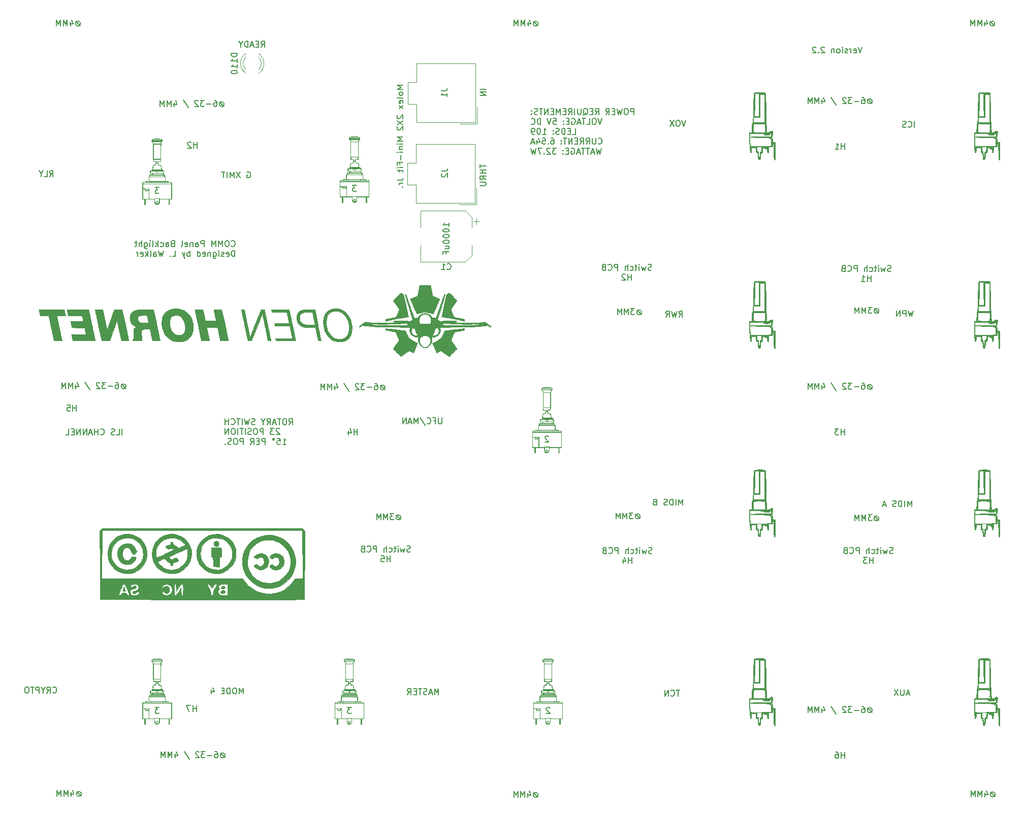
<source format=gbr>
%TF.GenerationSoftware,KiCad,Pcbnew,(5.1.12-1-10_14)*%
%TF.CreationDate,2021-11-25T17:02:44+11:00*%
%TF.ProjectId,COMM Panel PCB V2,434f4d4d-2050-4616-9e65-6c2050434220,rev?*%
%TF.SameCoordinates,Original*%
%TF.FileFunction,Legend,Bot*%
%TF.FilePolarity,Positive*%
%FSLAX46Y46*%
G04 Gerber Fmt 4.6, Leading zero omitted, Abs format (unit mm)*
G04 Created by KiCad (PCBNEW (5.1.12-1-10_14)) date 2021-11-25 17:02:44*
%MOMM*%
%LPD*%
G01*
G04 APERTURE LIST*
%ADD10C,0.150000*%
%ADD11C,0.120000*%
%ADD12C,0.010000*%
%ADD13C,0.100000*%
G04 APERTURE END LIST*
D10*
X140426700Y-58748230D02*
X140426700Y-58176801D01*
X140426700Y-58462516D02*
X139426700Y-58462516D01*
X139569558Y-58367278D01*
X139664796Y-58272040D01*
X139712415Y-58176801D01*
X139426700Y-59367278D02*
X139426700Y-59462516D01*
X139474320Y-59557754D01*
X139521939Y-59605373D01*
X139617177Y-59652992D01*
X139807653Y-59700611D01*
X140045748Y-59700611D01*
X140236224Y-59652992D01*
X140331462Y-59605373D01*
X140379081Y-59557754D01*
X140426700Y-59462516D01*
X140426700Y-59367278D01*
X140379081Y-59272040D01*
X140331462Y-59224420D01*
X140236224Y-59176801D01*
X140045748Y-59129182D01*
X139807653Y-59129182D01*
X139617177Y-59176801D01*
X139521939Y-59224420D01*
X139474320Y-59272040D01*
X139426700Y-59367278D01*
X139426700Y-60319659D02*
X139426700Y-60414897D01*
X139474320Y-60510135D01*
X139521939Y-60557754D01*
X139617177Y-60605373D01*
X139807653Y-60652992D01*
X140045748Y-60652992D01*
X140236224Y-60605373D01*
X140331462Y-60557754D01*
X140379081Y-60510135D01*
X140426700Y-60414897D01*
X140426700Y-60319659D01*
X140379081Y-60224420D01*
X140331462Y-60176801D01*
X140236224Y-60129182D01*
X140045748Y-60081563D01*
X139807653Y-60081563D01*
X139617177Y-60129182D01*
X139521939Y-60176801D01*
X139474320Y-60224420D01*
X139426700Y-60319659D01*
X139426700Y-61272040D02*
X139426700Y-61367278D01*
X139474320Y-61462516D01*
X139521939Y-61510135D01*
X139617177Y-61557754D01*
X139807653Y-61605373D01*
X140045748Y-61605373D01*
X140236224Y-61557754D01*
X140331462Y-61510135D01*
X140379081Y-61462516D01*
X140426700Y-61367278D01*
X140426700Y-61272040D01*
X140379081Y-61176801D01*
X140331462Y-61129182D01*
X140236224Y-61081563D01*
X140045748Y-61033944D01*
X139807653Y-61033944D01*
X139617177Y-61081563D01*
X139521939Y-61129182D01*
X139474320Y-61176801D01*
X139426700Y-61272040D01*
X139760034Y-62462516D02*
X140426700Y-62462516D01*
X139760034Y-62033944D02*
X140283843Y-62033944D01*
X140379081Y-62081563D01*
X140426700Y-62176801D01*
X140426700Y-62319659D01*
X140379081Y-62414897D01*
X140331462Y-62462516D01*
X139902891Y-63272040D02*
X139902891Y-62938706D01*
X140426700Y-62938706D02*
X139426700Y-62938706D01*
X139426700Y-63414897D01*
X171205614Y-40078380D02*
X171205614Y-39078380D01*
X170824661Y-39078380D01*
X170729423Y-39126000D01*
X170681804Y-39173619D01*
X170634185Y-39268857D01*
X170634185Y-39411714D01*
X170681804Y-39506952D01*
X170729423Y-39554571D01*
X170824661Y-39602190D01*
X171205614Y-39602190D01*
X170015138Y-39078380D02*
X169824661Y-39078380D01*
X169729423Y-39126000D01*
X169634185Y-39221238D01*
X169586566Y-39411714D01*
X169586566Y-39745047D01*
X169634185Y-39935523D01*
X169729423Y-40030761D01*
X169824661Y-40078380D01*
X170015138Y-40078380D01*
X170110376Y-40030761D01*
X170205614Y-39935523D01*
X170253233Y-39745047D01*
X170253233Y-39411714D01*
X170205614Y-39221238D01*
X170110376Y-39126000D01*
X170015138Y-39078380D01*
X169253233Y-39078380D02*
X169015138Y-40078380D01*
X168824661Y-39364095D01*
X168634185Y-40078380D01*
X168396090Y-39078380D01*
X168015138Y-39554571D02*
X167681804Y-39554571D01*
X167538947Y-40078380D02*
X168015138Y-40078380D01*
X168015138Y-39078380D01*
X167538947Y-39078380D01*
X166538947Y-40078380D02*
X166872280Y-39602190D01*
X167110376Y-40078380D02*
X167110376Y-39078380D01*
X166729423Y-39078380D01*
X166634185Y-39126000D01*
X166586566Y-39173619D01*
X166538947Y-39268857D01*
X166538947Y-39411714D01*
X166586566Y-39506952D01*
X166634185Y-39554571D01*
X166729423Y-39602190D01*
X167110376Y-39602190D01*
X164777042Y-40078380D02*
X165110376Y-39602190D01*
X165348471Y-40078380D02*
X165348471Y-39078380D01*
X164967519Y-39078380D01*
X164872280Y-39126000D01*
X164824661Y-39173619D01*
X164777042Y-39268857D01*
X164777042Y-39411714D01*
X164824661Y-39506952D01*
X164872280Y-39554571D01*
X164967519Y-39602190D01*
X165348471Y-39602190D01*
X164348471Y-39554571D02*
X164015138Y-39554571D01*
X163872280Y-40078380D02*
X164348471Y-40078380D01*
X164348471Y-39078380D01*
X163872280Y-39078380D01*
X162777042Y-40173619D02*
X162872280Y-40126000D01*
X162967519Y-40030761D01*
X163110376Y-39887904D01*
X163205614Y-39840285D01*
X163300852Y-39840285D01*
X163253233Y-40078380D02*
X163348471Y-40030761D01*
X163443709Y-39935523D01*
X163491328Y-39745047D01*
X163491328Y-39411714D01*
X163443709Y-39221238D01*
X163348471Y-39126000D01*
X163253233Y-39078380D01*
X163062757Y-39078380D01*
X162967519Y-39126000D01*
X162872280Y-39221238D01*
X162824661Y-39411714D01*
X162824661Y-39745047D01*
X162872280Y-39935523D01*
X162967519Y-40030761D01*
X163062757Y-40078380D01*
X163253233Y-40078380D01*
X162396090Y-39078380D02*
X162396090Y-39887904D01*
X162348471Y-39983142D01*
X162300852Y-40030761D01*
X162205614Y-40078380D01*
X162015138Y-40078380D01*
X161919900Y-40030761D01*
X161872280Y-39983142D01*
X161824661Y-39887904D01*
X161824661Y-39078380D01*
X161348471Y-40078380D02*
X161348471Y-39078380D01*
X160300852Y-40078380D02*
X160634185Y-39602190D01*
X160872280Y-40078380D02*
X160872280Y-39078380D01*
X160491328Y-39078380D01*
X160396090Y-39126000D01*
X160348471Y-39173619D01*
X160300852Y-39268857D01*
X160300852Y-39411714D01*
X160348471Y-39506952D01*
X160396090Y-39554571D01*
X160491328Y-39602190D01*
X160872280Y-39602190D01*
X159872280Y-39554571D02*
X159538947Y-39554571D01*
X159396090Y-40078380D02*
X159872280Y-40078380D01*
X159872280Y-39078380D01*
X159396090Y-39078380D01*
X158967519Y-40078380D02*
X158967519Y-39078380D01*
X158634185Y-39792666D01*
X158300852Y-39078380D01*
X158300852Y-40078380D01*
X157824661Y-39554571D02*
X157491328Y-39554571D01*
X157348471Y-40078380D02*
X157824661Y-40078380D01*
X157824661Y-39078380D01*
X157348471Y-39078380D01*
X156919900Y-40078380D02*
X156919900Y-39078380D01*
X156348471Y-40078380D01*
X156348471Y-39078380D01*
X156015138Y-39078380D02*
X155443709Y-39078380D01*
X155729423Y-40078380D02*
X155729423Y-39078380D01*
X155157995Y-40030761D02*
X155015138Y-40078380D01*
X154777042Y-40078380D01*
X154681804Y-40030761D01*
X154634185Y-39983142D01*
X154586566Y-39887904D01*
X154586566Y-39792666D01*
X154634185Y-39697428D01*
X154681804Y-39649809D01*
X154777042Y-39602190D01*
X154967519Y-39554571D01*
X155062757Y-39506952D01*
X155110376Y-39459333D01*
X155157995Y-39364095D01*
X155157995Y-39268857D01*
X155110376Y-39173619D01*
X155062757Y-39126000D01*
X154967519Y-39078380D01*
X154729423Y-39078380D01*
X154586566Y-39126000D01*
X154157995Y-39983142D02*
X154110376Y-40030761D01*
X154157995Y-40078380D01*
X154205614Y-40030761D01*
X154157995Y-39983142D01*
X154157995Y-40078380D01*
X154157995Y-39459333D02*
X154110376Y-39506952D01*
X154157995Y-39554571D01*
X154205614Y-39506952D01*
X154157995Y-39459333D01*
X154157995Y-39554571D01*
X165872280Y-40728380D02*
X165538947Y-41728380D01*
X165205614Y-40728380D01*
X164681804Y-40728380D02*
X164491328Y-40728380D01*
X164396090Y-40776000D01*
X164300852Y-40871238D01*
X164253233Y-41061714D01*
X164253233Y-41395047D01*
X164300852Y-41585523D01*
X164396090Y-41680761D01*
X164491328Y-41728380D01*
X164681804Y-41728380D01*
X164777042Y-41680761D01*
X164872280Y-41585523D01*
X164919900Y-41395047D01*
X164919900Y-41061714D01*
X164872280Y-40871238D01*
X164777042Y-40776000D01*
X164681804Y-40728380D01*
X163348471Y-41728380D02*
X163824661Y-41728380D01*
X163824661Y-40728380D01*
X163157995Y-40728380D02*
X162586566Y-40728380D01*
X162872280Y-41728380D02*
X162872280Y-40728380D01*
X162300852Y-41442666D02*
X161824661Y-41442666D01*
X162396090Y-41728380D02*
X162062757Y-40728380D01*
X161729423Y-41728380D01*
X160872280Y-40776000D02*
X160967519Y-40728380D01*
X161110376Y-40728380D01*
X161253233Y-40776000D01*
X161348471Y-40871238D01*
X161396090Y-40966476D01*
X161443709Y-41156952D01*
X161443709Y-41299809D01*
X161396090Y-41490285D01*
X161348471Y-41585523D01*
X161253233Y-41680761D01*
X161110376Y-41728380D01*
X161015138Y-41728380D01*
X160872280Y-41680761D01*
X160824661Y-41633142D01*
X160824661Y-41299809D01*
X161015138Y-41299809D01*
X160396090Y-41204571D02*
X160062757Y-41204571D01*
X159919900Y-41728380D02*
X160396090Y-41728380D01*
X160396090Y-40728380D01*
X159919900Y-40728380D01*
X159491328Y-41633142D02*
X159443709Y-41680761D01*
X159491328Y-41728380D01*
X159538947Y-41680761D01*
X159491328Y-41633142D01*
X159491328Y-41728380D01*
X159491328Y-41109333D02*
X159443709Y-41156952D01*
X159491328Y-41204571D01*
X159538947Y-41156952D01*
X159491328Y-41109333D01*
X159491328Y-41204571D01*
X157777042Y-40728380D02*
X158253233Y-40728380D01*
X158300852Y-41204571D01*
X158253233Y-41156952D01*
X158157995Y-41109333D01*
X157919900Y-41109333D01*
X157824661Y-41156952D01*
X157777042Y-41204571D01*
X157729423Y-41299809D01*
X157729423Y-41537904D01*
X157777042Y-41633142D01*
X157824661Y-41680761D01*
X157919900Y-41728380D01*
X158157995Y-41728380D01*
X158253233Y-41680761D01*
X158300852Y-41633142D01*
X157443709Y-40728380D02*
X157110376Y-41728380D01*
X156777042Y-40728380D01*
X155681804Y-41728380D02*
X155681804Y-40728380D01*
X155443709Y-40728380D01*
X155300852Y-40776000D01*
X155205614Y-40871238D01*
X155157995Y-40966476D01*
X155110376Y-41156952D01*
X155110376Y-41299809D01*
X155157995Y-41490285D01*
X155205614Y-41585523D01*
X155300852Y-41680761D01*
X155443709Y-41728380D01*
X155681804Y-41728380D01*
X154110376Y-41633142D02*
X154157995Y-41680761D01*
X154300852Y-41728380D01*
X154396090Y-41728380D01*
X154538947Y-41680761D01*
X154634185Y-41585523D01*
X154681804Y-41490285D01*
X154729423Y-41299809D01*
X154729423Y-41156952D01*
X154681804Y-40966476D01*
X154634185Y-40871238D01*
X154538947Y-40776000D01*
X154396090Y-40728380D01*
X154300852Y-40728380D01*
X154157995Y-40776000D01*
X154110376Y-40823619D01*
X160967519Y-43378380D02*
X161443709Y-43378380D01*
X161443709Y-42378380D01*
X160634185Y-42854571D02*
X160300852Y-42854571D01*
X160157995Y-43378380D02*
X160634185Y-43378380D01*
X160634185Y-42378380D01*
X160157995Y-42378380D01*
X159729423Y-43378380D02*
X159729423Y-42378380D01*
X159491328Y-42378380D01*
X159348471Y-42426000D01*
X159253233Y-42521238D01*
X159205614Y-42616476D01*
X159157995Y-42806952D01*
X159157995Y-42949809D01*
X159205614Y-43140285D01*
X159253233Y-43235523D01*
X159348471Y-43330761D01*
X159491328Y-43378380D01*
X159729423Y-43378380D01*
X158777042Y-43330761D02*
X158634185Y-43378380D01*
X158396090Y-43378380D01*
X158300852Y-43330761D01*
X158253233Y-43283142D01*
X158205614Y-43187904D01*
X158205614Y-43092666D01*
X158253233Y-42997428D01*
X158300852Y-42949809D01*
X158396090Y-42902190D01*
X158586566Y-42854571D01*
X158681804Y-42806952D01*
X158729423Y-42759333D01*
X158777042Y-42664095D01*
X158777042Y-42568857D01*
X158729423Y-42473619D01*
X158681804Y-42426000D01*
X158586566Y-42378380D01*
X158348471Y-42378380D01*
X158205614Y-42426000D01*
X157777042Y-43283142D02*
X157729423Y-43330761D01*
X157777042Y-43378380D01*
X157824661Y-43330761D01*
X157777042Y-43283142D01*
X157777042Y-43378380D01*
X157777042Y-42759333D02*
X157729423Y-42806952D01*
X157777042Y-42854571D01*
X157824661Y-42806952D01*
X157777042Y-42759333D01*
X157777042Y-42854571D01*
X156015138Y-43378380D02*
X156586566Y-43378380D01*
X156300852Y-43378380D02*
X156300852Y-42378380D01*
X156396090Y-42521238D01*
X156491328Y-42616476D01*
X156586566Y-42664095D01*
X155396090Y-42378380D02*
X155300852Y-42378380D01*
X155205614Y-42426000D01*
X155157995Y-42473619D01*
X155110376Y-42568857D01*
X155062757Y-42759333D01*
X155062757Y-42997428D01*
X155110376Y-43187904D01*
X155157995Y-43283142D01*
X155205614Y-43330761D01*
X155300852Y-43378380D01*
X155396090Y-43378380D01*
X155491328Y-43330761D01*
X155538947Y-43283142D01*
X155586566Y-43187904D01*
X155634185Y-42997428D01*
X155634185Y-42759333D01*
X155586566Y-42568857D01*
X155538947Y-42473619D01*
X155491328Y-42426000D01*
X155396090Y-42378380D01*
X154586566Y-43378380D02*
X154396090Y-43378380D01*
X154300852Y-43330761D01*
X154253233Y-43283142D01*
X154157995Y-43140285D01*
X154110376Y-42949809D01*
X154110376Y-42568857D01*
X154157995Y-42473619D01*
X154205614Y-42426000D01*
X154300852Y-42378380D01*
X154491328Y-42378380D01*
X154586566Y-42426000D01*
X154634185Y-42473619D01*
X154681804Y-42568857D01*
X154681804Y-42806952D01*
X154634185Y-42902190D01*
X154586566Y-42949809D01*
X154491328Y-42997428D01*
X154300852Y-42997428D01*
X154205614Y-42949809D01*
X154157995Y-42902190D01*
X154110376Y-42806952D01*
X165300852Y-44933142D02*
X165348471Y-44980761D01*
X165491328Y-45028380D01*
X165586566Y-45028380D01*
X165729423Y-44980761D01*
X165824661Y-44885523D01*
X165872280Y-44790285D01*
X165919900Y-44599809D01*
X165919900Y-44456952D01*
X165872280Y-44266476D01*
X165824661Y-44171238D01*
X165729423Y-44076000D01*
X165586566Y-44028380D01*
X165491328Y-44028380D01*
X165348471Y-44076000D01*
X165300852Y-44123619D01*
X164872280Y-44028380D02*
X164872280Y-44837904D01*
X164824661Y-44933142D01*
X164777042Y-44980761D01*
X164681804Y-45028380D01*
X164491328Y-45028380D01*
X164396090Y-44980761D01*
X164348471Y-44933142D01*
X164300852Y-44837904D01*
X164300852Y-44028380D01*
X163253233Y-45028380D02*
X163586566Y-44552190D01*
X163824661Y-45028380D02*
X163824661Y-44028380D01*
X163443709Y-44028380D01*
X163348471Y-44076000D01*
X163300852Y-44123619D01*
X163253233Y-44218857D01*
X163253233Y-44361714D01*
X163300852Y-44456952D01*
X163348471Y-44504571D01*
X163443709Y-44552190D01*
X163824661Y-44552190D01*
X162253233Y-45028380D02*
X162586566Y-44552190D01*
X162824661Y-45028380D02*
X162824661Y-44028380D01*
X162443709Y-44028380D01*
X162348471Y-44076000D01*
X162300852Y-44123619D01*
X162253233Y-44218857D01*
X162253233Y-44361714D01*
X162300852Y-44456952D01*
X162348471Y-44504571D01*
X162443709Y-44552190D01*
X162824661Y-44552190D01*
X161824661Y-44504571D02*
X161491328Y-44504571D01*
X161348471Y-45028380D02*
X161824661Y-45028380D01*
X161824661Y-44028380D01*
X161348471Y-44028380D01*
X160919900Y-45028380D02*
X160919900Y-44028380D01*
X160348471Y-45028380D01*
X160348471Y-44028380D01*
X160015138Y-44028380D02*
X159443709Y-44028380D01*
X159729423Y-45028380D02*
X159729423Y-44028380D01*
X159110376Y-44933142D02*
X159062757Y-44980761D01*
X159110376Y-45028380D01*
X159157995Y-44980761D01*
X159110376Y-44933142D01*
X159110376Y-45028380D01*
X159110376Y-44409333D02*
X159062757Y-44456952D01*
X159110376Y-44504571D01*
X159157995Y-44456952D01*
X159110376Y-44409333D01*
X159110376Y-44504571D01*
X157443709Y-44028380D02*
X157634185Y-44028380D01*
X157729423Y-44076000D01*
X157777042Y-44123619D01*
X157872280Y-44266476D01*
X157919900Y-44456952D01*
X157919900Y-44837904D01*
X157872280Y-44933142D01*
X157824661Y-44980761D01*
X157729423Y-45028380D01*
X157538947Y-45028380D01*
X157443709Y-44980761D01*
X157396090Y-44933142D01*
X157348471Y-44837904D01*
X157348471Y-44599809D01*
X157396090Y-44504571D01*
X157443709Y-44456952D01*
X157538947Y-44409333D01*
X157729423Y-44409333D01*
X157824661Y-44456952D01*
X157872280Y-44504571D01*
X157919900Y-44599809D01*
X156919900Y-44933142D02*
X156872280Y-44980761D01*
X156919900Y-45028380D01*
X156967519Y-44980761D01*
X156919900Y-44933142D01*
X156919900Y-45028380D01*
X155967519Y-44028380D02*
X156443709Y-44028380D01*
X156491328Y-44504571D01*
X156443709Y-44456952D01*
X156348471Y-44409333D01*
X156110376Y-44409333D01*
X156015138Y-44456952D01*
X155967519Y-44504571D01*
X155919900Y-44599809D01*
X155919900Y-44837904D01*
X155967519Y-44933142D01*
X156015138Y-44980761D01*
X156110376Y-45028380D01*
X156348471Y-45028380D01*
X156443709Y-44980761D01*
X156491328Y-44933142D01*
X155062757Y-44361714D02*
X155062757Y-45028380D01*
X155300852Y-43980761D02*
X155538947Y-44695047D01*
X154919900Y-44695047D01*
X154586566Y-44742666D02*
X154110376Y-44742666D01*
X154681804Y-45028380D02*
X154348471Y-44028380D01*
X154015138Y-45028380D01*
X165777042Y-45678380D02*
X165538947Y-46678380D01*
X165348471Y-45964095D01*
X165157995Y-46678380D01*
X164919900Y-45678380D01*
X164586566Y-46392666D02*
X164110376Y-46392666D01*
X164681804Y-46678380D02*
X164348471Y-45678380D01*
X164015138Y-46678380D01*
X163824661Y-45678380D02*
X163253233Y-45678380D01*
X163538947Y-46678380D02*
X163538947Y-45678380D01*
X163062757Y-45678380D02*
X162491328Y-45678380D01*
X162777042Y-46678380D02*
X162777042Y-45678380D01*
X162205614Y-46392666D02*
X161729423Y-46392666D01*
X162300852Y-46678380D02*
X161967519Y-45678380D01*
X161634185Y-46678380D01*
X160777042Y-45726000D02*
X160872280Y-45678380D01*
X161015138Y-45678380D01*
X161157995Y-45726000D01*
X161253233Y-45821238D01*
X161300852Y-45916476D01*
X161348471Y-46106952D01*
X161348471Y-46249809D01*
X161300852Y-46440285D01*
X161253233Y-46535523D01*
X161157995Y-46630761D01*
X161015138Y-46678380D01*
X160919900Y-46678380D01*
X160777042Y-46630761D01*
X160729423Y-46583142D01*
X160729423Y-46249809D01*
X160919900Y-46249809D01*
X160300852Y-46154571D02*
X159967519Y-46154571D01*
X159824661Y-46678380D02*
X160300852Y-46678380D01*
X160300852Y-45678380D01*
X159824661Y-45678380D01*
X159396090Y-46583142D02*
X159348471Y-46630761D01*
X159396090Y-46678380D01*
X159443709Y-46630761D01*
X159396090Y-46583142D01*
X159396090Y-46678380D01*
X159396090Y-46059333D02*
X159348471Y-46106952D01*
X159396090Y-46154571D01*
X159443709Y-46106952D01*
X159396090Y-46059333D01*
X159396090Y-46154571D01*
X158253233Y-45678380D02*
X157634185Y-45678380D01*
X157967519Y-46059333D01*
X157824661Y-46059333D01*
X157729423Y-46106952D01*
X157681804Y-46154571D01*
X157634185Y-46249809D01*
X157634185Y-46487904D01*
X157681804Y-46583142D01*
X157729423Y-46630761D01*
X157824661Y-46678380D01*
X158110376Y-46678380D01*
X158205614Y-46630761D01*
X158253233Y-46583142D01*
X157253233Y-45773619D02*
X157205614Y-45726000D01*
X157110376Y-45678380D01*
X156872280Y-45678380D01*
X156777042Y-45726000D01*
X156729423Y-45773619D01*
X156681804Y-45868857D01*
X156681804Y-45964095D01*
X156729423Y-46106952D01*
X157300852Y-46678380D01*
X156681804Y-46678380D01*
X156253233Y-46583142D02*
X156205614Y-46630761D01*
X156253233Y-46678380D01*
X156300852Y-46630761D01*
X156253233Y-46583142D01*
X156253233Y-46678380D01*
X155872280Y-45678380D02*
X155205614Y-45678380D01*
X155634185Y-46678380D01*
X154919900Y-45678380D02*
X154681804Y-46678380D01*
X154491328Y-45964095D01*
X154300852Y-46678380D01*
X154062757Y-45678380D01*
X171945085Y-106776876D02*
X171754609Y-106776876D01*
X171564133Y-106872114D01*
X171468895Y-107062590D01*
X171468895Y-107253066D01*
X171564133Y-107443542D01*
X171754609Y-107538780D01*
X171945085Y-107538780D01*
X172135561Y-107443542D01*
X172230800Y-107253066D01*
X172230800Y-107062590D01*
X172135561Y-106872114D01*
X171945085Y-106776876D01*
X171468895Y-106776876D02*
X172230800Y-107538780D01*
X171087942Y-106538780D02*
X170468895Y-106538780D01*
X170802228Y-106919733D01*
X170659371Y-106919733D01*
X170564133Y-106967352D01*
X170516514Y-107014971D01*
X170468895Y-107110209D01*
X170468895Y-107348304D01*
X170516514Y-107443542D01*
X170564133Y-107491161D01*
X170659371Y-107538780D01*
X170945085Y-107538780D01*
X171040323Y-107491161D01*
X171087942Y-107443542D01*
X170040323Y-107538780D02*
X170040323Y-106538780D01*
X169706990Y-107253066D01*
X169373657Y-106538780D01*
X169373657Y-107538780D01*
X168897466Y-107538780D02*
X168897466Y-106538780D01*
X168564133Y-107253066D01*
X168230800Y-106538780D01*
X168230800Y-107538780D01*
X174224438Y-113270161D02*
X174081580Y-113317780D01*
X173843485Y-113317780D01*
X173748247Y-113270161D01*
X173700628Y-113222542D01*
X173653009Y-113127304D01*
X173653009Y-113032066D01*
X173700628Y-112936828D01*
X173748247Y-112889209D01*
X173843485Y-112841590D01*
X174033961Y-112793971D01*
X174129200Y-112746352D01*
X174176819Y-112698733D01*
X174224438Y-112603495D01*
X174224438Y-112508257D01*
X174176819Y-112413019D01*
X174129200Y-112365400D01*
X174033961Y-112317780D01*
X173795866Y-112317780D01*
X173653009Y-112365400D01*
X173319676Y-112651114D02*
X173129200Y-113317780D01*
X172938723Y-112841590D01*
X172748247Y-113317780D01*
X172557771Y-112651114D01*
X172176819Y-113317780D02*
X172176819Y-112651114D01*
X172176819Y-112317780D02*
X172224438Y-112365400D01*
X172176819Y-112413019D01*
X172129200Y-112365400D01*
X172176819Y-112317780D01*
X172176819Y-112413019D01*
X171843485Y-112651114D02*
X171462533Y-112651114D01*
X171700628Y-112317780D02*
X171700628Y-113174923D01*
X171653009Y-113270161D01*
X171557771Y-113317780D01*
X171462533Y-113317780D01*
X170700628Y-113270161D02*
X170795866Y-113317780D01*
X170986342Y-113317780D01*
X171081580Y-113270161D01*
X171129200Y-113222542D01*
X171176819Y-113127304D01*
X171176819Y-112841590D01*
X171129200Y-112746352D01*
X171081580Y-112698733D01*
X170986342Y-112651114D01*
X170795866Y-112651114D01*
X170700628Y-112698733D01*
X170272057Y-113317780D02*
X170272057Y-112317780D01*
X169843485Y-113317780D02*
X169843485Y-112793971D01*
X169891104Y-112698733D01*
X169986342Y-112651114D01*
X170129200Y-112651114D01*
X170224438Y-112698733D01*
X170272057Y-112746352D01*
X168605390Y-113317780D02*
X168605390Y-112317780D01*
X168224438Y-112317780D01*
X168129200Y-112365400D01*
X168081580Y-112413019D01*
X168033961Y-112508257D01*
X168033961Y-112651114D01*
X168081580Y-112746352D01*
X168129200Y-112793971D01*
X168224438Y-112841590D01*
X168605390Y-112841590D01*
X167033961Y-113222542D02*
X167081580Y-113270161D01*
X167224438Y-113317780D01*
X167319676Y-113317780D01*
X167462533Y-113270161D01*
X167557771Y-113174923D01*
X167605390Y-113079685D01*
X167653009Y-112889209D01*
X167653009Y-112746352D01*
X167605390Y-112555876D01*
X167557771Y-112460638D01*
X167462533Y-112365400D01*
X167319676Y-112317780D01*
X167224438Y-112317780D01*
X167081580Y-112365400D01*
X167033961Y-112413019D01*
X166272057Y-112793971D02*
X166129200Y-112841590D01*
X166081580Y-112889209D01*
X166033961Y-112984447D01*
X166033961Y-113127304D01*
X166081580Y-113222542D01*
X166129200Y-113270161D01*
X166224438Y-113317780D01*
X166605390Y-113317780D01*
X166605390Y-112317780D01*
X166272057Y-112317780D01*
X166176819Y-112365400D01*
X166129200Y-112413019D01*
X166081580Y-112508257D01*
X166081580Y-112603495D01*
X166129200Y-112698733D01*
X166176819Y-112746352D01*
X166272057Y-112793971D01*
X166605390Y-112793971D01*
X170891104Y-114967780D02*
X170891104Y-113967780D01*
X170891104Y-114443971D02*
X170319676Y-114443971D01*
X170319676Y-114967780D02*
X170319676Y-113967780D01*
X169414914Y-114301114D02*
X169414914Y-114967780D01*
X169653009Y-113920161D02*
X169891104Y-114634447D01*
X169272057Y-114634447D01*
X113723042Y-91817180D02*
X114056376Y-91340990D01*
X114294471Y-91817180D02*
X114294471Y-90817180D01*
X113913519Y-90817180D01*
X113818280Y-90864800D01*
X113770661Y-90912419D01*
X113723042Y-91007657D01*
X113723042Y-91150514D01*
X113770661Y-91245752D01*
X113818280Y-91293371D01*
X113913519Y-91340990D01*
X114294471Y-91340990D01*
X113103995Y-90817180D02*
X112913519Y-90817180D01*
X112818280Y-90864800D01*
X112723042Y-90960038D01*
X112675423Y-91150514D01*
X112675423Y-91483847D01*
X112723042Y-91674323D01*
X112818280Y-91769561D01*
X112913519Y-91817180D01*
X113103995Y-91817180D01*
X113199233Y-91769561D01*
X113294471Y-91674323D01*
X113342090Y-91483847D01*
X113342090Y-91150514D01*
X113294471Y-90960038D01*
X113199233Y-90864800D01*
X113103995Y-90817180D01*
X112389709Y-90817180D02*
X111818280Y-90817180D01*
X112103995Y-91817180D02*
X112103995Y-90817180D01*
X111532566Y-91531466D02*
X111056376Y-91531466D01*
X111627804Y-91817180D02*
X111294471Y-90817180D01*
X110961138Y-91817180D01*
X110056376Y-91817180D02*
X110389709Y-91340990D01*
X110627804Y-91817180D02*
X110627804Y-90817180D01*
X110246852Y-90817180D01*
X110151614Y-90864800D01*
X110103995Y-90912419D01*
X110056376Y-91007657D01*
X110056376Y-91150514D01*
X110103995Y-91245752D01*
X110151614Y-91293371D01*
X110246852Y-91340990D01*
X110627804Y-91340990D01*
X109437328Y-91340990D02*
X109437328Y-91817180D01*
X109770661Y-90817180D02*
X109437328Y-91340990D01*
X109103995Y-90817180D01*
X108056376Y-91769561D02*
X107913519Y-91817180D01*
X107675423Y-91817180D01*
X107580185Y-91769561D01*
X107532566Y-91721942D01*
X107484947Y-91626704D01*
X107484947Y-91531466D01*
X107532566Y-91436228D01*
X107580185Y-91388609D01*
X107675423Y-91340990D01*
X107865900Y-91293371D01*
X107961138Y-91245752D01*
X108008757Y-91198133D01*
X108056376Y-91102895D01*
X108056376Y-91007657D01*
X108008757Y-90912419D01*
X107961138Y-90864800D01*
X107865900Y-90817180D01*
X107627804Y-90817180D01*
X107484947Y-90864800D01*
X107151614Y-90817180D02*
X106913519Y-91817180D01*
X106723042Y-91102895D01*
X106532566Y-91817180D01*
X106294471Y-90817180D01*
X105913519Y-91817180D02*
X105913519Y-90817180D01*
X105580185Y-90817180D02*
X105008757Y-90817180D01*
X105294471Y-91817180D02*
X105294471Y-90817180D01*
X104103995Y-91721942D02*
X104151614Y-91769561D01*
X104294471Y-91817180D01*
X104389709Y-91817180D01*
X104532566Y-91769561D01*
X104627804Y-91674323D01*
X104675423Y-91579085D01*
X104723042Y-91388609D01*
X104723042Y-91245752D01*
X104675423Y-91055276D01*
X104627804Y-90960038D01*
X104532566Y-90864800D01*
X104389709Y-90817180D01*
X104294471Y-90817180D01*
X104151614Y-90864800D01*
X104103995Y-90912419D01*
X103675423Y-91817180D02*
X103675423Y-90817180D01*
X103675423Y-91293371D02*
X103103995Y-91293371D01*
X103103995Y-91817180D02*
X103103995Y-90817180D01*
X112151614Y-92562419D02*
X112103995Y-92514800D01*
X112008757Y-92467180D01*
X111770661Y-92467180D01*
X111675423Y-92514800D01*
X111627804Y-92562419D01*
X111580185Y-92657657D01*
X111580185Y-92752895D01*
X111627804Y-92895752D01*
X112199233Y-93467180D01*
X111580185Y-93467180D01*
X111246852Y-92467180D02*
X110627804Y-92467180D01*
X110961138Y-92848133D01*
X110818280Y-92848133D01*
X110723042Y-92895752D01*
X110675423Y-92943371D01*
X110627804Y-93038609D01*
X110627804Y-93276704D01*
X110675423Y-93371942D01*
X110723042Y-93419561D01*
X110818280Y-93467180D01*
X111103995Y-93467180D01*
X111199233Y-93419561D01*
X111246852Y-93371942D01*
X109437328Y-93467180D02*
X109437328Y-92467180D01*
X109056376Y-92467180D01*
X108961138Y-92514800D01*
X108913519Y-92562419D01*
X108865900Y-92657657D01*
X108865900Y-92800514D01*
X108913519Y-92895752D01*
X108961138Y-92943371D01*
X109056376Y-92990990D01*
X109437328Y-92990990D01*
X108246852Y-92467180D02*
X108056376Y-92467180D01*
X107961138Y-92514800D01*
X107865900Y-92610038D01*
X107818280Y-92800514D01*
X107818280Y-93133847D01*
X107865900Y-93324323D01*
X107961138Y-93419561D01*
X108056376Y-93467180D01*
X108246852Y-93467180D01*
X108342090Y-93419561D01*
X108437328Y-93324323D01*
X108484947Y-93133847D01*
X108484947Y-92800514D01*
X108437328Y-92610038D01*
X108342090Y-92514800D01*
X108246852Y-92467180D01*
X107437328Y-93419561D02*
X107294471Y-93467180D01*
X107056376Y-93467180D01*
X106961138Y-93419561D01*
X106913519Y-93371942D01*
X106865900Y-93276704D01*
X106865900Y-93181466D01*
X106913519Y-93086228D01*
X106961138Y-93038609D01*
X107056376Y-92990990D01*
X107246852Y-92943371D01*
X107342090Y-92895752D01*
X107389709Y-92848133D01*
X107437328Y-92752895D01*
X107437328Y-92657657D01*
X107389709Y-92562419D01*
X107342090Y-92514800D01*
X107246852Y-92467180D01*
X107008757Y-92467180D01*
X106865900Y-92514800D01*
X106437328Y-93467180D02*
X106437328Y-92467180D01*
X106103995Y-92467180D02*
X105532566Y-92467180D01*
X105818280Y-93467180D02*
X105818280Y-92467180D01*
X105199233Y-93467180D02*
X105199233Y-92467180D01*
X104532566Y-92467180D02*
X104342090Y-92467180D01*
X104246852Y-92514800D01*
X104151614Y-92610038D01*
X104103995Y-92800514D01*
X104103995Y-93133847D01*
X104151614Y-93324323D01*
X104246852Y-93419561D01*
X104342090Y-93467180D01*
X104532566Y-93467180D01*
X104627804Y-93419561D01*
X104723042Y-93324323D01*
X104770661Y-93133847D01*
X104770661Y-92800514D01*
X104723042Y-92610038D01*
X104627804Y-92514800D01*
X104532566Y-92467180D01*
X103675423Y-93467180D02*
X103675423Y-92467180D01*
X103103995Y-93467180D01*
X103103995Y-92467180D01*
X112675423Y-95117180D02*
X113246852Y-95117180D01*
X112961138Y-95117180D02*
X112961138Y-94117180D01*
X113056376Y-94260038D01*
X113151614Y-94355276D01*
X113246852Y-94402895D01*
X111770661Y-94117180D02*
X112246852Y-94117180D01*
X112294471Y-94593371D01*
X112246852Y-94545752D01*
X112151614Y-94498133D01*
X111913519Y-94498133D01*
X111818280Y-94545752D01*
X111770661Y-94593371D01*
X111723042Y-94688609D01*
X111723042Y-94926704D01*
X111770661Y-95021942D01*
X111818280Y-95069561D01*
X111913519Y-95117180D01*
X112151614Y-95117180D01*
X112246852Y-95069561D01*
X112294471Y-95021942D01*
X111151614Y-94117180D02*
X111246852Y-94164800D01*
X111294471Y-94260038D01*
X111246852Y-94355276D01*
X111151614Y-94402895D01*
X111056376Y-94355276D01*
X111008757Y-94260038D01*
X111056376Y-94164800D01*
X111151614Y-94117180D01*
X109770661Y-95117180D02*
X109770661Y-94117180D01*
X109389709Y-94117180D01*
X109294471Y-94164800D01*
X109246852Y-94212419D01*
X109199233Y-94307657D01*
X109199233Y-94450514D01*
X109246852Y-94545752D01*
X109294471Y-94593371D01*
X109389709Y-94640990D01*
X109770661Y-94640990D01*
X108770661Y-94593371D02*
X108437328Y-94593371D01*
X108294471Y-95117180D02*
X108770661Y-95117180D01*
X108770661Y-94117180D01*
X108294471Y-94117180D01*
X107294471Y-95117180D02*
X107627804Y-94640990D01*
X107865900Y-95117180D02*
X107865900Y-94117180D01*
X107484947Y-94117180D01*
X107389709Y-94164800D01*
X107342090Y-94212419D01*
X107294471Y-94307657D01*
X107294471Y-94450514D01*
X107342090Y-94545752D01*
X107389709Y-94593371D01*
X107484947Y-94640990D01*
X107865900Y-94640990D01*
X106103995Y-95117180D02*
X106103995Y-94117180D01*
X105723042Y-94117180D01*
X105627804Y-94164800D01*
X105580185Y-94212419D01*
X105532566Y-94307657D01*
X105532566Y-94450514D01*
X105580185Y-94545752D01*
X105627804Y-94593371D01*
X105723042Y-94640990D01*
X106103995Y-94640990D01*
X104913519Y-94117180D02*
X104723042Y-94117180D01*
X104627804Y-94164800D01*
X104532566Y-94260038D01*
X104484947Y-94450514D01*
X104484947Y-94783847D01*
X104532566Y-94974323D01*
X104627804Y-95069561D01*
X104723042Y-95117180D01*
X104913519Y-95117180D01*
X105008757Y-95069561D01*
X105103995Y-94974323D01*
X105151614Y-94783847D01*
X105151614Y-94450514D01*
X105103995Y-94260038D01*
X105008757Y-94164800D01*
X104913519Y-94117180D01*
X104103995Y-95069561D02*
X103961138Y-95117180D01*
X103723042Y-95117180D01*
X103627804Y-95069561D01*
X103580185Y-95021942D01*
X103532566Y-94926704D01*
X103532566Y-94831466D01*
X103580185Y-94736228D01*
X103627804Y-94688609D01*
X103723042Y-94640990D01*
X103913519Y-94593371D01*
X104008757Y-94545752D01*
X104056376Y-94498133D01*
X104103995Y-94402895D01*
X104103995Y-94307657D01*
X104056376Y-94212419D01*
X104008757Y-94164800D01*
X103913519Y-94117180D01*
X103675423Y-94117180D01*
X103532566Y-94164800D01*
X103103995Y-95021942D02*
X103056376Y-95069561D01*
X103103995Y-95117180D01*
X103151614Y-95069561D01*
X103103995Y-95021942D01*
X103103995Y-95117180D01*
X132067085Y-106929276D02*
X131876609Y-106929276D01*
X131686133Y-107024514D01*
X131590895Y-107214990D01*
X131590895Y-107405466D01*
X131686133Y-107595942D01*
X131876609Y-107691180D01*
X132067085Y-107691180D01*
X132257561Y-107595942D01*
X132352800Y-107405466D01*
X132352800Y-107214990D01*
X132257561Y-107024514D01*
X132067085Y-106929276D01*
X131590895Y-106929276D02*
X132352800Y-107691180D01*
X131209942Y-106691180D02*
X130590895Y-106691180D01*
X130924228Y-107072133D01*
X130781371Y-107072133D01*
X130686133Y-107119752D01*
X130638514Y-107167371D01*
X130590895Y-107262609D01*
X130590895Y-107500704D01*
X130638514Y-107595942D01*
X130686133Y-107643561D01*
X130781371Y-107691180D01*
X131067085Y-107691180D01*
X131162323Y-107643561D01*
X131209942Y-107595942D01*
X130162323Y-107691180D02*
X130162323Y-106691180D01*
X129828990Y-107405466D01*
X129495657Y-106691180D01*
X129495657Y-107691180D01*
X129019466Y-107691180D02*
X129019466Y-106691180D01*
X128686133Y-107405466D01*
X128352800Y-106691180D01*
X128352800Y-107691180D01*
X133940038Y-113016161D02*
X133797180Y-113063780D01*
X133559085Y-113063780D01*
X133463847Y-113016161D01*
X133416228Y-112968542D01*
X133368609Y-112873304D01*
X133368609Y-112778066D01*
X133416228Y-112682828D01*
X133463847Y-112635209D01*
X133559085Y-112587590D01*
X133749561Y-112539971D01*
X133844800Y-112492352D01*
X133892419Y-112444733D01*
X133940038Y-112349495D01*
X133940038Y-112254257D01*
X133892419Y-112159019D01*
X133844800Y-112111400D01*
X133749561Y-112063780D01*
X133511466Y-112063780D01*
X133368609Y-112111400D01*
X133035276Y-112397114D02*
X132844800Y-113063780D01*
X132654323Y-112587590D01*
X132463847Y-113063780D01*
X132273371Y-112397114D01*
X131892419Y-113063780D02*
X131892419Y-112397114D01*
X131892419Y-112063780D02*
X131940038Y-112111400D01*
X131892419Y-112159019D01*
X131844800Y-112111400D01*
X131892419Y-112063780D01*
X131892419Y-112159019D01*
X131559085Y-112397114D02*
X131178133Y-112397114D01*
X131416228Y-112063780D02*
X131416228Y-112920923D01*
X131368609Y-113016161D01*
X131273371Y-113063780D01*
X131178133Y-113063780D01*
X130416228Y-113016161D02*
X130511466Y-113063780D01*
X130701942Y-113063780D01*
X130797180Y-113016161D01*
X130844800Y-112968542D01*
X130892419Y-112873304D01*
X130892419Y-112587590D01*
X130844800Y-112492352D01*
X130797180Y-112444733D01*
X130701942Y-112397114D01*
X130511466Y-112397114D01*
X130416228Y-112444733D01*
X129987657Y-113063780D02*
X129987657Y-112063780D01*
X129559085Y-113063780D02*
X129559085Y-112539971D01*
X129606704Y-112444733D01*
X129701942Y-112397114D01*
X129844800Y-112397114D01*
X129940038Y-112444733D01*
X129987657Y-112492352D01*
X128320990Y-113063780D02*
X128320990Y-112063780D01*
X127940038Y-112063780D01*
X127844800Y-112111400D01*
X127797180Y-112159019D01*
X127749561Y-112254257D01*
X127749561Y-112397114D01*
X127797180Y-112492352D01*
X127844800Y-112539971D01*
X127940038Y-112587590D01*
X128320990Y-112587590D01*
X126749561Y-112968542D02*
X126797180Y-113016161D01*
X126940038Y-113063780D01*
X127035276Y-113063780D01*
X127178133Y-113016161D01*
X127273371Y-112920923D01*
X127320990Y-112825685D01*
X127368609Y-112635209D01*
X127368609Y-112492352D01*
X127320990Y-112301876D01*
X127273371Y-112206638D01*
X127178133Y-112111400D01*
X127035276Y-112063780D01*
X126940038Y-112063780D01*
X126797180Y-112111400D01*
X126749561Y-112159019D01*
X125987657Y-112539971D02*
X125844800Y-112587590D01*
X125797180Y-112635209D01*
X125749561Y-112730447D01*
X125749561Y-112873304D01*
X125797180Y-112968542D01*
X125844800Y-113016161D01*
X125940038Y-113063780D01*
X126320990Y-113063780D01*
X126320990Y-112063780D01*
X125987657Y-112063780D01*
X125892419Y-112111400D01*
X125844800Y-112159019D01*
X125797180Y-112254257D01*
X125797180Y-112349495D01*
X125844800Y-112444733D01*
X125892419Y-112492352D01*
X125987657Y-112539971D01*
X126320990Y-112539971D01*
X130606704Y-114713780D02*
X130606704Y-113713780D01*
X130606704Y-114189971D02*
X130035276Y-114189971D01*
X130035276Y-114713780D02*
X130035276Y-113713780D01*
X129082895Y-113713780D02*
X129559085Y-113713780D01*
X129606704Y-114189971D01*
X129559085Y-114142352D01*
X129463847Y-114094733D01*
X129225752Y-114094733D01*
X129130514Y-114142352D01*
X129082895Y-114189971D01*
X129035276Y-114285209D01*
X129035276Y-114523304D01*
X129082895Y-114618542D01*
X129130514Y-114666161D01*
X129225752Y-114713780D01*
X129463847Y-114713780D01*
X129559085Y-114666161D01*
X129606704Y-114618542D01*
X211772285Y-107081676D02*
X211581809Y-107081676D01*
X211391333Y-107176914D01*
X211296095Y-107367390D01*
X211296095Y-107557866D01*
X211391333Y-107748342D01*
X211581809Y-107843580D01*
X211772285Y-107843580D01*
X211962761Y-107748342D01*
X212058000Y-107557866D01*
X212058000Y-107367390D01*
X211962761Y-107176914D01*
X211772285Y-107081676D01*
X211296095Y-107081676D02*
X212058000Y-107843580D01*
X210915142Y-106843580D02*
X210296095Y-106843580D01*
X210629428Y-107224533D01*
X210486571Y-107224533D01*
X210391333Y-107272152D01*
X210343714Y-107319771D01*
X210296095Y-107415009D01*
X210296095Y-107653104D01*
X210343714Y-107748342D01*
X210391333Y-107795961D01*
X210486571Y-107843580D01*
X210772285Y-107843580D01*
X210867523Y-107795961D01*
X210915142Y-107748342D01*
X209867523Y-107843580D02*
X209867523Y-106843580D01*
X209534190Y-107557866D01*
X209200857Y-106843580D01*
X209200857Y-107843580D01*
X208724666Y-107843580D02*
X208724666Y-106843580D01*
X208391333Y-107557866D01*
X208058000Y-106843580D01*
X208058000Y-107843580D01*
X172199085Y-72690076D02*
X172008609Y-72690076D01*
X171818133Y-72785314D01*
X171722895Y-72975790D01*
X171722895Y-73166266D01*
X171818133Y-73356742D01*
X172008609Y-73451980D01*
X172199085Y-73451980D01*
X172389561Y-73356742D01*
X172484800Y-73166266D01*
X172484800Y-72975790D01*
X172389561Y-72785314D01*
X172199085Y-72690076D01*
X171722895Y-72690076D02*
X172484800Y-73451980D01*
X171341942Y-72451980D02*
X170722895Y-72451980D01*
X171056228Y-72832933D01*
X170913371Y-72832933D01*
X170818133Y-72880552D01*
X170770514Y-72928171D01*
X170722895Y-73023409D01*
X170722895Y-73261504D01*
X170770514Y-73356742D01*
X170818133Y-73404361D01*
X170913371Y-73451980D01*
X171199085Y-73451980D01*
X171294323Y-73404361D01*
X171341942Y-73356742D01*
X170294323Y-73451980D02*
X170294323Y-72451980D01*
X169960990Y-73166266D01*
X169627657Y-72451980D01*
X169627657Y-73451980D01*
X169151466Y-73451980D02*
X169151466Y-72451980D01*
X168818133Y-73166266D01*
X168484800Y-72451980D01*
X168484800Y-73451980D01*
X211772285Y-72486876D02*
X211581809Y-72486876D01*
X211391333Y-72582114D01*
X211296095Y-72772590D01*
X211296095Y-72963066D01*
X211391333Y-73153542D01*
X211581809Y-73248780D01*
X211772285Y-73248780D01*
X211962761Y-73153542D01*
X212058000Y-72963066D01*
X212058000Y-72772590D01*
X211962761Y-72582114D01*
X211772285Y-72486876D01*
X211296095Y-72486876D02*
X212058000Y-73248780D01*
X210915142Y-72248780D02*
X210296095Y-72248780D01*
X210629428Y-72629733D01*
X210486571Y-72629733D01*
X210391333Y-72677352D01*
X210343714Y-72724971D01*
X210296095Y-72820209D01*
X210296095Y-73058304D01*
X210343714Y-73153542D01*
X210391333Y-73201161D01*
X210486571Y-73248780D01*
X210772285Y-73248780D01*
X210867523Y-73201161D01*
X210915142Y-73153542D01*
X209867523Y-73248780D02*
X209867523Y-72248780D01*
X209534190Y-72963066D01*
X209200857Y-72248780D01*
X209200857Y-73248780D01*
X208724666Y-73248780D02*
X208724666Y-72248780D01*
X208391333Y-72963066D01*
X208058000Y-72248780D01*
X208058000Y-73248780D01*
X154927085Y-153208076D02*
X154736609Y-153208076D01*
X154546133Y-153303314D01*
X154450895Y-153493790D01*
X154450895Y-153684266D01*
X154546133Y-153874742D01*
X154736609Y-153969980D01*
X154927085Y-153969980D01*
X155117561Y-153874742D01*
X155212800Y-153684266D01*
X155212800Y-153493790D01*
X155117561Y-153303314D01*
X154927085Y-153208076D01*
X154450895Y-153208076D02*
X155212800Y-153969980D01*
X153546133Y-153303314D02*
X153546133Y-153969980D01*
X153784228Y-152922361D02*
X154022323Y-153636647D01*
X153403276Y-153636647D01*
X153022323Y-153969980D02*
X153022323Y-152969980D01*
X152688990Y-153684266D01*
X152355657Y-152969980D01*
X152355657Y-153969980D01*
X151879466Y-153969980D02*
X151879466Y-152969980D01*
X151546133Y-153684266D01*
X151212800Y-152969980D01*
X151212800Y-153969980D01*
X231127085Y-153157276D02*
X230936609Y-153157276D01*
X230746133Y-153252514D01*
X230650895Y-153442990D01*
X230650895Y-153633466D01*
X230746133Y-153823942D01*
X230936609Y-153919180D01*
X231127085Y-153919180D01*
X231317561Y-153823942D01*
X231412800Y-153633466D01*
X231412800Y-153442990D01*
X231317561Y-153252514D01*
X231127085Y-153157276D01*
X230650895Y-153157276D02*
X231412800Y-153919180D01*
X229746133Y-153252514D02*
X229746133Y-153919180D01*
X229984228Y-152871561D02*
X230222323Y-153585847D01*
X229603276Y-153585847D01*
X229222323Y-153919180D02*
X229222323Y-152919180D01*
X228888990Y-153633466D01*
X228555657Y-152919180D01*
X228555657Y-153919180D01*
X228079466Y-153919180D02*
X228079466Y-152919180D01*
X227746133Y-153633466D01*
X227412800Y-152919180D01*
X227412800Y-153919180D01*
X78777885Y-153055676D02*
X78587409Y-153055676D01*
X78396933Y-153150914D01*
X78301695Y-153341390D01*
X78301695Y-153531866D01*
X78396933Y-153722342D01*
X78587409Y-153817580D01*
X78777885Y-153817580D01*
X78968361Y-153722342D01*
X79063600Y-153531866D01*
X79063600Y-153341390D01*
X78968361Y-153150914D01*
X78777885Y-153055676D01*
X78301695Y-153055676D02*
X79063600Y-153817580D01*
X77396933Y-153150914D02*
X77396933Y-153817580D01*
X77635028Y-152769961D02*
X77873123Y-153484247D01*
X77254076Y-153484247D01*
X76873123Y-153817580D02*
X76873123Y-152817580D01*
X76539790Y-153531866D01*
X76206457Y-152817580D01*
X76206457Y-153817580D01*
X75730266Y-153817580D02*
X75730266Y-152817580D01*
X75396933Y-153531866D01*
X75063600Y-152817580D01*
X75063600Y-153817580D01*
X231086445Y-24529136D02*
X230895969Y-24529136D01*
X230705493Y-24624374D01*
X230610255Y-24814850D01*
X230610255Y-25005326D01*
X230705493Y-25195802D01*
X230895969Y-25291040D01*
X231086445Y-25291040D01*
X231276921Y-25195802D01*
X231372160Y-25005326D01*
X231372160Y-24814850D01*
X231276921Y-24624374D01*
X231086445Y-24529136D01*
X230610255Y-24529136D02*
X231372160Y-25291040D01*
X229705493Y-24624374D02*
X229705493Y-25291040D01*
X229943588Y-24243421D02*
X230181683Y-24957707D01*
X229562636Y-24957707D01*
X229181683Y-25291040D02*
X229181683Y-24291040D01*
X228848350Y-25005326D01*
X228515017Y-24291040D01*
X228515017Y-25291040D01*
X228038826Y-25291040D02*
X228038826Y-24291040D01*
X227705493Y-25005326D01*
X227372160Y-24291040D01*
X227372160Y-25291040D01*
X154960105Y-24529136D02*
X154769629Y-24529136D01*
X154579153Y-24624374D01*
X154483915Y-24814850D01*
X154483915Y-25005326D01*
X154579153Y-25195802D01*
X154769629Y-25291040D01*
X154960105Y-25291040D01*
X155150581Y-25195802D01*
X155245820Y-25005326D01*
X155245820Y-24814850D01*
X155150581Y-24624374D01*
X154960105Y-24529136D01*
X154483915Y-24529136D02*
X155245820Y-25291040D01*
X153579153Y-24624374D02*
X153579153Y-25291040D01*
X153817248Y-24243421D02*
X154055343Y-24957707D01*
X153436296Y-24957707D01*
X153055343Y-25291040D02*
X153055343Y-24291040D01*
X152722010Y-25005326D01*
X152388677Y-24291040D01*
X152388677Y-25291040D01*
X151912486Y-25291040D02*
X151912486Y-24291040D01*
X151579153Y-25005326D01*
X151245820Y-24291040D01*
X151245820Y-25291040D01*
X78676285Y-24529136D02*
X78485809Y-24529136D01*
X78295333Y-24624374D01*
X78200095Y-24814850D01*
X78200095Y-25005326D01*
X78295333Y-25195802D01*
X78485809Y-25291040D01*
X78676285Y-25291040D01*
X78866761Y-25195802D01*
X78962000Y-25005326D01*
X78962000Y-24814850D01*
X78866761Y-24624374D01*
X78676285Y-24529136D01*
X78200095Y-24529136D02*
X78962000Y-25291040D01*
X77295333Y-24624374D02*
X77295333Y-25291040D01*
X77533428Y-24243421D02*
X77771523Y-24957707D01*
X77152476Y-24957707D01*
X76771523Y-25291040D02*
X76771523Y-24291040D01*
X76438190Y-25005326D01*
X76104857Y-24291040D01*
X76104857Y-25291040D01*
X75628666Y-25291040D02*
X75628666Y-24291040D01*
X75295333Y-25005326D01*
X74962000Y-24291040D01*
X74962000Y-25291040D01*
X109066460Y-28834340D02*
X109399793Y-28358150D01*
X109637888Y-28834340D02*
X109637888Y-27834340D01*
X109256936Y-27834340D01*
X109161698Y-27881960D01*
X109114079Y-27929579D01*
X109066460Y-28024817D01*
X109066460Y-28167674D01*
X109114079Y-28262912D01*
X109161698Y-28310531D01*
X109256936Y-28358150D01*
X109637888Y-28358150D01*
X108637888Y-28310531D02*
X108304555Y-28310531D01*
X108161698Y-28834340D02*
X108637888Y-28834340D01*
X108637888Y-27834340D01*
X108161698Y-27834340D01*
X107780745Y-28548626D02*
X107304555Y-28548626D01*
X107875983Y-28834340D02*
X107542650Y-27834340D01*
X107209317Y-28834340D01*
X106875983Y-28834340D02*
X106875983Y-27834340D01*
X106637888Y-27834340D01*
X106495031Y-27881960D01*
X106399793Y-27977198D01*
X106352174Y-28072436D01*
X106304555Y-28262912D01*
X106304555Y-28405769D01*
X106352174Y-28596245D01*
X106399793Y-28691483D01*
X106495031Y-28786721D01*
X106637888Y-28834340D01*
X106875983Y-28834340D01*
X105685507Y-28358150D02*
X105685507Y-28834340D01*
X106018840Y-27834340D02*
X105685507Y-28358150D01*
X105352174Y-27834340D01*
X214407238Y-113270161D02*
X214264380Y-113317780D01*
X214026285Y-113317780D01*
X213931047Y-113270161D01*
X213883428Y-113222542D01*
X213835809Y-113127304D01*
X213835809Y-113032066D01*
X213883428Y-112936828D01*
X213931047Y-112889209D01*
X214026285Y-112841590D01*
X214216761Y-112793971D01*
X214312000Y-112746352D01*
X214359619Y-112698733D01*
X214407238Y-112603495D01*
X214407238Y-112508257D01*
X214359619Y-112413019D01*
X214312000Y-112365400D01*
X214216761Y-112317780D01*
X213978666Y-112317780D01*
X213835809Y-112365400D01*
X213502476Y-112651114D02*
X213312000Y-113317780D01*
X213121523Y-112841590D01*
X212931047Y-113317780D01*
X212740571Y-112651114D01*
X212359619Y-113317780D02*
X212359619Y-112651114D01*
X212359619Y-112317780D02*
X212407238Y-112365400D01*
X212359619Y-112413019D01*
X212312000Y-112365400D01*
X212359619Y-112317780D01*
X212359619Y-112413019D01*
X212026285Y-112651114D02*
X211645333Y-112651114D01*
X211883428Y-112317780D02*
X211883428Y-113174923D01*
X211835809Y-113270161D01*
X211740571Y-113317780D01*
X211645333Y-113317780D01*
X210883428Y-113270161D02*
X210978666Y-113317780D01*
X211169142Y-113317780D01*
X211264380Y-113270161D01*
X211312000Y-113222542D01*
X211359619Y-113127304D01*
X211359619Y-112841590D01*
X211312000Y-112746352D01*
X211264380Y-112698733D01*
X211169142Y-112651114D01*
X210978666Y-112651114D01*
X210883428Y-112698733D01*
X210454857Y-113317780D02*
X210454857Y-112317780D01*
X210026285Y-113317780D02*
X210026285Y-112793971D01*
X210073904Y-112698733D01*
X210169142Y-112651114D01*
X210312000Y-112651114D01*
X210407238Y-112698733D01*
X210454857Y-112746352D01*
X208788190Y-113317780D02*
X208788190Y-112317780D01*
X208407238Y-112317780D01*
X208312000Y-112365400D01*
X208264380Y-112413019D01*
X208216761Y-112508257D01*
X208216761Y-112651114D01*
X208264380Y-112746352D01*
X208312000Y-112793971D01*
X208407238Y-112841590D01*
X208788190Y-112841590D01*
X207216761Y-113222542D02*
X207264380Y-113270161D01*
X207407238Y-113317780D01*
X207502476Y-113317780D01*
X207645333Y-113270161D01*
X207740571Y-113174923D01*
X207788190Y-113079685D01*
X207835809Y-112889209D01*
X207835809Y-112746352D01*
X207788190Y-112555876D01*
X207740571Y-112460638D01*
X207645333Y-112365400D01*
X207502476Y-112317780D01*
X207407238Y-112317780D01*
X207264380Y-112365400D01*
X207216761Y-112413019D01*
X206454857Y-112793971D02*
X206312000Y-112841590D01*
X206264380Y-112889209D01*
X206216761Y-112984447D01*
X206216761Y-113127304D01*
X206264380Y-113222542D01*
X206312000Y-113270161D01*
X206407238Y-113317780D01*
X206788190Y-113317780D01*
X206788190Y-112317780D01*
X206454857Y-112317780D01*
X206359619Y-112365400D01*
X206312000Y-112413019D01*
X206264380Y-112508257D01*
X206264380Y-112603495D01*
X206312000Y-112698733D01*
X206359619Y-112746352D01*
X206454857Y-112793971D01*
X206788190Y-112793971D01*
X211073904Y-114967780D02*
X211073904Y-113967780D01*
X211073904Y-114443971D02*
X210502476Y-114443971D01*
X210502476Y-114967780D02*
X210502476Y-113967780D01*
X210121523Y-113967780D02*
X209502476Y-113967780D01*
X209835809Y-114348733D01*
X209692952Y-114348733D01*
X209597714Y-114396352D01*
X209550095Y-114443971D01*
X209502476Y-114539209D01*
X209502476Y-114777304D01*
X209550095Y-114872542D01*
X209597714Y-114920161D01*
X209692952Y-114967780D01*
X209978666Y-114967780D01*
X210073904Y-114920161D01*
X210121523Y-114872542D01*
X214051638Y-66229361D02*
X213908780Y-66276980D01*
X213670685Y-66276980D01*
X213575447Y-66229361D01*
X213527828Y-66181742D01*
X213480209Y-66086504D01*
X213480209Y-65991266D01*
X213527828Y-65896028D01*
X213575447Y-65848409D01*
X213670685Y-65800790D01*
X213861161Y-65753171D01*
X213956400Y-65705552D01*
X214004019Y-65657933D01*
X214051638Y-65562695D01*
X214051638Y-65467457D01*
X214004019Y-65372219D01*
X213956400Y-65324600D01*
X213861161Y-65276980D01*
X213623066Y-65276980D01*
X213480209Y-65324600D01*
X213146876Y-65610314D02*
X212956400Y-66276980D01*
X212765923Y-65800790D01*
X212575447Y-66276980D01*
X212384971Y-65610314D01*
X212004019Y-66276980D02*
X212004019Y-65610314D01*
X212004019Y-65276980D02*
X212051638Y-65324600D01*
X212004019Y-65372219D01*
X211956400Y-65324600D01*
X212004019Y-65276980D01*
X212004019Y-65372219D01*
X211670685Y-65610314D02*
X211289733Y-65610314D01*
X211527828Y-65276980D02*
X211527828Y-66134123D01*
X211480209Y-66229361D01*
X211384971Y-66276980D01*
X211289733Y-66276980D01*
X210527828Y-66229361D02*
X210623066Y-66276980D01*
X210813542Y-66276980D01*
X210908780Y-66229361D01*
X210956400Y-66181742D01*
X211004019Y-66086504D01*
X211004019Y-65800790D01*
X210956400Y-65705552D01*
X210908780Y-65657933D01*
X210813542Y-65610314D01*
X210623066Y-65610314D01*
X210527828Y-65657933D01*
X210099257Y-66276980D02*
X210099257Y-65276980D01*
X209670685Y-66276980D02*
X209670685Y-65753171D01*
X209718304Y-65657933D01*
X209813542Y-65610314D01*
X209956400Y-65610314D01*
X210051638Y-65657933D01*
X210099257Y-65705552D01*
X208432590Y-66276980D02*
X208432590Y-65276980D01*
X208051638Y-65276980D01*
X207956400Y-65324600D01*
X207908780Y-65372219D01*
X207861161Y-65467457D01*
X207861161Y-65610314D01*
X207908780Y-65705552D01*
X207956400Y-65753171D01*
X208051638Y-65800790D01*
X208432590Y-65800790D01*
X206861161Y-66181742D02*
X206908780Y-66229361D01*
X207051638Y-66276980D01*
X207146876Y-66276980D01*
X207289733Y-66229361D01*
X207384971Y-66134123D01*
X207432590Y-66038885D01*
X207480209Y-65848409D01*
X207480209Y-65705552D01*
X207432590Y-65515076D01*
X207384971Y-65419838D01*
X207289733Y-65324600D01*
X207146876Y-65276980D01*
X207051638Y-65276980D01*
X206908780Y-65324600D01*
X206861161Y-65372219D01*
X206099257Y-65753171D02*
X205956400Y-65800790D01*
X205908780Y-65848409D01*
X205861161Y-65943647D01*
X205861161Y-66086504D01*
X205908780Y-66181742D01*
X205956400Y-66229361D01*
X206051638Y-66276980D01*
X206432590Y-66276980D01*
X206432590Y-65276980D01*
X206099257Y-65276980D01*
X206004019Y-65324600D01*
X205956400Y-65372219D01*
X205908780Y-65467457D01*
X205908780Y-65562695D01*
X205956400Y-65657933D01*
X206004019Y-65705552D01*
X206099257Y-65753171D01*
X206432590Y-65753171D01*
X210718304Y-67926980D02*
X210718304Y-66926980D01*
X210718304Y-67403171D02*
X210146876Y-67403171D01*
X210146876Y-67926980D02*
X210146876Y-66926980D01*
X209146876Y-67926980D02*
X209718304Y-67926980D01*
X209432590Y-67926980D02*
X209432590Y-66926980D01*
X209527828Y-67069838D01*
X209623066Y-67165076D01*
X209718304Y-67212695D01*
X174122838Y-66026161D02*
X173979980Y-66073780D01*
X173741885Y-66073780D01*
X173646647Y-66026161D01*
X173599028Y-65978542D01*
X173551409Y-65883304D01*
X173551409Y-65788066D01*
X173599028Y-65692828D01*
X173646647Y-65645209D01*
X173741885Y-65597590D01*
X173932361Y-65549971D01*
X174027600Y-65502352D01*
X174075219Y-65454733D01*
X174122838Y-65359495D01*
X174122838Y-65264257D01*
X174075219Y-65169019D01*
X174027600Y-65121400D01*
X173932361Y-65073780D01*
X173694266Y-65073780D01*
X173551409Y-65121400D01*
X173218076Y-65407114D02*
X173027600Y-66073780D01*
X172837123Y-65597590D01*
X172646647Y-66073780D01*
X172456171Y-65407114D01*
X172075219Y-66073780D02*
X172075219Y-65407114D01*
X172075219Y-65073780D02*
X172122838Y-65121400D01*
X172075219Y-65169019D01*
X172027600Y-65121400D01*
X172075219Y-65073780D01*
X172075219Y-65169019D01*
X171741885Y-65407114D02*
X171360933Y-65407114D01*
X171599028Y-65073780D02*
X171599028Y-65930923D01*
X171551409Y-66026161D01*
X171456171Y-66073780D01*
X171360933Y-66073780D01*
X170599028Y-66026161D02*
X170694266Y-66073780D01*
X170884742Y-66073780D01*
X170979980Y-66026161D01*
X171027600Y-65978542D01*
X171075219Y-65883304D01*
X171075219Y-65597590D01*
X171027600Y-65502352D01*
X170979980Y-65454733D01*
X170884742Y-65407114D01*
X170694266Y-65407114D01*
X170599028Y-65454733D01*
X170170457Y-66073780D02*
X170170457Y-65073780D01*
X169741885Y-66073780D02*
X169741885Y-65549971D01*
X169789504Y-65454733D01*
X169884742Y-65407114D01*
X170027600Y-65407114D01*
X170122838Y-65454733D01*
X170170457Y-65502352D01*
X168503790Y-66073780D02*
X168503790Y-65073780D01*
X168122838Y-65073780D01*
X168027600Y-65121400D01*
X167979980Y-65169019D01*
X167932361Y-65264257D01*
X167932361Y-65407114D01*
X167979980Y-65502352D01*
X168027600Y-65549971D01*
X168122838Y-65597590D01*
X168503790Y-65597590D01*
X166932361Y-65978542D02*
X166979980Y-66026161D01*
X167122838Y-66073780D01*
X167218076Y-66073780D01*
X167360933Y-66026161D01*
X167456171Y-65930923D01*
X167503790Y-65835685D01*
X167551409Y-65645209D01*
X167551409Y-65502352D01*
X167503790Y-65311876D01*
X167456171Y-65216638D01*
X167360933Y-65121400D01*
X167218076Y-65073780D01*
X167122838Y-65073780D01*
X166979980Y-65121400D01*
X166932361Y-65169019D01*
X166170457Y-65549971D02*
X166027600Y-65597590D01*
X165979980Y-65645209D01*
X165932361Y-65740447D01*
X165932361Y-65883304D01*
X165979980Y-65978542D01*
X166027600Y-66026161D01*
X166122838Y-66073780D01*
X166503790Y-66073780D01*
X166503790Y-65073780D01*
X166170457Y-65073780D01*
X166075219Y-65121400D01*
X166027600Y-65169019D01*
X165979980Y-65264257D01*
X165979980Y-65359495D01*
X166027600Y-65454733D01*
X166075219Y-65502352D01*
X166170457Y-65549971D01*
X166503790Y-65549971D01*
X170789504Y-67723780D02*
X170789504Y-66723780D01*
X170789504Y-67199971D02*
X170218076Y-67199971D01*
X170218076Y-67723780D02*
X170218076Y-66723780D01*
X169789504Y-66819019D02*
X169741885Y-66771400D01*
X169646647Y-66723780D01*
X169408552Y-66723780D01*
X169313314Y-66771400D01*
X169265695Y-66819019D01*
X169218076Y-66914257D01*
X169218076Y-67009495D01*
X169265695Y-67152352D01*
X169837123Y-67723780D01*
X169218076Y-67723780D01*
X145553180Y-48407866D02*
X145553180Y-48979295D01*
X146553180Y-48693580D02*
X145553180Y-48693580D01*
X146553180Y-49312628D02*
X145553180Y-49312628D01*
X146029371Y-49312628D02*
X146029371Y-49884057D01*
X146553180Y-49884057D02*
X145553180Y-49884057D01*
X146553180Y-50931676D02*
X146076990Y-50598342D01*
X146553180Y-50360247D02*
X145553180Y-50360247D01*
X145553180Y-50741200D01*
X145600800Y-50836438D01*
X145648419Y-50884057D01*
X145743657Y-50931676D01*
X145886514Y-50931676D01*
X145981752Y-50884057D01*
X146029371Y-50836438D01*
X146076990Y-50741200D01*
X146076990Y-50360247D01*
X145553180Y-51360247D02*
X146362704Y-51360247D01*
X146457942Y-51407866D01*
X146505561Y-51455485D01*
X146553180Y-51550723D01*
X146553180Y-51741200D01*
X146505561Y-51836438D01*
X146457942Y-51884057D01*
X146362704Y-51931676D01*
X145553180Y-51931676D01*
X146553180Y-35869310D02*
X145553180Y-35869310D01*
X146553180Y-36345500D02*
X145553180Y-36345500D01*
X146553180Y-36916929D01*
X145553180Y-36916929D01*
X132730500Y-35243239D02*
X131730500Y-35243239D01*
X132444786Y-35576572D01*
X131730500Y-35909905D01*
X132730500Y-35909905D01*
X132730500Y-36528953D02*
X132682881Y-36433715D01*
X132635262Y-36386096D01*
X132540024Y-36338477D01*
X132254310Y-36338477D01*
X132159072Y-36386096D01*
X132111453Y-36433715D01*
X132063834Y-36528953D01*
X132063834Y-36671810D01*
X132111453Y-36767048D01*
X132159072Y-36814667D01*
X132254310Y-36862286D01*
X132540024Y-36862286D01*
X132635262Y-36814667D01*
X132682881Y-36767048D01*
X132730500Y-36671810D01*
X132730500Y-36528953D01*
X132730500Y-37433715D02*
X132682881Y-37338477D01*
X132587643Y-37290858D01*
X131730500Y-37290858D01*
X132682881Y-38195620D02*
X132730500Y-38100381D01*
X132730500Y-37909905D01*
X132682881Y-37814667D01*
X132587643Y-37767048D01*
X132206691Y-37767048D01*
X132111453Y-37814667D01*
X132063834Y-37909905D01*
X132063834Y-38100381D01*
X132111453Y-38195620D01*
X132206691Y-38243239D01*
X132301929Y-38243239D01*
X132397167Y-37767048D01*
X132730500Y-38576572D02*
X132063834Y-39100381D01*
X132063834Y-38576572D02*
X132730500Y-39100381D01*
X131825739Y-40195620D02*
X131778120Y-40243239D01*
X131730500Y-40338477D01*
X131730500Y-40576572D01*
X131778120Y-40671810D01*
X131825739Y-40719429D01*
X131920977Y-40767048D01*
X132016215Y-40767048D01*
X132159072Y-40719429D01*
X132730500Y-40148000D01*
X132730500Y-40767048D01*
X131730500Y-41100381D02*
X132730500Y-41767048D01*
X131730500Y-41767048D02*
X132730500Y-41100381D01*
X131825739Y-42100381D02*
X131778120Y-42148000D01*
X131730500Y-42243239D01*
X131730500Y-42481334D01*
X131778120Y-42576572D01*
X131825739Y-42624191D01*
X131920977Y-42671810D01*
X132016215Y-42671810D01*
X132159072Y-42624191D01*
X132730500Y-42052762D01*
X132730500Y-42671810D01*
X132730500Y-43862286D02*
X131730500Y-43862286D01*
X132444786Y-44195620D01*
X131730500Y-44528953D01*
X132730500Y-44528953D01*
X132730500Y-45005143D02*
X132063834Y-45005143D01*
X131730500Y-45005143D02*
X131778120Y-44957524D01*
X131825739Y-45005143D01*
X131778120Y-45052762D01*
X131730500Y-45005143D01*
X131825739Y-45005143D01*
X132063834Y-45481334D02*
X132730500Y-45481334D01*
X132159072Y-45481334D02*
X132111453Y-45528953D01*
X132063834Y-45624191D01*
X132063834Y-45767048D01*
X132111453Y-45862286D01*
X132206691Y-45909905D01*
X132730500Y-45909905D01*
X132730500Y-46386096D02*
X132063834Y-46386096D01*
X131730500Y-46386096D02*
X131778120Y-46338477D01*
X131825739Y-46386096D01*
X131778120Y-46433715D01*
X131730500Y-46386096D01*
X131825739Y-46386096D01*
X132349548Y-46862286D02*
X132349548Y-47624191D01*
X132206691Y-48433715D02*
X132206691Y-48100381D01*
X132730500Y-48100381D02*
X131730500Y-48100381D01*
X131730500Y-48576572D01*
X132730500Y-48957524D02*
X132063834Y-48957524D01*
X131730500Y-48957524D02*
X131778120Y-48909905D01*
X131825739Y-48957524D01*
X131778120Y-49005143D01*
X131730500Y-48957524D01*
X131825739Y-48957524D01*
X132063834Y-49290858D02*
X132063834Y-49671810D01*
X131730500Y-49433715D02*
X132587643Y-49433715D01*
X132682881Y-49481334D01*
X132730500Y-49576572D01*
X132730500Y-49671810D01*
X131730500Y-51052762D02*
X132444786Y-51052762D01*
X132587643Y-51005143D01*
X132682881Y-50909905D01*
X132730500Y-50767048D01*
X132730500Y-50671810D01*
X132730500Y-51528953D02*
X132063834Y-51528953D01*
X132254310Y-51528953D02*
X132159072Y-51576572D01*
X132111453Y-51624191D01*
X132063834Y-51719429D01*
X132063834Y-51814667D01*
X132635262Y-52148000D02*
X132682881Y-52195620D01*
X132730500Y-52148000D01*
X132682881Y-52100381D01*
X132635262Y-52148000D01*
X132730500Y-52148000D01*
X217138095Y-136717066D02*
X216661904Y-136717066D01*
X217233333Y-137002780D02*
X216900000Y-136002780D01*
X216566666Y-137002780D01*
X216233333Y-136002780D02*
X216233333Y-136812304D01*
X216185714Y-136907542D01*
X216138095Y-136955161D01*
X216042857Y-137002780D01*
X215852380Y-137002780D01*
X215757142Y-136955161D01*
X215709523Y-136907542D01*
X215661904Y-136812304D01*
X215661904Y-136002780D01*
X215280952Y-136002780D02*
X214614285Y-137002780D01*
X214614285Y-136002780D02*
X215280952Y-137002780D01*
X178855523Y-136104380D02*
X178284095Y-136104380D01*
X178569809Y-137104380D02*
X178569809Y-136104380D01*
X177379333Y-137009142D02*
X177426952Y-137056761D01*
X177569809Y-137104380D01*
X177665047Y-137104380D01*
X177807904Y-137056761D01*
X177903142Y-136961523D01*
X177950761Y-136866285D01*
X177998380Y-136675809D01*
X177998380Y-136532952D01*
X177950761Y-136342476D01*
X177903142Y-136247238D01*
X177807904Y-136152000D01*
X177665047Y-136104380D01*
X177569809Y-136104380D01*
X177426952Y-136152000D01*
X177379333Y-136199619D01*
X176950761Y-137104380D02*
X176950761Y-136104380D01*
X176379333Y-137104380D01*
X176379333Y-136104380D01*
X217495142Y-105506780D02*
X217495142Y-104506780D01*
X217161809Y-105221066D01*
X216828476Y-104506780D01*
X216828476Y-105506780D01*
X216352285Y-105506780D02*
X216352285Y-104506780D01*
X215876095Y-105506780D02*
X215876095Y-104506780D01*
X215638000Y-104506780D01*
X215495142Y-104554400D01*
X215399904Y-104649638D01*
X215352285Y-104744876D01*
X215304666Y-104935352D01*
X215304666Y-105078209D01*
X215352285Y-105268685D01*
X215399904Y-105363923D01*
X215495142Y-105459161D01*
X215638000Y-105506780D01*
X215876095Y-105506780D01*
X214923714Y-105459161D02*
X214780857Y-105506780D01*
X214542761Y-105506780D01*
X214447523Y-105459161D01*
X214399904Y-105411542D01*
X214352285Y-105316304D01*
X214352285Y-105221066D01*
X214399904Y-105125828D01*
X214447523Y-105078209D01*
X214542761Y-105030590D01*
X214733238Y-104982971D01*
X214828476Y-104935352D01*
X214876095Y-104887733D01*
X214923714Y-104792495D01*
X214923714Y-104697257D01*
X214876095Y-104602019D01*
X214828476Y-104554400D01*
X214733238Y-104506780D01*
X214495142Y-104506780D01*
X214352285Y-104554400D01*
X213209428Y-105221066D02*
X212733238Y-105221066D01*
X213304666Y-105506780D02*
X212971333Y-104506780D01*
X212638000Y-105506780D01*
X179364971Y-105252780D02*
X179364971Y-104252780D01*
X179031638Y-104967066D01*
X178698304Y-104252780D01*
X178698304Y-105252780D01*
X178222114Y-105252780D02*
X178222114Y-104252780D01*
X177745923Y-105252780D02*
X177745923Y-104252780D01*
X177507828Y-104252780D01*
X177364971Y-104300400D01*
X177269733Y-104395638D01*
X177222114Y-104490876D01*
X177174495Y-104681352D01*
X177174495Y-104824209D01*
X177222114Y-105014685D01*
X177269733Y-105109923D01*
X177364971Y-105205161D01*
X177507828Y-105252780D01*
X177745923Y-105252780D01*
X176793542Y-105205161D02*
X176650685Y-105252780D01*
X176412590Y-105252780D01*
X176317352Y-105205161D01*
X176269733Y-105157542D01*
X176222114Y-105062304D01*
X176222114Y-104967066D01*
X176269733Y-104871828D01*
X176317352Y-104824209D01*
X176412590Y-104776590D01*
X176603066Y-104728971D01*
X176698304Y-104681352D01*
X176745923Y-104633733D01*
X176793542Y-104538495D01*
X176793542Y-104443257D01*
X176745923Y-104348019D01*
X176698304Y-104300400D01*
X176603066Y-104252780D01*
X176364971Y-104252780D01*
X176222114Y-104300400D01*
X174698304Y-104728971D02*
X174555447Y-104776590D01*
X174507828Y-104824209D01*
X174460209Y-104919447D01*
X174460209Y-105062304D01*
X174507828Y-105157542D01*
X174555447Y-105205161D01*
X174650685Y-105252780D01*
X175031638Y-105252780D01*
X175031638Y-104252780D01*
X174698304Y-104252780D01*
X174603066Y-104300400D01*
X174555447Y-104348019D01*
X174507828Y-104443257D01*
X174507828Y-104538495D01*
X174555447Y-104633733D01*
X174603066Y-104681352D01*
X174698304Y-104728971D01*
X175031638Y-104728971D01*
X217809580Y-72756780D02*
X217571485Y-73756780D01*
X217381009Y-73042495D01*
X217190533Y-73756780D01*
X216952438Y-72756780D01*
X216571485Y-73756780D02*
X216571485Y-72756780D01*
X216190533Y-72756780D01*
X216095295Y-72804400D01*
X216047676Y-72852019D01*
X216000057Y-72947257D01*
X216000057Y-73090114D01*
X216047676Y-73185352D01*
X216095295Y-73232971D01*
X216190533Y-73280590D01*
X216571485Y-73280590D01*
X215571485Y-73756780D02*
X215571485Y-72756780D01*
X215000057Y-73756780D01*
X215000057Y-72756780D01*
X178714304Y-73858380D02*
X179047638Y-73382190D01*
X179285733Y-73858380D02*
X179285733Y-72858380D01*
X178904780Y-72858380D01*
X178809542Y-72906000D01*
X178761923Y-72953619D01*
X178714304Y-73048857D01*
X178714304Y-73191714D01*
X178761923Y-73286952D01*
X178809542Y-73334571D01*
X178904780Y-73382190D01*
X179285733Y-73382190D01*
X178380971Y-72858380D02*
X178142876Y-73858380D01*
X177952400Y-73144095D01*
X177761923Y-73858380D01*
X177523828Y-72858380D01*
X176571447Y-73858380D02*
X176904780Y-73382190D01*
X177142876Y-73858380D02*
X177142876Y-72858380D01*
X176761923Y-72858380D01*
X176666685Y-72906000D01*
X176619066Y-72953619D01*
X176571447Y-73048857D01*
X176571447Y-73191714D01*
X176619066Y-73286952D01*
X176666685Y-73334571D01*
X176761923Y-73382190D01*
X177142876Y-73382190D01*
X217993790Y-42209980D02*
X217993790Y-41209980D01*
X216946171Y-42114742D02*
X216993790Y-42162361D01*
X217136647Y-42209980D01*
X217231885Y-42209980D01*
X217374742Y-42162361D01*
X217469980Y-42067123D01*
X217517600Y-41971885D01*
X217565219Y-41781409D01*
X217565219Y-41638552D01*
X217517600Y-41448076D01*
X217469980Y-41352838D01*
X217374742Y-41257600D01*
X217231885Y-41209980D01*
X217136647Y-41209980D01*
X216993790Y-41257600D01*
X216946171Y-41305219D01*
X216565219Y-42162361D02*
X216422361Y-42209980D01*
X216184266Y-42209980D01*
X216089028Y-42162361D01*
X216041409Y-42114742D01*
X215993790Y-42019504D01*
X215993790Y-41924266D01*
X216041409Y-41829028D01*
X216089028Y-41781409D01*
X216184266Y-41733790D01*
X216374742Y-41686171D01*
X216469980Y-41638552D01*
X216517600Y-41590933D01*
X216565219Y-41495695D01*
X216565219Y-41400457D01*
X216517600Y-41305219D01*
X216469980Y-41257600D01*
X216374742Y-41209980D01*
X216136647Y-41209980D01*
X215993790Y-41257600D01*
X179844533Y-41057580D02*
X179511200Y-42057580D01*
X179177866Y-41057580D01*
X178654057Y-41057580D02*
X178463580Y-41057580D01*
X178368342Y-41105200D01*
X178273104Y-41200438D01*
X178225485Y-41390914D01*
X178225485Y-41724247D01*
X178273104Y-41914723D01*
X178368342Y-42009961D01*
X178463580Y-42057580D01*
X178654057Y-42057580D01*
X178749295Y-42009961D01*
X178844533Y-41914723D01*
X178892152Y-41724247D01*
X178892152Y-41390914D01*
X178844533Y-41200438D01*
X178749295Y-41105200D01*
X178654057Y-41057580D01*
X177892152Y-41057580D02*
X177225485Y-42057580D01*
X177225485Y-41057580D02*
X177892152Y-42057580D01*
X138664628Y-136850380D02*
X138664628Y-135850380D01*
X138331295Y-136564666D01*
X137997961Y-135850380D01*
X137997961Y-136850380D01*
X137569390Y-136564666D02*
X137093200Y-136564666D01*
X137664628Y-136850380D02*
X137331295Y-135850380D01*
X136997961Y-136850380D01*
X136712247Y-136802761D02*
X136569390Y-136850380D01*
X136331295Y-136850380D01*
X136236057Y-136802761D01*
X136188438Y-136755142D01*
X136140819Y-136659904D01*
X136140819Y-136564666D01*
X136188438Y-136469428D01*
X136236057Y-136421809D01*
X136331295Y-136374190D01*
X136521771Y-136326571D01*
X136617009Y-136278952D01*
X136664628Y-136231333D01*
X136712247Y-136136095D01*
X136712247Y-136040857D01*
X136664628Y-135945619D01*
X136617009Y-135898000D01*
X136521771Y-135850380D01*
X136283676Y-135850380D01*
X136140819Y-135898000D01*
X135855104Y-135850380D02*
X135283676Y-135850380D01*
X135569390Y-136850380D02*
X135569390Y-135850380D01*
X134950342Y-136326571D02*
X134617009Y-136326571D01*
X134474152Y-136850380D02*
X134950342Y-136850380D01*
X134950342Y-135850380D01*
X134474152Y-135850380D01*
X133474152Y-136850380D02*
X133807485Y-136374190D01*
X134045580Y-136850380D02*
X134045580Y-135850380D01*
X133664628Y-135850380D01*
X133569390Y-135898000D01*
X133521771Y-135945619D01*
X133474152Y-136040857D01*
X133474152Y-136183714D01*
X133521771Y-136278952D01*
X133569390Y-136326571D01*
X133664628Y-136374190D01*
X134045580Y-136374190D01*
X106095466Y-136748780D02*
X106095466Y-135748780D01*
X105762133Y-136463066D01*
X105428800Y-135748780D01*
X105428800Y-136748780D01*
X104762133Y-135748780D02*
X104571657Y-135748780D01*
X104476419Y-135796400D01*
X104381180Y-135891638D01*
X104333561Y-136082114D01*
X104333561Y-136415447D01*
X104381180Y-136605923D01*
X104476419Y-136701161D01*
X104571657Y-136748780D01*
X104762133Y-136748780D01*
X104857371Y-136701161D01*
X104952609Y-136605923D01*
X105000228Y-136415447D01*
X105000228Y-136082114D01*
X104952609Y-135891638D01*
X104857371Y-135796400D01*
X104762133Y-135748780D01*
X103904990Y-136748780D02*
X103904990Y-135748780D01*
X103666895Y-135748780D01*
X103524038Y-135796400D01*
X103428800Y-135891638D01*
X103381180Y-135986876D01*
X103333561Y-136177352D01*
X103333561Y-136320209D01*
X103381180Y-136510685D01*
X103428800Y-136605923D01*
X103524038Y-136701161D01*
X103666895Y-136748780D01*
X103904990Y-136748780D01*
X102904990Y-136224971D02*
X102571657Y-136224971D01*
X102428800Y-136748780D02*
X102904990Y-136748780D01*
X102904990Y-135748780D01*
X102428800Y-135748780D01*
X100809752Y-136082114D02*
X100809752Y-136748780D01*
X101047847Y-135701161D02*
X101285942Y-136415447D01*
X100666895Y-136415447D01*
X74363009Y-136501142D02*
X74410628Y-136548761D01*
X74553485Y-136596380D01*
X74648723Y-136596380D01*
X74791580Y-136548761D01*
X74886819Y-136453523D01*
X74934438Y-136358285D01*
X74982057Y-136167809D01*
X74982057Y-136024952D01*
X74934438Y-135834476D01*
X74886819Y-135739238D01*
X74791580Y-135644000D01*
X74648723Y-135596380D01*
X74553485Y-135596380D01*
X74410628Y-135644000D01*
X74363009Y-135691619D01*
X73363009Y-136596380D02*
X73696342Y-136120190D01*
X73934438Y-136596380D02*
X73934438Y-135596380D01*
X73553485Y-135596380D01*
X73458247Y-135644000D01*
X73410628Y-135691619D01*
X73363009Y-135786857D01*
X73363009Y-135929714D01*
X73410628Y-136024952D01*
X73458247Y-136072571D01*
X73553485Y-136120190D01*
X73934438Y-136120190D01*
X72743961Y-136120190D02*
X72743961Y-136596380D01*
X73077295Y-135596380D02*
X72743961Y-136120190D01*
X72410628Y-135596380D01*
X72077295Y-136596380D02*
X72077295Y-135596380D01*
X71696342Y-135596380D01*
X71601104Y-135644000D01*
X71553485Y-135691619D01*
X71505866Y-135786857D01*
X71505866Y-135929714D01*
X71553485Y-136024952D01*
X71601104Y-136072571D01*
X71696342Y-136120190D01*
X72077295Y-136120190D01*
X71220152Y-135596380D02*
X70648723Y-135596380D01*
X70934438Y-136596380D02*
X70934438Y-135596380D01*
X70124914Y-135596380D02*
X69934438Y-135596380D01*
X69839200Y-135644000D01*
X69743961Y-135739238D01*
X69696342Y-135929714D01*
X69696342Y-136263047D01*
X69743961Y-136453523D01*
X69839200Y-136548761D01*
X69934438Y-136596380D01*
X70124914Y-136596380D01*
X70220152Y-136548761D01*
X70315390Y-136453523D01*
X70363009Y-136263047D01*
X70363009Y-135929714D01*
X70315390Y-135739238D01*
X70220152Y-135644000D01*
X70124914Y-135596380D01*
X139202704Y-90689180D02*
X139202704Y-91498704D01*
X139155085Y-91593942D01*
X139107466Y-91641561D01*
X139012228Y-91689180D01*
X138821752Y-91689180D01*
X138726514Y-91641561D01*
X138678895Y-91593942D01*
X138631276Y-91498704D01*
X138631276Y-90689180D01*
X137821752Y-91165371D02*
X138155085Y-91165371D01*
X138155085Y-91689180D02*
X138155085Y-90689180D01*
X137678895Y-90689180D01*
X136726514Y-91593942D02*
X136774133Y-91641561D01*
X136916990Y-91689180D01*
X137012228Y-91689180D01*
X137155085Y-91641561D01*
X137250323Y-91546323D01*
X137297942Y-91451085D01*
X137345561Y-91260609D01*
X137345561Y-91117752D01*
X137297942Y-90927276D01*
X137250323Y-90832038D01*
X137155085Y-90736800D01*
X137012228Y-90689180D01*
X136916990Y-90689180D01*
X136774133Y-90736800D01*
X136726514Y-90784419D01*
X135583657Y-90641561D02*
X136440800Y-91927276D01*
X135250323Y-91689180D02*
X135250323Y-90689180D01*
X134916990Y-91403466D01*
X134583657Y-90689180D01*
X134583657Y-91689180D01*
X134155085Y-91403466D02*
X133678895Y-91403466D01*
X134250323Y-91689180D02*
X133916990Y-90689180D01*
X133583657Y-91689180D01*
X133250323Y-91689180D02*
X133250323Y-90689180D01*
X132678895Y-91689180D01*
X132678895Y-90689180D01*
X85899047Y-93517980D02*
X85899047Y-92517980D01*
X84946666Y-93517980D02*
X85422857Y-93517980D01*
X85422857Y-92517980D01*
X84660952Y-93470361D02*
X84518095Y-93517980D01*
X84280000Y-93517980D01*
X84184761Y-93470361D01*
X84137142Y-93422742D01*
X84089523Y-93327504D01*
X84089523Y-93232266D01*
X84137142Y-93137028D01*
X84184761Y-93089409D01*
X84280000Y-93041790D01*
X84470476Y-92994171D01*
X84565714Y-92946552D01*
X84613333Y-92898933D01*
X84660952Y-92803695D01*
X84660952Y-92708457D01*
X84613333Y-92613219D01*
X84565714Y-92565600D01*
X84470476Y-92517980D01*
X84232380Y-92517980D01*
X84089523Y-92565600D01*
X82327619Y-93422742D02*
X82375238Y-93470361D01*
X82518095Y-93517980D01*
X82613333Y-93517980D01*
X82756190Y-93470361D01*
X82851428Y-93375123D01*
X82899047Y-93279885D01*
X82946666Y-93089409D01*
X82946666Y-92946552D01*
X82899047Y-92756076D01*
X82851428Y-92660838D01*
X82756190Y-92565600D01*
X82613333Y-92517980D01*
X82518095Y-92517980D01*
X82375238Y-92565600D01*
X82327619Y-92613219D01*
X81899047Y-93517980D02*
X81899047Y-92517980D01*
X81899047Y-92994171D02*
X81327619Y-92994171D01*
X81327619Y-93517980D02*
X81327619Y-92517980D01*
X80899047Y-93232266D02*
X80422857Y-93232266D01*
X80994285Y-93517980D02*
X80660952Y-92517980D01*
X80327619Y-93517980D01*
X79994285Y-93517980D02*
X79994285Y-92517980D01*
X79422857Y-93517980D01*
X79422857Y-92517980D01*
X78946666Y-93517980D02*
X78946666Y-92517980D01*
X78375238Y-93517980D01*
X78375238Y-92517980D01*
X77899047Y-92994171D02*
X77565714Y-92994171D01*
X77422857Y-93517980D02*
X77899047Y-93517980D01*
X77899047Y-92517980D01*
X77422857Y-92517980D01*
X76518095Y-93517980D02*
X76994285Y-93517980D01*
X76994285Y-92517980D01*
X106738514Y-49690400D02*
X106833752Y-49642780D01*
X106976609Y-49642780D01*
X107119466Y-49690400D01*
X107214704Y-49785638D01*
X107262323Y-49880876D01*
X107309942Y-50071352D01*
X107309942Y-50214209D01*
X107262323Y-50404685D01*
X107214704Y-50499923D01*
X107119466Y-50595161D01*
X106976609Y-50642780D01*
X106881371Y-50642780D01*
X106738514Y-50595161D01*
X106690895Y-50547542D01*
X106690895Y-50214209D01*
X106881371Y-50214209D01*
X105595657Y-49642780D02*
X104928990Y-50642780D01*
X104928990Y-49642780D02*
X105595657Y-50642780D01*
X104548038Y-50642780D02*
X104548038Y-49642780D01*
X104214704Y-50357066D01*
X103881371Y-49642780D01*
X103881371Y-50642780D01*
X103405180Y-50642780D02*
X103405180Y-49642780D01*
X103071847Y-49642780D02*
X102500419Y-49642780D01*
X102786133Y-50642780D02*
X102786133Y-49642780D01*
X73828209Y-50439580D02*
X74161542Y-49963390D01*
X74399638Y-50439580D02*
X74399638Y-49439580D01*
X74018685Y-49439580D01*
X73923447Y-49487200D01*
X73875828Y-49534819D01*
X73828209Y-49630057D01*
X73828209Y-49772914D01*
X73875828Y-49868152D01*
X73923447Y-49915771D01*
X74018685Y-49963390D01*
X74399638Y-49963390D01*
X72923447Y-50439580D02*
X73399638Y-50439580D01*
X73399638Y-49439580D01*
X72399638Y-49963390D02*
X72399638Y-50439580D01*
X72732971Y-49439580D02*
X72399638Y-49963390D01*
X72066304Y-49439580D01*
X209270076Y-28814780D02*
X208936742Y-29814780D01*
X208603409Y-28814780D01*
X207889123Y-29767161D02*
X207984361Y-29814780D01*
X208174838Y-29814780D01*
X208270076Y-29767161D01*
X208317695Y-29671923D01*
X208317695Y-29290971D01*
X208270076Y-29195733D01*
X208174838Y-29148114D01*
X207984361Y-29148114D01*
X207889123Y-29195733D01*
X207841504Y-29290971D01*
X207841504Y-29386209D01*
X208317695Y-29481447D01*
X207412933Y-29814780D02*
X207412933Y-29148114D01*
X207412933Y-29338590D02*
X207365314Y-29243352D01*
X207317695Y-29195733D01*
X207222457Y-29148114D01*
X207127219Y-29148114D01*
X206841504Y-29767161D02*
X206746266Y-29814780D01*
X206555790Y-29814780D01*
X206460552Y-29767161D01*
X206412933Y-29671923D01*
X206412933Y-29624304D01*
X206460552Y-29529066D01*
X206555790Y-29481447D01*
X206698647Y-29481447D01*
X206793885Y-29433828D01*
X206841504Y-29338590D01*
X206841504Y-29290971D01*
X206793885Y-29195733D01*
X206698647Y-29148114D01*
X206555790Y-29148114D01*
X206460552Y-29195733D01*
X205984361Y-29814780D02*
X205984361Y-29148114D01*
X205984361Y-28814780D02*
X206031980Y-28862400D01*
X205984361Y-28910019D01*
X205936742Y-28862400D01*
X205984361Y-28814780D01*
X205984361Y-28910019D01*
X205365314Y-29814780D02*
X205460552Y-29767161D01*
X205508171Y-29719542D01*
X205555790Y-29624304D01*
X205555790Y-29338590D01*
X205508171Y-29243352D01*
X205460552Y-29195733D01*
X205365314Y-29148114D01*
X205222457Y-29148114D01*
X205127219Y-29195733D01*
X205079600Y-29243352D01*
X205031980Y-29338590D01*
X205031980Y-29624304D01*
X205079600Y-29719542D01*
X205127219Y-29767161D01*
X205222457Y-29814780D01*
X205365314Y-29814780D01*
X204603409Y-29148114D02*
X204603409Y-29814780D01*
X204603409Y-29243352D02*
X204555790Y-29195733D01*
X204460552Y-29148114D01*
X204317695Y-29148114D01*
X204222457Y-29195733D01*
X204174838Y-29290971D01*
X204174838Y-29814780D01*
X202984361Y-28910019D02*
X202936742Y-28862400D01*
X202841504Y-28814780D01*
X202603409Y-28814780D01*
X202508171Y-28862400D01*
X202460552Y-28910019D01*
X202412933Y-29005257D01*
X202412933Y-29100495D01*
X202460552Y-29243352D01*
X203031980Y-29814780D01*
X202412933Y-29814780D01*
X201984361Y-29719542D02*
X201936742Y-29767161D01*
X201984361Y-29814780D01*
X202031980Y-29767161D01*
X201984361Y-29719542D01*
X201984361Y-29814780D01*
X201555790Y-28910019D02*
X201508171Y-28862400D01*
X201412933Y-28814780D01*
X201174838Y-28814780D01*
X201079600Y-28862400D01*
X201031980Y-28910019D01*
X200984361Y-29005257D01*
X200984361Y-29100495D01*
X201031980Y-29243352D01*
X201603409Y-29814780D01*
X200984361Y-29814780D01*
X104119436Y-62018682D02*
X104167055Y-62066301D01*
X104309912Y-62113920D01*
X104405150Y-62113920D01*
X104548007Y-62066301D01*
X104643245Y-61971063D01*
X104690864Y-61875825D01*
X104738483Y-61685349D01*
X104738483Y-61542492D01*
X104690864Y-61352016D01*
X104643245Y-61256778D01*
X104548007Y-61161540D01*
X104405150Y-61113920D01*
X104309912Y-61113920D01*
X104167055Y-61161540D01*
X104119436Y-61209159D01*
X103500388Y-61113920D02*
X103309912Y-61113920D01*
X103214674Y-61161540D01*
X103119436Y-61256778D01*
X103071817Y-61447254D01*
X103071817Y-61780587D01*
X103119436Y-61971063D01*
X103214674Y-62066301D01*
X103309912Y-62113920D01*
X103500388Y-62113920D01*
X103595626Y-62066301D01*
X103690864Y-61971063D01*
X103738483Y-61780587D01*
X103738483Y-61447254D01*
X103690864Y-61256778D01*
X103595626Y-61161540D01*
X103500388Y-61113920D01*
X102643245Y-62113920D02*
X102643245Y-61113920D01*
X102309912Y-61828206D01*
X101976579Y-61113920D01*
X101976579Y-62113920D01*
X101500388Y-62113920D02*
X101500388Y-61113920D01*
X101167055Y-61828206D01*
X100833721Y-61113920D01*
X100833721Y-62113920D01*
X99595626Y-62113920D02*
X99595626Y-61113920D01*
X99214674Y-61113920D01*
X99119436Y-61161540D01*
X99071817Y-61209159D01*
X99024198Y-61304397D01*
X99024198Y-61447254D01*
X99071817Y-61542492D01*
X99119436Y-61590111D01*
X99214674Y-61637730D01*
X99595626Y-61637730D01*
X98167055Y-62113920D02*
X98167055Y-61590111D01*
X98214674Y-61494873D01*
X98309912Y-61447254D01*
X98500388Y-61447254D01*
X98595626Y-61494873D01*
X98167055Y-62066301D02*
X98262293Y-62113920D01*
X98500388Y-62113920D01*
X98595626Y-62066301D01*
X98643245Y-61971063D01*
X98643245Y-61875825D01*
X98595626Y-61780587D01*
X98500388Y-61732968D01*
X98262293Y-61732968D01*
X98167055Y-61685349D01*
X97690864Y-61447254D02*
X97690864Y-62113920D01*
X97690864Y-61542492D02*
X97643245Y-61494873D01*
X97548007Y-61447254D01*
X97405150Y-61447254D01*
X97309912Y-61494873D01*
X97262293Y-61590111D01*
X97262293Y-62113920D01*
X96405150Y-62066301D02*
X96500388Y-62113920D01*
X96690864Y-62113920D01*
X96786102Y-62066301D01*
X96833721Y-61971063D01*
X96833721Y-61590111D01*
X96786102Y-61494873D01*
X96690864Y-61447254D01*
X96500388Y-61447254D01*
X96405150Y-61494873D01*
X96357531Y-61590111D01*
X96357531Y-61685349D01*
X96833721Y-61780587D01*
X95786102Y-62113920D02*
X95881340Y-62066301D01*
X95928960Y-61971063D01*
X95928960Y-61113920D01*
X94309912Y-61590111D02*
X94167055Y-61637730D01*
X94119436Y-61685349D01*
X94071817Y-61780587D01*
X94071817Y-61923444D01*
X94119436Y-62018682D01*
X94167055Y-62066301D01*
X94262293Y-62113920D01*
X94643245Y-62113920D01*
X94643245Y-61113920D01*
X94309912Y-61113920D01*
X94214674Y-61161540D01*
X94167055Y-61209159D01*
X94119436Y-61304397D01*
X94119436Y-61399635D01*
X94167055Y-61494873D01*
X94214674Y-61542492D01*
X94309912Y-61590111D01*
X94643245Y-61590111D01*
X93214674Y-62113920D02*
X93214674Y-61590111D01*
X93262293Y-61494873D01*
X93357531Y-61447254D01*
X93548007Y-61447254D01*
X93643245Y-61494873D01*
X93214674Y-62066301D02*
X93309912Y-62113920D01*
X93548007Y-62113920D01*
X93643245Y-62066301D01*
X93690864Y-61971063D01*
X93690864Y-61875825D01*
X93643245Y-61780587D01*
X93548007Y-61732968D01*
X93309912Y-61732968D01*
X93214674Y-61685349D01*
X92309912Y-62066301D02*
X92405150Y-62113920D01*
X92595626Y-62113920D01*
X92690864Y-62066301D01*
X92738483Y-62018682D01*
X92786102Y-61923444D01*
X92786102Y-61637730D01*
X92738483Y-61542492D01*
X92690864Y-61494873D01*
X92595626Y-61447254D01*
X92405150Y-61447254D01*
X92309912Y-61494873D01*
X91881340Y-62113920D02*
X91881340Y-61113920D01*
X91786102Y-61732968D02*
X91500388Y-62113920D01*
X91500388Y-61447254D02*
X91881340Y-61828206D01*
X90928960Y-62113920D02*
X91024198Y-62066301D01*
X91071817Y-61971063D01*
X91071817Y-61113920D01*
X90548007Y-62113920D02*
X90548007Y-61447254D01*
X90548007Y-61113920D02*
X90595626Y-61161540D01*
X90548007Y-61209159D01*
X90500388Y-61161540D01*
X90548007Y-61113920D01*
X90548007Y-61209159D01*
X89643245Y-61447254D02*
X89643245Y-62256778D01*
X89690864Y-62352016D01*
X89738483Y-62399635D01*
X89833721Y-62447254D01*
X89976579Y-62447254D01*
X90071817Y-62399635D01*
X89643245Y-62066301D02*
X89738483Y-62113920D01*
X89928960Y-62113920D01*
X90024198Y-62066301D01*
X90071817Y-62018682D01*
X90119436Y-61923444D01*
X90119436Y-61637730D01*
X90071817Y-61542492D01*
X90024198Y-61494873D01*
X89928960Y-61447254D01*
X89738483Y-61447254D01*
X89643245Y-61494873D01*
X89167055Y-62113920D02*
X89167055Y-61113920D01*
X88738483Y-62113920D02*
X88738483Y-61590111D01*
X88786102Y-61494873D01*
X88881340Y-61447254D01*
X89024198Y-61447254D01*
X89119436Y-61494873D01*
X89167055Y-61542492D01*
X88405150Y-61447254D02*
X88024198Y-61447254D01*
X88262293Y-61113920D02*
X88262293Y-61971063D01*
X88214674Y-62066301D01*
X88119436Y-62113920D01*
X88024198Y-62113920D01*
X104690864Y-63763920D02*
X104690864Y-62763920D01*
X104452769Y-62763920D01*
X104309912Y-62811540D01*
X104214674Y-62906778D01*
X104167055Y-63002016D01*
X104119436Y-63192492D01*
X104119436Y-63335349D01*
X104167055Y-63525825D01*
X104214674Y-63621063D01*
X104309912Y-63716301D01*
X104452769Y-63763920D01*
X104690864Y-63763920D01*
X103309912Y-63716301D02*
X103405150Y-63763920D01*
X103595626Y-63763920D01*
X103690864Y-63716301D01*
X103738483Y-63621063D01*
X103738483Y-63240111D01*
X103690864Y-63144873D01*
X103595626Y-63097254D01*
X103405150Y-63097254D01*
X103309912Y-63144873D01*
X103262293Y-63240111D01*
X103262293Y-63335349D01*
X103738483Y-63430587D01*
X102881340Y-63716301D02*
X102786102Y-63763920D01*
X102595626Y-63763920D01*
X102500388Y-63716301D01*
X102452769Y-63621063D01*
X102452769Y-63573444D01*
X102500388Y-63478206D01*
X102595626Y-63430587D01*
X102738483Y-63430587D01*
X102833721Y-63382968D01*
X102881340Y-63287730D01*
X102881340Y-63240111D01*
X102833721Y-63144873D01*
X102738483Y-63097254D01*
X102595626Y-63097254D01*
X102500388Y-63144873D01*
X102024198Y-63763920D02*
X102024198Y-63097254D01*
X102024198Y-62763920D02*
X102071817Y-62811540D01*
X102024198Y-62859159D01*
X101976579Y-62811540D01*
X102024198Y-62763920D01*
X102024198Y-62859159D01*
X101119436Y-63097254D02*
X101119436Y-63906778D01*
X101167055Y-64002016D01*
X101214674Y-64049635D01*
X101309912Y-64097254D01*
X101452769Y-64097254D01*
X101548007Y-64049635D01*
X101119436Y-63716301D02*
X101214674Y-63763920D01*
X101405150Y-63763920D01*
X101500388Y-63716301D01*
X101548007Y-63668682D01*
X101595626Y-63573444D01*
X101595626Y-63287730D01*
X101548007Y-63192492D01*
X101500388Y-63144873D01*
X101405150Y-63097254D01*
X101214674Y-63097254D01*
X101119436Y-63144873D01*
X100643245Y-63097254D02*
X100643245Y-63763920D01*
X100643245Y-63192492D02*
X100595626Y-63144873D01*
X100500388Y-63097254D01*
X100357531Y-63097254D01*
X100262293Y-63144873D01*
X100214674Y-63240111D01*
X100214674Y-63763920D01*
X99357531Y-63716301D02*
X99452769Y-63763920D01*
X99643245Y-63763920D01*
X99738483Y-63716301D01*
X99786102Y-63621063D01*
X99786102Y-63240111D01*
X99738483Y-63144873D01*
X99643245Y-63097254D01*
X99452769Y-63097254D01*
X99357531Y-63144873D01*
X99309912Y-63240111D01*
X99309912Y-63335349D01*
X99786102Y-63430587D01*
X98452769Y-63763920D02*
X98452769Y-62763920D01*
X98452769Y-63716301D02*
X98548007Y-63763920D01*
X98738483Y-63763920D01*
X98833721Y-63716301D01*
X98881340Y-63668682D01*
X98928960Y-63573444D01*
X98928960Y-63287730D01*
X98881340Y-63192492D01*
X98833721Y-63144873D01*
X98738483Y-63097254D01*
X98548007Y-63097254D01*
X98452769Y-63144873D01*
X97214674Y-63763920D02*
X97214674Y-62763920D01*
X97214674Y-63144873D02*
X97119436Y-63097254D01*
X96928960Y-63097254D01*
X96833721Y-63144873D01*
X96786102Y-63192492D01*
X96738483Y-63287730D01*
X96738483Y-63573444D01*
X96786102Y-63668682D01*
X96833721Y-63716301D01*
X96928960Y-63763920D01*
X97119436Y-63763920D01*
X97214674Y-63716301D01*
X96405150Y-63097254D02*
X96167055Y-63763920D01*
X95928960Y-63097254D02*
X96167055Y-63763920D01*
X96262293Y-64002016D01*
X96309912Y-64049635D01*
X96405150Y-64097254D01*
X94309912Y-63763920D02*
X94786102Y-63763920D01*
X94786102Y-62763920D01*
X93976579Y-63668682D02*
X93928960Y-63716301D01*
X93976579Y-63763920D01*
X94024198Y-63716301D01*
X93976579Y-63668682D01*
X93976579Y-63763920D01*
X92833721Y-62763920D02*
X92595626Y-63763920D01*
X92405150Y-63049635D01*
X92214674Y-63763920D01*
X91976579Y-62763920D01*
X91167055Y-63763920D02*
X91167055Y-63240111D01*
X91214674Y-63144873D01*
X91309912Y-63097254D01*
X91500388Y-63097254D01*
X91595626Y-63144873D01*
X91167055Y-63716301D02*
X91262293Y-63763920D01*
X91500388Y-63763920D01*
X91595626Y-63716301D01*
X91643245Y-63621063D01*
X91643245Y-63525825D01*
X91595626Y-63430587D01*
X91500388Y-63382968D01*
X91262293Y-63382968D01*
X91167055Y-63335349D01*
X90548007Y-63763920D02*
X90643245Y-63716301D01*
X90690864Y-63621063D01*
X90690864Y-62763920D01*
X90167055Y-63763920D02*
X90167055Y-62763920D01*
X90071817Y-63382968D02*
X89786102Y-63763920D01*
X89786102Y-63097254D02*
X90167055Y-63478206D01*
X88976579Y-63716301D02*
X89071817Y-63763920D01*
X89262293Y-63763920D01*
X89357531Y-63716301D01*
X89405150Y-63621063D01*
X89405150Y-63240111D01*
X89357531Y-63144873D01*
X89262293Y-63097254D01*
X89071817Y-63097254D01*
X88976579Y-63144873D01*
X88928960Y-63240111D01*
X88928960Y-63335349D01*
X89405150Y-63430587D01*
X88500388Y-63763920D02*
X88500388Y-63097254D01*
X88500388Y-63287730D02*
X88452769Y-63192492D01*
X88405150Y-63144873D01*
X88309912Y-63097254D01*
X88214674Y-63097254D01*
D11*
%TO.C,J2*%
X144702000Y-49970000D02*
X144702000Y-54880000D01*
X144702000Y-54880000D02*
X134882000Y-54880000D01*
X134882000Y-54880000D02*
X134882000Y-51780000D01*
X134882000Y-51780000D02*
X133482000Y-51780000D01*
X133482000Y-51780000D02*
X133482000Y-49970000D01*
X144702000Y-49970000D02*
X144702000Y-45060000D01*
X144702000Y-45060000D02*
X134882000Y-45060000D01*
X134882000Y-45060000D02*
X134882000Y-48160000D01*
X134882000Y-48160000D02*
X133482000Y-48160000D01*
X133482000Y-48160000D02*
X133482000Y-49970000D01*
X144942000Y-52270000D02*
X144942000Y-55120000D01*
X144942000Y-55120000D02*
X142092000Y-55120000D01*
%TO.C,J1*%
X144803000Y-36508000D02*
X144803000Y-41418000D01*
X144803000Y-41418000D02*
X134983000Y-41418000D01*
X134983000Y-41418000D02*
X134983000Y-38318000D01*
X134983000Y-38318000D02*
X133583000Y-38318000D01*
X133583000Y-38318000D02*
X133583000Y-36508000D01*
X144803000Y-36508000D02*
X144803000Y-31598000D01*
X144803000Y-31598000D02*
X134983000Y-31598000D01*
X134983000Y-31598000D02*
X134983000Y-34698000D01*
X134983000Y-34698000D02*
X133583000Y-34698000D01*
X133583000Y-34698000D02*
X133583000Y-36508000D01*
X145043000Y-38808000D02*
X145043000Y-41658000D01*
X145043000Y-41658000D02*
X142193000Y-41658000D01*
D12*
%TO.C,G\u002A\u002A\u002A*%
G36*
X86597717Y-111668758D02*
G01*
X86254364Y-111713438D01*
X86000383Y-111806263D01*
X85772020Y-111963092D01*
X85407967Y-112331963D01*
X85189269Y-112747907D01*
X85102403Y-113147135D01*
X85112937Y-113670311D01*
X85256354Y-114164876D01*
X85514465Y-114593250D01*
X85869081Y-114917852D01*
X85994955Y-114991120D01*
X86358126Y-115112770D01*
X86780443Y-115162515D01*
X87162827Y-115128761D01*
X87165600Y-115128088D01*
X87543330Y-114973470D01*
X87865370Y-114726473D01*
X88096559Y-114423774D01*
X88201734Y-114102052D01*
X88204571Y-114044307D01*
X88185462Y-113926559D01*
X88097973Y-113870581D01*
X87897638Y-113854275D01*
X87821230Y-113853807D01*
X87558818Y-113872852D01*
X87421922Y-113939153D01*
X87385027Y-114001974D01*
X87211284Y-114267369D01*
X86945440Y-114422326D01*
X86634280Y-114453284D01*
X86324587Y-114346680D01*
X86285159Y-114320812D01*
X86110193Y-114106134D01*
X85999324Y-113784136D01*
X85956941Y-113405958D01*
X85987432Y-113022739D01*
X86095187Y-112685617D01*
X86138224Y-112608930D01*
X86325421Y-112437513D01*
X86578342Y-112357641D01*
X86850513Y-112362664D01*
X87095462Y-112445931D01*
X87266717Y-112600794D01*
X87319585Y-112777986D01*
X87396921Y-113026324D01*
X87594860Y-113282857D01*
X87866438Y-113554434D01*
X88182418Y-113238454D01*
X88359848Y-113042052D01*
X88403257Y-112940278D01*
X88362226Y-112922474D01*
X88242409Y-112845078D01*
X88176641Y-112675410D01*
X88058851Y-112398902D01*
X87839422Y-112107855D01*
X87569440Y-111860862D01*
X87358807Y-111737383D01*
X87105682Y-111679553D01*
X86761583Y-111661866D01*
X86597717Y-111668758D01*
G37*
X86597717Y-111668758D02*
X86254364Y-111713438D01*
X86000383Y-111806263D01*
X85772020Y-111963092D01*
X85407967Y-112331963D01*
X85189269Y-112747907D01*
X85102403Y-113147135D01*
X85112937Y-113670311D01*
X85256354Y-114164876D01*
X85514465Y-114593250D01*
X85869081Y-114917852D01*
X85994955Y-114991120D01*
X86358126Y-115112770D01*
X86780443Y-115162515D01*
X87162827Y-115128761D01*
X87165600Y-115128088D01*
X87543330Y-114973470D01*
X87865370Y-114726473D01*
X88096559Y-114423774D01*
X88201734Y-114102052D01*
X88204571Y-114044307D01*
X88185462Y-113926559D01*
X88097973Y-113870581D01*
X87897638Y-113854275D01*
X87821230Y-113853807D01*
X87558818Y-113872852D01*
X87421922Y-113939153D01*
X87385027Y-114001974D01*
X87211284Y-114267369D01*
X86945440Y-114422326D01*
X86634280Y-114453284D01*
X86324587Y-114346680D01*
X86285159Y-114320812D01*
X86110193Y-114106134D01*
X85999324Y-113784136D01*
X85956941Y-113405958D01*
X85987432Y-113022739D01*
X86095187Y-112685617D01*
X86138224Y-112608930D01*
X86325421Y-112437513D01*
X86578342Y-112357641D01*
X86850513Y-112362664D01*
X87095462Y-112445931D01*
X87266717Y-112600794D01*
X87319585Y-112777986D01*
X87396921Y-113026324D01*
X87594860Y-113282857D01*
X87866438Y-113554434D01*
X88182418Y-113238454D01*
X88359848Y-113042052D01*
X88403257Y-112940278D01*
X88362226Y-112922474D01*
X88242409Y-112845078D01*
X88176641Y-112675410D01*
X88058851Y-112398902D01*
X87839422Y-112107855D01*
X87569440Y-111860862D01*
X87358807Y-111737383D01*
X87105682Y-111679553D01*
X86761583Y-111661866D01*
X86597717Y-111668758D01*
G36*
X101443301Y-111280236D02*
G01*
X101324809Y-111359228D01*
X101196765Y-111545527D01*
X101158887Y-111701881D01*
X101225816Y-111943306D01*
X101393258Y-112099681D01*
X101611192Y-112154947D01*
X101829602Y-112093043D01*
X101963518Y-111960235D01*
X102043126Y-111722878D01*
X101996311Y-111503645D01*
X101857672Y-111335091D01*
X101661803Y-111249770D01*
X101443301Y-111280236D01*
G37*
X101443301Y-111280236D02*
X101324809Y-111359228D01*
X101196765Y-111545527D01*
X101158887Y-111701881D01*
X101225816Y-111943306D01*
X101393258Y-112099681D01*
X101611192Y-112154947D01*
X101829602Y-112093043D01*
X101963518Y-111960235D01*
X102043126Y-111722878D01*
X101996311Y-111503645D01*
X101857672Y-111335091D01*
X101661803Y-111249770D01*
X101443301Y-111280236D01*
G36*
X101527093Y-112347555D02*
G01*
X100777887Y-112372140D01*
X100753543Y-113155307D01*
X100744557Y-113522779D01*
X100749302Y-113752965D01*
X100773678Y-113877729D01*
X100823584Y-113928935D01*
X100898533Y-113938474D01*
X100978617Y-113952114D01*
X101030450Y-114014168D01*
X101061871Y-114156337D01*
X101080719Y-114410322D01*
X101092210Y-114721640D01*
X101116554Y-115504807D01*
X102090220Y-115555591D01*
X102090220Y-114752921D01*
X102092429Y-114379779D01*
X102104072Y-114143169D01*
X102132679Y-114010301D01*
X102185778Y-113948385D01*
X102270897Y-113924630D01*
X102280720Y-113923195D01*
X102375617Y-113897217D01*
X102434517Y-113828667D01*
X102468139Y-113681996D01*
X102487205Y-113421655D01*
X102495601Y-113210674D01*
X102500126Y-112832841D01*
X102478637Y-112591561D01*
X102427253Y-112455505D01*
X102398140Y-112424089D01*
X102231567Y-112368868D01*
X101907004Y-112344272D01*
X101527093Y-112347555D01*
G37*
X101527093Y-112347555D02*
X100777887Y-112372140D01*
X100753543Y-113155307D01*
X100744557Y-113522779D01*
X100749302Y-113752965D01*
X100773678Y-113877729D01*
X100823584Y-113928935D01*
X100898533Y-113938474D01*
X100978617Y-113952114D01*
X101030450Y-114014168D01*
X101061871Y-114156337D01*
X101080719Y-114410322D01*
X101092210Y-114721640D01*
X101116554Y-115504807D01*
X102090220Y-115555591D01*
X102090220Y-114752921D01*
X102092429Y-114379779D01*
X102104072Y-114143169D01*
X102132679Y-114010301D01*
X102185778Y-113948385D01*
X102270897Y-113924630D01*
X102280720Y-113923195D01*
X102375617Y-113897217D01*
X102434517Y-113828667D01*
X102468139Y-113681996D01*
X102487205Y-113421655D01*
X102495601Y-113210674D01*
X102500126Y-112832841D01*
X102478637Y-112591561D01*
X102427253Y-112455505D01*
X102398140Y-112424089D01*
X102231567Y-112368868D01*
X101907004Y-112344272D01*
X101527093Y-112347555D01*
G36*
X108704884Y-113319595D02*
G01*
X108289926Y-113503933D01*
X108110284Y-113645893D01*
X107808405Y-113922544D01*
X108113503Y-114068035D01*
X108317936Y-114155741D01*
X108453028Y-114161093D01*
X108600405Y-114078433D01*
X108667317Y-114029643D01*
X108869579Y-113909839D01*
X109041806Y-113900401D01*
X109138645Y-113930397D01*
X109373767Y-114085423D01*
X109503751Y-114344083D01*
X109540887Y-114698756D01*
X109498630Y-115003933D01*
X109352569Y-115234627D01*
X109333069Y-115254655D01*
X109090776Y-115426740D01*
X108850015Y-115437704D01*
X108580854Y-115288717D01*
X108575202Y-115284292D01*
X108395703Y-115168434D01*
X108239260Y-115160731D01*
X108098117Y-115209897D01*
X107914195Y-115300720D01*
X107865249Y-115391386D01*
X107949665Y-115522271D01*
X108080387Y-115652913D01*
X108477242Y-115927616D01*
X108914245Y-116046971D01*
X109364535Y-116006560D01*
X109623866Y-115906842D01*
X109983219Y-115640256D01*
X110209445Y-115269884D01*
X110300871Y-114798678D01*
X110302887Y-114707798D01*
X110250789Y-114217991D01*
X110086220Y-113842358D01*
X109796771Y-113558467D01*
X109604597Y-113445552D01*
X109148549Y-113299405D01*
X108704884Y-113319595D01*
G37*
X108704884Y-113319595D02*
X108289926Y-113503933D01*
X108110284Y-113645893D01*
X107808405Y-113922544D01*
X108113503Y-114068035D01*
X108317936Y-114155741D01*
X108453028Y-114161093D01*
X108600405Y-114078433D01*
X108667317Y-114029643D01*
X108869579Y-113909839D01*
X109041806Y-113900401D01*
X109138645Y-113930397D01*
X109373767Y-114085423D01*
X109503751Y-114344083D01*
X109540887Y-114698756D01*
X109498630Y-115003933D01*
X109352569Y-115234627D01*
X109333069Y-115254655D01*
X109090776Y-115426740D01*
X108850015Y-115437704D01*
X108580854Y-115288717D01*
X108575202Y-115284292D01*
X108395703Y-115168434D01*
X108239260Y-115160731D01*
X108098117Y-115209897D01*
X107914195Y-115300720D01*
X107865249Y-115391386D01*
X107949665Y-115522271D01*
X108080387Y-115652913D01*
X108477242Y-115927616D01*
X108914245Y-116046971D01*
X109364535Y-116006560D01*
X109623866Y-115906842D01*
X109983219Y-115640256D01*
X110209445Y-115269884D01*
X110300871Y-114798678D01*
X110302887Y-114707798D01*
X110250789Y-114217991D01*
X110086220Y-113842358D01*
X109796771Y-113558467D01*
X109604597Y-113445552D01*
X109148549Y-113299405D01*
X108704884Y-113319595D01*
G36*
X111041130Y-113414008D02*
G01*
X110694940Y-113606239D01*
X110513982Y-113791892D01*
X110496681Y-113942896D01*
X110643569Y-114070025D01*
X110719513Y-114105029D01*
X110909769Y-114160804D01*
X111066450Y-114122533D01*
X111211419Y-114026610D01*
X111412986Y-113908371D01*
X111586953Y-113901532D01*
X111678645Y-113930397D01*
X111913767Y-114085423D01*
X112043751Y-114344083D01*
X112080887Y-114698756D01*
X112038630Y-115003933D01*
X111892569Y-115234627D01*
X111873069Y-115254655D01*
X111631564Y-115426476D01*
X111391533Y-115437887D01*
X111122528Y-115289990D01*
X111112464Y-115282138D01*
X110937094Y-115166324D01*
X110799399Y-115158159D01*
X110677712Y-115211778D01*
X110508920Y-115342816D01*
X110496591Y-115488415D01*
X110639928Y-115674340D01*
X110662720Y-115696075D01*
X111046780Y-115947386D01*
X111483724Y-116046428D01*
X111945712Y-115989785D01*
X112210646Y-115886000D01*
X112550079Y-115635321D01*
X112773855Y-115299633D01*
X112886190Y-114911436D01*
X112891299Y-114503229D01*
X112793399Y-114107509D01*
X112596705Y-113756778D01*
X112305434Y-113483532D01*
X111923802Y-113320271D01*
X111876526Y-113310430D01*
X111467397Y-113304893D01*
X111041130Y-113414008D01*
G37*
X111041130Y-113414008D02*
X110694940Y-113606239D01*
X110513982Y-113791892D01*
X110496681Y-113942896D01*
X110643569Y-114070025D01*
X110719513Y-114105029D01*
X110909769Y-114160804D01*
X111066450Y-114122533D01*
X111211419Y-114026610D01*
X111412986Y-113908371D01*
X111586953Y-113901532D01*
X111678645Y-113930397D01*
X111913767Y-114085423D01*
X112043751Y-114344083D01*
X112080887Y-114698756D01*
X112038630Y-115003933D01*
X111892569Y-115234627D01*
X111873069Y-115254655D01*
X111631564Y-115426476D01*
X111391533Y-115437887D01*
X111122528Y-115289990D01*
X111112464Y-115282138D01*
X110937094Y-115166324D01*
X110799399Y-115158159D01*
X110677712Y-115211778D01*
X110508920Y-115342816D01*
X110496591Y-115488415D01*
X110639928Y-115674340D01*
X110662720Y-115696075D01*
X111046780Y-115947386D01*
X111483724Y-116046428D01*
X111945712Y-115989785D01*
X112210646Y-115886000D01*
X112550079Y-115635321D01*
X112773855Y-115299633D01*
X112886190Y-114911436D01*
X112891299Y-114503229D01*
X112793399Y-114107509D01*
X112596705Y-113756778D01*
X112305434Y-113483532D01*
X111923802Y-113320271D01*
X111876526Y-113310430D01*
X111467397Y-113304893D01*
X111041130Y-113414008D01*
G36*
X86419086Y-110079433D02*
G01*
X85769725Y-110211527D01*
X85150698Y-110477753D01*
X84583390Y-110880239D01*
X84089184Y-111421108D01*
X84088861Y-111421546D01*
X83750313Y-111979523D01*
X83549566Y-112565323D01*
X83474762Y-113220460D01*
X83479324Y-113555365D01*
X83591598Y-114276601D01*
X83846999Y-114929826D01*
X84228041Y-115500669D01*
X84717237Y-115974756D01*
X85297101Y-116337715D01*
X85950147Y-116575175D01*
X86658887Y-116672761D01*
X87235897Y-116642966D01*
X87904762Y-116471027D01*
X88526211Y-116152884D01*
X89075476Y-115710146D01*
X89527789Y-115164422D01*
X89858381Y-114537319D01*
X89948722Y-114276202D01*
X90058533Y-113636471D01*
X90053833Y-113505322D01*
X89438916Y-113505322D01*
X89334654Y-114125890D01*
X89083501Y-114697486D01*
X88696565Y-115200029D01*
X88184952Y-115613437D01*
X87728010Y-115852115D01*
X87148926Y-116011749D01*
X86533771Y-116033758D01*
X85936945Y-115919653D01*
X85624602Y-115793688D01*
X85110119Y-115459932D01*
X84660382Y-115019929D01*
X84325871Y-114523752D01*
X84307712Y-114487468D01*
X84193731Y-114215534D01*
X84130692Y-113942863D01*
X84106190Y-113602351D01*
X84104504Y-113388140D01*
X84154801Y-112765518D01*
X84311528Y-112245852D01*
X84592381Y-111787875D01*
X84955402Y-111403900D01*
X85483955Y-111024206D01*
X86055557Y-110793076D01*
X86647452Y-110703049D01*
X87236880Y-110746666D01*
X87801083Y-110916468D01*
X88317303Y-111204995D01*
X88762782Y-111604787D01*
X89114762Y-112108385D01*
X89350485Y-112708330D01*
X89385181Y-112855866D01*
X89438916Y-113505322D01*
X90053833Y-113505322D01*
X90034185Y-112957121D01*
X89880509Y-112295248D01*
X89754766Y-111984657D01*
X89372464Y-111356581D01*
X88892192Y-110849887D01*
X88335334Y-110466700D01*
X87723275Y-110209145D01*
X87077397Y-110079348D01*
X86419086Y-110079433D01*
G37*
X86419086Y-110079433D02*
X85769725Y-110211527D01*
X85150698Y-110477753D01*
X84583390Y-110880239D01*
X84089184Y-111421108D01*
X84088861Y-111421546D01*
X83750313Y-111979523D01*
X83549566Y-112565323D01*
X83474762Y-113220460D01*
X83479324Y-113555365D01*
X83591598Y-114276601D01*
X83846999Y-114929826D01*
X84228041Y-115500669D01*
X84717237Y-115974756D01*
X85297101Y-116337715D01*
X85950147Y-116575175D01*
X86658887Y-116672761D01*
X87235897Y-116642966D01*
X87904762Y-116471027D01*
X88526211Y-116152884D01*
X89075476Y-115710146D01*
X89527789Y-115164422D01*
X89858381Y-114537319D01*
X89948722Y-114276202D01*
X90058533Y-113636471D01*
X90053833Y-113505322D01*
X89438916Y-113505322D01*
X89334654Y-114125890D01*
X89083501Y-114697486D01*
X88696565Y-115200029D01*
X88184952Y-115613437D01*
X87728010Y-115852115D01*
X87148926Y-116011749D01*
X86533771Y-116033758D01*
X85936945Y-115919653D01*
X85624602Y-115793688D01*
X85110119Y-115459932D01*
X84660382Y-115019929D01*
X84325871Y-114523752D01*
X84307712Y-114487468D01*
X84193731Y-114215534D01*
X84130692Y-113942863D01*
X84106190Y-113602351D01*
X84104504Y-113388140D01*
X84154801Y-112765518D01*
X84311528Y-112245852D01*
X84592381Y-111787875D01*
X84955402Y-111403900D01*
X85483955Y-111024206D01*
X86055557Y-110793076D01*
X86647452Y-110703049D01*
X87236880Y-110746666D01*
X87801083Y-110916468D01*
X88317303Y-111204995D01*
X88762782Y-111604787D01*
X89114762Y-112108385D01*
X89350485Y-112708330D01*
X89385181Y-112855866D01*
X89438916Y-113505322D01*
X90053833Y-113505322D01*
X90034185Y-112957121D01*
X89880509Y-112295248D01*
X89754766Y-111984657D01*
X89372464Y-111356581D01*
X88892192Y-110849887D01*
X88335334Y-110466700D01*
X87723275Y-110209145D01*
X87077397Y-110079348D01*
X86419086Y-110079433D01*
G36*
X93614371Y-110110099D02*
G01*
X92919173Y-110315955D01*
X92314143Y-110645499D01*
X91805765Y-111078495D01*
X91400527Y-111594711D01*
X91104915Y-112173909D01*
X90925417Y-112795857D01*
X90868519Y-113440319D01*
X90940707Y-114087061D01*
X91148469Y-114715848D01*
X91498291Y-115306446D01*
X91827828Y-115683024D01*
X92424668Y-116161511D01*
X93080956Y-116481572D01*
X93794207Y-116642382D01*
X94561934Y-116643115D01*
X94679222Y-116629679D01*
X95342262Y-116463065D01*
X95945141Y-116155164D01*
X96471653Y-115728217D01*
X96905593Y-115204465D01*
X97230755Y-114606151D01*
X97430933Y-113955515D01*
X97489922Y-113274800D01*
X97485434Y-113229705D01*
X96827880Y-113229705D01*
X96813921Y-113803721D01*
X96695867Y-114293767D01*
X96455884Y-114761587D01*
X96334126Y-114939327D01*
X95889109Y-115417180D01*
X95355956Y-115764403D01*
X94762041Y-115974187D01*
X94134739Y-116039719D01*
X93501425Y-115954190D01*
X93001017Y-115768613D01*
X92757698Y-115623044D01*
X92487844Y-115421359D01*
X92227125Y-115195887D01*
X92011212Y-114978953D01*
X91875777Y-114802886D01*
X91847830Y-114723532D01*
X91919794Y-114661927D01*
X92101633Y-114560012D01*
X92345829Y-114439933D01*
X92604862Y-114323835D01*
X92831212Y-114233860D01*
X92977359Y-114192155D01*
X92989644Y-114191434D01*
X93085553Y-114260882D01*
X93158977Y-114382974D01*
X93284655Y-114533665D01*
X93502596Y-114688664D01*
X93602387Y-114740616D01*
X93831051Y-114865572D01*
X93937476Y-114988856D01*
X93962220Y-115142782D01*
X93993827Y-115320044D01*
X94108081Y-115377106D01*
X94131554Y-115377807D01*
X94258977Y-115334256D01*
X94300309Y-115176451D01*
X94300887Y-115141367D01*
X94322539Y-114986034D01*
X94417313Y-114891451D01*
X94629937Y-114816147D01*
X94660720Y-114807724D01*
X94927337Y-114717109D01*
X95147602Y-114611315D01*
X95189887Y-114583194D01*
X95294307Y-114493044D01*
X95298167Y-114413436D01*
X95193088Y-114287974D01*
X95137638Y-114231512D01*
X94982343Y-114088736D01*
X94863891Y-114055458D01*
X94703832Y-114117151D01*
X94655009Y-114142148D01*
X94349854Y-114252049D01*
X94070408Y-114269718D01*
X93863700Y-114196132D01*
X93801774Y-114124411D01*
X93759485Y-113958174D01*
X93777628Y-113879658D01*
X93870843Y-113814758D01*
X94086629Y-113699753D01*
X94395823Y-113547728D01*
X94769261Y-113371769D01*
X95177781Y-113184960D01*
X95592219Y-113000386D01*
X95983412Y-112831134D01*
X96322197Y-112690287D01*
X96579410Y-112590932D01*
X96725889Y-112546152D01*
X96747676Y-112547040D01*
X96774867Y-112649237D01*
X96802482Y-112875008D01*
X96825157Y-113178691D01*
X96827880Y-113229705D01*
X97485434Y-113229705D01*
X97445900Y-112832521D01*
X97244033Y-112137570D01*
X97120392Y-111909432D01*
X96357540Y-111909432D01*
X96250779Y-111972221D01*
X96034840Y-112078797D01*
X95756186Y-112206240D01*
X95752361Y-112207931D01*
X95214169Y-112445699D01*
X95075028Y-112264070D01*
X94904715Y-112111996D01*
X94664362Y-111971250D01*
X94618387Y-111950987D01*
X94400552Y-111833937D01*
X94310466Y-111698456D01*
X94300887Y-111609004D01*
X94260744Y-111443596D01*
X94131554Y-111398474D01*
X94007607Y-111438389D01*
X93963967Y-111586906D01*
X93962220Y-111652474D01*
X93936160Y-111837707D01*
X93837701Y-111903413D01*
X93788683Y-111906474D01*
X93593726Y-111944803D01*
X93361974Y-112037433D01*
X93354099Y-112041466D01*
X93093053Y-112176458D01*
X93304010Y-112387414D01*
X93466422Y-112523739D01*
X93620646Y-112555693D01*
X93821211Y-112513813D01*
X94117296Y-112464728D01*
X94337689Y-112490730D01*
X94448747Y-112584383D01*
X94452929Y-112653401D01*
X94372361Y-112724571D01*
X94166353Y-112847933D01*
X93865175Y-113009128D01*
X93499096Y-113193799D01*
X93098384Y-113387589D01*
X92693308Y-113576139D01*
X92314138Y-113745092D01*
X91991142Y-113880091D01*
X91754588Y-113966777D01*
X91634747Y-113990793D01*
X91633887Y-113990574D01*
X91587148Y-113900734D01*
X91547495Y-113688487D01*
X91524476Y-113415298D01*
X91577584Y-112783639D01*
X91782356Y-112185096D01*
X92121151Y-111649871D01*
X92576324Y-111208168D01*
X92951455Y-110972470D01*
X93462670Y-110792374D01*
X94045465Y-110716921D01*
X94640066Y-110746220D01*
X95186700Y-110880380D01*
X95387529Y-110967985D01*
X95605081Y-111103998D01*
X95842564Y-111290359D01*
X96067812Y-111495850D01*
X96248662Y-111689255D01*
X96352950Y-111839358D01*
X96357540Y-111909432D01*
X97120392Y-111909432D01*
X96908500Y-111518458D01*
X96459675Y-110989660D01*
X95917932Y-110565652D01*
X95303644Y-110260911D01*
X94637186Y-110089914D01*
X93938931Y-110067136D01*
X93614371Y-110110099D01*
G37*
X93614371Y-110110099D02*
X92919173Y-110315955D01*
X92314143Y-110645499D01*
X91805765Y-111078495D01*
X91400527Y-111594711D01*
X91104915Y-112173909D01*
X90925417Y-112795857D01*
X90868519Y-113440319D01*
X90940707Y-114087061D01*
X91148469Y-114715848D01*
X91498291Y-115306446D01*
X91827828Y-115683024D01*
X92424668Y-116161511D01*
X93080956Y-116481572D01*
X93794207Y-116642382D01*
X94561934Y-116643115D01*
X94679222Y-116629679D01*
X95342262Y-116463065D01*
X95945141Y-116155164D01*
X96471653Y-115728217D01*
X96905593Y-115204465D01*
X97230755Y-114606151D01*
X97430933Y-113955515D01*
X97489922Y-113274800D01*
X97485434Y-113229705D01*
X96827880Y-113229705D01*
X96813921Y-113803721D01*
X96695867Y-114293767D01*
X96455884Y-114761587D01*
X96334126Y-114939327D01*
X95889109Y-115417180D01*
X95355956Y-115764403D01*
X94762041Y-115974187D01*
X94134739Y-116039719D01*
X93501425Y-115954190D01*
X93001017Y-115768613D01*
X92757698Y-115623044D01*
X92487844Y-115421359D01*
X92227125Y-115195887D01*
X92011212Y-114978953D01*
X91875777Y-114802886D01*
X91847830Y-114723532D01*
X91919794Y-114661927D01*
X92101633Y-114560012D01*
X92345829Y-114439933D01*
X92604862Y-114323835D01*
X92831212Y-114233860D01*
X92977359Y-114192155D01*
X92989644Y-114191434D01*
X93085553Y-114260882D01*
X93158977Y-114382974D01*
X93284655Y-114533665D01*
X93502596Y-114688664D01*
X93602387Y-114740616D01*
X93831051Y-114865572D01*
X93937476Y-114988856D01*
X93962220Y-115142782D01*
X93993827Y-115320044D01*
X94108081Y-115377106D01*
X94131554Y-115377807D01*
X94258977Y-115334256D01*
X94300309Y-115176451D01*
X94300887Y-115141367D01*
X94322539Y-114986034D01*
X94417313Y-114891451D01*
X94629937Y-114816147D01*
X94660720Y-114807724D01*
X94927337Y-114717109D01*
X95147602Y-114611315D01*
X95189887Y-114583194D01*
X95294307Y-114493044D01*
X95298167Y-114413436D01*
X95193088Y-114287974D01*
X95137638Y-114231512D01*
X94982343Y-114088736D01*
X94863891Y-114055458D01*
X94703832Y-114117151D01*
X94655009Y-114142148D01*
X94349854Y-114252049D01*
X94070408Y-114269718D01*
X93863700Y-114196132D01*
X93801774Y-114124411D01*
X93759485Y-113958174D01*
X93777628Y-113879658D01*
X93870843Y-113814758D01*
X94086629Y-113699753D01*
X94395823Y-113547728D01*
X94769261Y-113371769D01*
X95177781Y-113184960D01*
X95592219Y-113000386D01*
X95983412Y-112831134D01*
X96322197Y-112690287D01*
X96579410Y-112590932D01*
X96725889Y-112546152D01*
X96747676Y-112547040D01*
X96774867Y-112649237D01*
X96802482Y-112875008D01*
X96825157Y-113178691D01*
X96827880Y-113229705D01*
X97485434Y-113229705D01*
X97445900Y-112832521D01*
X97244033Y-112137570D01*
X97120392Y-111909432D01*
X96357540Y-111909432D01*
X96250779Y-111972221D01*
X96034840Y-112078797D01*
X95756186Y-112206240D01*
X95752361Y-112207931D01*
X95214169Y-112445699D01*
X95075028Y-112264070D01*
X94904715Y-112111996D01*
X94664362Y-111971250D01*
X94618387Y-111950987D01*
X94400552Y-111833937D01*
X94310466Y-111698456D01*
X94300887Y-111609004D01*
X94260744Y-111443596D01*
X94131554Y-111398474D01*
X94007607Y-111438389D01*
X93963967Y-111586906D01*
X93962220Y-111652474D01*
X93936160Y-111837707D01*
X93837701Y-111903413D01*
X93788683Y-111906474D01*
X93593726Y-111944803D01*
X93361974Y-112037433D01*
X93354099Y-112041466D01*
X93093053Y-112176458D01*
X93304010Y-112387414D01*
X93466422Y-112523739D01*
X93620646Y-112555693D01*
X93821211Y-112513813D01*
X94117296Y-112464728D01*
X94337689Y-112490730D01*
X94448747Y-112584383D01*
X94452929Y-112653401D01*
X94372361Y-112724571D01*
X94166353Y-112847933D01*
X93865175Y-113009128D01*
X93499096Y-113193799D01*
X93098384Y-113387589D01*
X92693308Y-113576139D01*
X92314138Y-113745092D01*
X91991142Y-113880091D01*
X91754588Y-113966777D01*
X91634747Y-113990793D01*
X91633887Y-113990574D01*
X91587148Y-113900734D01*
X91547495Y-113688487D01*
X91524476Y-113415298D01*
X91577584Y-112783639D01*
X91782356Y-112185096D01*
X92121151Y-111649871D01*
X92576324Y-111208168D01*
X92951455Y-110972470D01*
X93462670Y-110792374D01*
X94045465Y-110716921D01*
X94640066Y-110746220D01*
X95186700Y-110880380D01*
X95387529Y-110967985D01*
X95605081Y-111103998D01*
X95842564Y-111290359D01*
X96067812Y-111495850D01*
X96248662Y-111689255D01*
X96352950Y-111839358D01*
X96357540Y-111909432D01*
X97120392Y-111909432D01*
X96908500Y-111518458D01*
X96459675Y-110989660D01*
X95917932Y-110565652D01*
X95303644Y-110260911D01*
X94637186Y-110089914D01*
X93938931Y-110067136D01*
X93614371Y-110110099D01*
G36*
X101194593Y-110092139D02*
G01*
X100533523Y-110239975D01*
X99904457Y-110529644D01*
X99329402Y-110965036D01*
X99269428Y-111022942D01*
X98821779Y-111576193D01*
X98507153Y-112202310D01*
X98328545Y-112873610D01*
X98288952Y-113562409D01*
X98391370Y-114241026D01*
X98638794Y-114881776D01*
X98819342Y-115181517D01*
X99314070Y-115760057D01*
X99901919Y-116203884D01*
X100564311Y-116504680D01*
X101282668Y-116654130D01*
X102038411Y-116643914D01*
X102075464Y-116639244D01*
X102709805Y-116475143D01*
X103317844Y-116166214D01*
X103867312Y-115736860D01*
X104325938Y-115211481D01*
X104614976Y-114718936D01*
X104720416Y-114474799D01*
X104787342Y-114252384D01*
X104824215Y-114000478D01*
X104839499Y-113667866D01*
X104840281Y-113562278D01*
X104278670Y-113562278D01*
X104214194Y-113996920D01*
X104003388Y-114532813D01*
X103659080Y-115038655D01*
X103216911Y-115476327D01*
X102712521Y-115807712D01*
X102399038Y-115938310D01*
X101911122Y-116027509D01*
X101360219Y-116017054D01*
X100816101Y-115912404D01*
X100481554Y-115788342D01*
X99914316Y-115437151D01*
X99466922Y-114983628D01*
X99147671Y-114451050D01*
X98964865Y-113862695D01*
X98926805Y-113241839D01*
X99041793Y-112611762D01*
X99203886Y-112205550D01*
X99536966Y-111669471D01*
X99960445Y-111254972D01*
X100508339Y-110929268D01*
X100546165Y-110911717D01*
X101035490Y-110764706D01*
X101596648Y-110718464D01*
X102166675Y-110771268D01*
X102682609Y-110921396D01*
X102794373Y-110973227D01*
X103318424Y-111327967D01*
X103743139Y-111794611D01*
X104054259Y-112342790D01*
X104237522Y-112942135D01*
X104278670Y-113562278D01*
X104840281Y-113562278D01*
X104841887Y-113345807D01*
X104837591Y-112928433D01*
X104818799Y-112629611D01*
X104776654Y-112398651D01*
X104702297Y-112184867D01*
X104600724Y-111965675D01*
X104209770Y-111344239D01*
X103718779Y-110841286D01*
X103149760Y-110460708D01*
X102524718Y-110206397D01*
X101865660Y-110082243D01*
X101194593Y-110092139D01*
G37*
X101194593Y-110092139D02*
X100533523Y-110239975D01*
X99904457Y-110529644D01*
X99329402Y-110965036D01*
X99269428Y-111022942D01*
X98821779Y-111576193D01*
X98507153Y-112202310D01*
X98328545Y-112873610D01*
X98288952Y-113562409D01*
X98391370Y-114241026D01*
X98638794Y-114881776D01*
X98819342Y-115181517D01*
X99314070Y-115760057D01*
X99901919Y-116203884D01*
X100564311Y-116504680D01*
X101282668Y-116654130D01*
X102038411Y-116643914D01*
X102075464Y-116639244D01*
X102709805Y-116475143D01*
X103317844Y-116166214D01*
X103867312Y-115736860D01*
X104325938Y-115211481D01*
X104614976Y-114718936D01*
X104720416Y-114474799D01*
X104787342Y-114252384D01*
X104824215Y-114000478D01*
X104839499Y-113667866D01*
X104840281Y-113562278D01*
X104278670Y-113562278D01*
X104214194Y-113996920D01*
X104003388Y-114532813D01*
X103659080Y-115038655D01*
X103216911Y-115476327D01*
X102712521Y-115807712D01*
X102399038Y-115938310D01*
X101911122Y-116027509D01*
X101360219Y-116017054D01*
X100816101Y-115912404D01*
X100481554Y-115788342D01*
X99914316Y-115437151D01*
X99466922Y-114983628D01*
X99147671Y-114451050D01*
X98964865Y-113862695D01*
X98926805Y-113241839D01*
X99041793Y-112611762D01*
X99203886Y-112205550D01*
X99536966Y-111669471D01*
X99960445Y-111254972D01*
X100508339Y-110929268D01*
X100546165Y-110911717D01*
X101035490Y-110764706D01*
X101596648Y-110718464D01*
X102166675Y-110771268D01*
X102682609Y-110921396D01*
X102794373Y-110973227D01*
X103318424Y-111327967D01*
X103743139Y-111794611D01*
X104054259Y-112342790D01*
X104237522Y-112942135D01*
X104278670Y-113562278D01*
X104840281Y-113562278D01*
X104841887Y-113345807D01*
X104837591Y-112928433D01*
X104818799Y-112629611D01*
X104776654Y-112398651D01*
X104702297Y-112184867D01*
X104600724Y-111965675D01*
X104209770Y-111344239D01*
X103718779Y-110841286D01*
X103149760Y-110460708D01*
X102524718Y-110206397D01*
X101865660Y-110082243D01*
X101194593Y-110092139D01*
G36*
X110056013Y-110237046D02*
G01*
X109212138Y-110369904D01*
X108441688Y-110644328D01*
X107754800Y-111044821D01*
X107161611Y-111555889D01*
X106672257Y-112162035D01*
X106296875Y-112847763D01*
X106045600Y-113597578D01*
X105928571Y-114395983D01*
X105955922Y-115227484D01*
X106137792Y-116076584D01*
X106170034Y-116177571D01*
X106477042Y-116853200D01*
X106923279Y-117485899D01*
X107479432Y-118049079D01*
X108116188Y-118516151D01*
X108804232Y-118860525D01*
X109296351Y-119013348D01*
X109714936Y-119074799D01*
X110221237Y-119097242D01*
X110752601Y-119082530D01*
X111246372Y-119032517D01*
X111639898Y-118949058D01*
X111657554Y-118943480D01*
X112165463Y-118754906D01*
X112594518Y-118531898D01*
X113000110Y-118239744D01*
X113437633Y-117843733D01*
X113482274Y-117800036D01*
X114044955Y-117156287D01*
X114446979Y-116485092D01*
X114696643Y-115770385D01*
X114779878Y-115286552D01*
X114791537Y-114948296D01*
X113971038Y-114948296D01*
X113859887Y-115626454D01*
X113610781Y-116277092D01*
X113217653Y-116879236D01*
X113085244Y-117031631D01*
X112553379Y-117539448D01*
X112017788Y-117896772D01*
X111441762Y-118119204D01*
X110788588Y-118222339D01*
X110260554Y-118231770D01*
X109840143Y-118214626D01*
X109530600Y-118181165D01*
X109273521Y-118119594D01*
X109010499Y-118018125D01*
X108858409Y-117948696D01*
X108198423Y-117556165D01*
X107664356Y-117071123D01*
X107254788Y-116512674D01*
X106968299Y-115899923D01*
X106803469Y-115251977D01*
X106758878Y-114587940D01*
X106833104Y-113926918D01*
X107024729Y-113288015D01*
X107332333Y-112690339D01*
X107754494Y-112152993D01*
X108289793Y-111695083D01*
X108936810Y-111335716D01*
X109361519Y-111180323D01*
X109809920Y-111093823D01*
X110342333Y-111065578D01*
X110883936Y-111095143D01*
X111359909Y-111182073D01*
X111396032Y-111192417D01*
X112080674Y-111475950D01*
X112669834Y-111878780D01*
X113157444Y-112379933D01*
X113537437Y-112958435D01*
X113803745Y-113593312D01*
X113950301Y-114263590D01*
X113971038Y-114948296D01*
X114791537Y-114948296D01*
X114810907Y-114386387D01*
X114693703Y-113563767D01*
X114424898Y-112808556D01*
X114001122Y-112110616D01*
X113551305Y-111589777D01*
X112901737Y-111017629D01*
X112230552Y-110606292D01*
X111515729Y-110347243D01*
X110735249Y-110231960D01*
X110056013Y-110237046D01*
G37*
X110056013Y-110237046D02*
X109212138Y-110369904D01*
X108441688Y-110644328D01*
X107754800Y-111044821D01*
X107161611Y-111555889D01*
X106672257Y-112162035D01*
X106296875Y-112847763D01*
X106045600Y-113597578D01*
X105928571Y-114395983D01*
X105955922Y-115227484D01*
X106137792Y-116076584D01*
X106170034Y-116177571D01*
X106477042Y-116853200D01*
X106923279Y-117485899D01*
X107479432Y-118049079D01*
X108116188Y-118516151D01*
X108804232Y-118860525D01*
X109296351Y-119013348D01*
X109714936Y-119074799D01*
X110221237Y-119097242D01*
X110752601Y-119082530D01*
X111246372Y-119032517D01*
X111639898Y-118949058D01*
X111657554Y-118943480D01*
X112165463Y-118754906D01*
X112594518Y-118531898D01*
X113000110Y-118239744D01*
X113437633Y-117843733D01*
X113482274Y-117800036D01*
X114044955Y-117156287D01*
X114446979Y-116485092D01*
X114696643Y-115770385D01*
X114779878Y-115286552D01*
X114791537Y-114948296D01*
X113971038Y-114948296D01*
X113859887Y-115626454D01*
X113610781Y-116277092D01*
X113217653Y-116879236D01*
X113085244Y-117031631D01*
X112553379Y-117539448D01*
X112017788Y-117896772D01*
X111441762Y-118119204D01*
X110788588Y-118222339D01*
X110260554Y-118231770D01*
X109840143Y-118214626D01*
X109530600Y-118181165D01*
X109273521Y-118119594D01*
X109010499Y-118018125D01*
X108858409Y-117948696D01*
X108198423Y-117556165D01*
X107664356Y-117071123D01*
X107254788Y-116512674D01*
X106968299Y-115899923D01*
X106803469Y-115251977D01*
X106758878Y-114587940D01*
X106833104Y-113926918D01*
X107024729Y-113288015D01*
X107332333Y-112690339D01*
X107754494Y-112152993D01*
X108289793Y-111695083D01*
X108936810Y-111335716D01*
X109361519Y-111180323D01*
X109809920Y-111093823D01*
X110342333Y-111065578D01*
X110883936Y-111095143D01*
X111359909Y-111182073D01*
X111396032Y-111192417D01*
X112080674Y-111475950D01*
X112669834Y-111878780D01*
X113157444Y-112379933D01*
X113537437Y-112958435D01*
X113803745Y-113593312D01*
X113950301Y-114263590D01*
X113971038Y-114948296D01*
X114791537Y-114948296D01*
X114810907Y-114386387D01*
X114693703Y-113563767D01*
X114424898Y-112808556D01*
X114001122Y-112110616D01*
X113551305Y-111589777D01*
X112901737Y-111017629D01*
X112230552Y-110606292D01*
X111515729Y-110347243D01*
X110735249Y-110231960D01*
X110056013Y-110237046D01*
G36*
X86119061Y-119146476D02*
G01*
X86026540Y-119405496D01*
X86030659Y-119549529D01*
X86137192Y-119606477D01*
X86215220Y-119611140D01*
X86374399Y-119586458D01*
X86426887Y-119539108D01*
X86401106Y-119417001D01*
X86337938Y-119212355D01*
X86326909Y-119180277D01*
X86226930Y-118893479D01*
X86119061Y-119146476D01*
G37*
X86119061Y-119146476D02*
X86026540Y-119405496D01*
X86030659Y-119549529D01*
X86137192Y-119606477D01*
X86215220Y-119611140D01*
X86374399Y-119586458D01*
X86426887Y-119539108D01*
X86401106Y-119417001D01*
X86337938Y-119212355D01*
X86326909Y-119180277D01*
X86226930Y-118893479D01*
X86119061Y-119146476D01*
G36*
X102731244Y-118778337D02*
G01*
X102704054Y-118780529D01*
X102487998Y-118817844D01*
X102397874Y-118898715D01*
X102386554Y-118976140D01*
X102422990Y-119094386D01*
X102560638Y-119153844D01*
X102704054Y-119171751D01*
X102911944Y-119177848D01*
X103001388Y-119129057D01*
X103021471Y-118995135D01*
X103021554Y-118976140D01*
X103005659Y-118832169D01*
X102925250Y-118776315D01*
X102731244Y-118778337D01*
G37*
X102731244Y-118778337D02*
X102704054Y-118780529D01*
X102487998Y-118817844D01*
X102397874Y-118898715D01*
X102386554Y-118976140D01*
X102422990Y-119094386D01*
X102560638Y-119153844D01*
X102704054Y-119171751D01*
X102911944Y-119177848D01*
X103001388Y-119129057D01*
X103021471Y-118995135D01*
X103021554Y-118976140D01*
X103005659Y-118832169D01*
X102925250Y-118776315D01*
X102731244Y-118778337D01*
G36*
X102529110Y-119486023D02*
G01*
X102345525Y-119598386D01*
X102274093Y-119748472D01*
X102285473Y-119810563D01*
X102396621Y-119912693D01*
X102640513Y-119949394D01*
X102680230Y-119949807D01*
X102898486Y-119939979D01*
X102995940Y-119886503D01*
X103020948Y-119753396D01*
X103021554Y-119695807D01*
X103000020Y-119515444D01*
X102902171Y-119449073D01*
X102783736Y-119441807D01*
X102529110Y-119486023D01*
G37*
X102529110Y-119486023D02*
X102345525Y-119598386D01*
X102274093Y-119748472D01*
X102285473Y-119810563D01*
X102396621Y-119912693D01*
X102640513Y-119949394D01*
X102680230Y-119949807D01*
X102898486Y-119939979D01*
X102995940Y-119886503D01*
X103020948Y-119753396D01*
X103021554Y-119695807D01*
X103000020Y-119515444D01*
X102902171Y-119449073D01*
X102783736Y-119441807D01*
X102529110Y-119486023D01*
G36*
X82400779Y-109320884D02*
G01*
X82192368Y-109529295D01*
X82214128Y-115268718D01*
X82235887Y-121008140D01*
X99218403Y-121029513D01*
X100901989Y-121031354D01*
X102540443Y-121032598D01*
X104125726Y-121033263D01*
X105649800Y-121033365D01*
X107104625Y-121032921D01*
X108482161Y-121031948D01*
X109774370Y-121030461D01*
X110973212Y-121028479D01*
X112070648Y-121026017D01*
X113058638Y-121023092D01*
X113929144Y-121019721D01*
X114674127Y-121015921D01*
X115285546Y-121011707D01*
X115755364Y-121007097D01*
X116075540Y-121002108D01*
X116238035Y-120996755D01*
X116257570Y-120994236D01*
X116267171Y-120902090D01*
X116276260Y-120654603D01*
X116284700Y-120265769D01*
X116292352Y-119749580D01*
X116299080Y-119120028D01*
X116304745Y-118391107D01*
X116309210Y-117576808D01*
X116309500Y-117494474D01*
X115977212Y-117494474D01*
X115362550Y-117494625D01*
X114747887Y-117494776D01*
X114507847Y-117874728D01*
X114100563Y-118393742D01*
X113566587Y-118886738D01*
X112948506Y-119323456D01*
X112288908Y-119673636D01*
X111657554Y-119899938D01*
X111202363Y-119981000D01*
X110650456Y-120020395D01*
X110069283Y-120017968D01*
X109526294Y-119973567D01*
X109156509Y-119905643D01*
X108301965Y-119601659D01*
X107516187Y-119149684D01*
X106821007Y-118564427D01*
X106701826Y-118425807D01*
X103444887Y-118425807D01*
X103444887Y-120288474D01*
X102861600Y-120288474D01*
X102493768Y-120273739D01*
X102248717Y-120223655D01*
X102089017Y-120135191D01*
X101943688Y-119932808D01*
X101903151Y-119688409D01*
X101971278Y-119468924D01*
X102045960Y-119390413D01*
X102142228Y-119295924D01*
X102122159Y-119189908D01*
X102062930Y-119098924D01*
X101981662Y-118910718D01*
X101981439Y-118775920D01*
X102089447Y-118596468D01*
X102218473Y-118523173D01*
X101680991Y-118523173D01*
X101633115Y-118647272D01*
X101507307Y-118868076D01*
X101416121Y-119018474D01*
X101212831Y-119387483D01*
X101106170Y-119683281D01*
X101077210Y-119928640D01*
X101065135Y-120155501D01*
X101015481Y-120259767D01*
X100900538Y-120287891D01*
X100862554Y-120288474D01*
X100733191Y-120273222D01*
X100671082Y-120197562D01*
X100651949Y-120016632D01*
X100650887Y-119897382D01*
X100620264Y-119601998D01*
X100531823Y-119357140D01*
X96078887Y-119357140D01*
X96076835Y-119765002D01*
X96067215Y-120032759D01*
X96044833Y-120189622D01*
X96004494Y-120264803D01*
X95941003Y-120287514D01*
X95913263Y-120288474D01*
X95826363Y-120270207D01*
X95773211Y-120191913D01*
X95742871Y-120018352D01*
X95724406Y-119714285D01*
X95722763Y-119674640D01*
X95697887Y-119060807D01*
X95316887Y-119673915D01*
X95104031Y-119996796D01*
X94942508Y-120190063D01*
X94810715Y-120276922D01*
X94745387Y-120287749D01*
X94662189Y-120281084D01*
X94607602Y-120240716D01*
X94575602Y-120137217D01*
X94560167Y-119941161D01*
X94555271Y-119623120D01*
X94554887Y-119357140D01*
X94555018Y-119330959D01*
X94221878Y-119330959D01*
X94155559Y-119706784D01*
X94049795Y-119925384D01*
X93814435Y-120164807D01*
X93502281Y-120289895D01*
X93163967Y-120296943D01*
X92850125Y-120182248D01*
X92671054Y-120026261D01*
X92568986Y-119854773D01*
X88712887Y-119854773D01*
X88651799Y-120043222D01*
X88591300Y-120114648D01*
X88393763Y-120226798D01*
X88145459Y-120307404D01*
X87930057Y-120331887D01*
X87880462Y-120323464D01*
X87688657Y-120290077D01*
X87647629Y-120288474D01*
X87569222Y-120256934D01*
X87086792Y-120256934D01*
X87016720Y-120286858D01*
X86894167Y-120288474D01*
X86713640Y-120235624D01*
X86630988Y-120076807D01*
X86575415Y-119942912D01*
X86463132Y-119881225D01*
X86241143Y-119865245D01*
X86207655Y-119865140D01*
X85970319Y-119877700D01*
X85848535Y-119933046D01*
X85789307Y-120057675D01*
X85784322Y-120076807D01*
X85689141Y-120245649D01*
X85523003Y-120288474D01*
X85431237Y-120286639D01*
X85375452Y-120264763D01*
X85359756Y-120198282D01*
X85388258Y-120062635D01*
X85465066Y-119833259D01*
X85594289Y-119485595D01*
X85707100Y-119187807D01*
X85845103Y-118839116D01*
X85951182Y-118620583D01*
X86045554Y-118501260D01*
X86148434Y-118450201D01*
X86194138Y-118442239D01*
X86307741Y-118443355D01*
X86396121Y-118499922D01*
X86482819Y-118643164D01*
X86591377Y-118904302D01*
X86640989Y-119034905D01*
X86770729Y-119377246D01*
X86893507Y-119696509D01*
X86984161Y-119927298D01*
X86988867Y-119938980D01*
X87073584Y-120155457D01*
X87086792Y-120256934D01*
X87569222Y-120256934D01*
X87470136Y-120217076D01*
X87303089Y-120044760D01*
X87200125Y-119834337D01*
X87188887Y-119751262D01*
X87270037Y-119504543D01*
X87513707Y-119303700D01*
X87874800Y-119161186D01*
X88123203Y-119066950D01*
X88233791Y-118958707D01*
X88247220Y-118887750D01*
X88178652Y-118757099D01*
X88021479Y-118689848D01*
X87848496Y-118698180D01*
X87732500Y-118794278D01*
X87729681Y-118801137D01*
X87627119Y-118899875D01*
X87468650Y-118932553D01*
X87326875Y-118897959D01*
X87273554Y-118808759D01*
X87348140Y-118659423D01*
X87534810Y-118521025D01*
X87777934Y-118427856D01*
X87923627Y-118408035D01*
X88284131Y-118444655D01*
X88521515Y-118584053D01*
X88613557Y-118723768D01*
X88668791Y-118999721D01*
X88561471Y-119228297D01*
X88291624Y-119409459D01*
X88058550Y-119493404D01*
X87795274Y-119579955D01*
X87662483Y-119659095D01*
X87624673Y-119756883D01*
X87628473Y-119809077D01*
X87719632Y-119963605D01*
X87897685Y-120024804D01*
X88104682Y-119987067D01*
X88262355Y-119870409D01*
X88434790Y-119733093D01*
X88595822Y-119701636D01*
X88698316Y-119777673D01*
X88712887Y-119854773D01*
X92568986Y-119854773D01*
X92541919Y-119809297D01*
X92542817Y-119665962D01*
X92643870Y-119614192D01*
X92815198Y-119671926D01*
X93000974Y-119828207D01*
X93232320Y-119981851D01*
X93470451Y-119970601D01*
X93687054Y-119798075D01*
X93769097Y-119588762D01*
X93788032Y-119305962D01*
X93744470Y-119033073D01*
X93680451Y-118897072D01*
X93504739Y-118777585D01*
X93271001Y-118749320D01*
X93058513Y-118814125D01*
X92985823Y-118880890D01*
X92856265Y-118977027D01*
X92691398Y-119016684D01*
X92559372Y-118992638D01*
X92522887Y-118929958D01*
X92577956Y-118815029D01*
X92712374Y-118652300D01*
X92730705Y-118633625D01*
X92941656Y-118483297D01*
X93211038Y-118429403D01*
X93302205Y-118427689D01*
X93678819Y-118501305D01*
X93967984Y-118697121D01*
X94154178Y-118984038D01*
X94221878Y-119330959D01*
X94555018Y-119330959D01*
X94556939Y-118949278D01*
X94566559Y-118681521D01*
X94588941Y-118524658D01*
X94629280Y-118449477D01*
X94692772Y-118426766D01*
X94720511Y-118425807D01*
X94807411Y-118444074D01*
X94860563Y-118522367D01*
X94890903Y-118695928D01*
X94909368Y-118999995D01*
X94911011Y-119039640D01*
X94935887Y-119653474D01*
X95315199Y-119039640D01*
X95525494Y-118718320D01*
X95684695Y-118525748D01*
X95815037Y-118438041D01*
X95886699Y-118425807D01*
X95970630Y-118432569D01*
X96025697Y-118472493D01*
X96057977Y-118575033D01*
X96073550Y-118769648D01*
X96078494Y-119085791D01*
X96078887Y-119357140D01*
X100531823Y-119357140D01*
X100513332Y-119305947D01*
X100354554Y-119018474D01*
X100204868Y-118764836D01*
X100098335Y-118570524D01*
X100058220Y-118478232D01*
X100130357Y-118437686D01*
X100254297Y-118425807D01*
X100424663Y-118484294D01*
X100588372Y-118676539D01*
X100640714Y-118764474D01*
X100767969Y-118966502D01*
X100870736Y-119087643D01*
X100900033Y-119103140D01*
X100976534Y-119033349D01*
X101067924Y-118864146D01*
X101073058Y-118851947D01*
X101234777Y-118569925D01*
X101428175Y-118444196D01*
X101577804Y-118440474D01*
X101659649Y-118464625D01*
X101680991Y-118523173D01*
X102218473Y-118523173D01*
X102282899Y-118486575D01*
X102591814Y-118434392D01*
X102868403Y-118425807D01*
X103444887Y-118425807D01*
X106701826Y-118425807D01*
X106346759Y-118012829D01*
X105962514Y-117494474D01*
X82530562Y-117494474D01*
X82574554Y-109493474D01*
X115933220Y-109493474D01*
X115977212Y-117494474D01*
X116309500Y-117494474D01*
X116312338Y-116691125D01*
X116313990Y-115748049D01*
X116314220Y-115232847D01*
X116314220Y-109528110D01*
X115898584Y-109112474D01*
X82609190Y-109112474D01*
X82400779Y-109320884D01*
G37*
X82400779Y-109320884D02*
X82192368Y-109529295D01*
X82214128Y-115268718D01*
X82235887Y-121008140D01*
X99218403Y-121029513D01*
X100901989Y-121031354D01*
X102540443Y-121032598D01*
X104125726Y-121033263D01*
X105649800Y-121033365D01*
X107104625Y-121032921D01*
X108482161Y-121031948D01*
X109774370Y-121030461D01*
X110973212Y-121028479D01*
X112070648Y-121026017D01*
X113058638Y-121023092D01*
X113929144Y-121019721D01*
X114674127Y-121015921D01*
X115285546Y-121011707D01*
X115755364Y-121007097D01*
X116075540Y-121002108D01*
X116238035Y-120996755D01*
X116257570Y-120994236D01*
X116267171Y-120902090D01*
X116276260Y-120654603D01*
X116284700Y-120265769D01*
X116292352Y-119749580D01*
X116299080Y-119120028D01*
X116304745Y-118391107D01*
X116309210Y-117576808D01*
X116309500Y-117494474D01*
X115977212Y-117494474D01*
X115362550Y-117494625D01*
X114747887Y-117494776D01*
X114507847Y-117874728D01*
X114100563Y-118393742D01*
X113566587Y-118886738D01*
X112948506Y-119323456D01*
X112288908Y-119673636D01*
X111657554Y-119899938D01*
X111202363Y-119981000D01*
X110650456Y-120020395D01*
X110069283Y-120017968D01*
X109526294Y-119973567D01*
X109156509Y-119905643D01*
X108301965Y-119601659D01*
X107516187Y-119149684D01*
X106821007Y-118564427D01*
X106701826Y-118425807D01*
X103444887Y-118425807D01*
X103444887Y-120288474D01*
X102861600Y-120288474D01*
X102493768Y-120273739D01*
X102248717Y-120223655D01*
X102089017Y-120135191D01*
X101943688Y-119932808D01*
X101903151Y-119688409D01*
X101971278Y-119468924D01*
X102045960Y-119390413D01*
X102142228Y-119295924D01*
X102122159Y-119189908D01*
X102062930Y-119098924D01*
X101981662Y-118910718D01*
X101981439Y-118775920D01*
X102089447Y-118596468D01*
X102218473Y-118523173D01*
X101680991Y-118523173D01*
X101633115Y-118647272D01*
X101507307Y-118868076D01*
X101416121Y-119018474D01*
X101212831Y-119387483D01*
X101106170Y-119683281D01*
X101077210Y-119928640D01*
X101065135Y-120155501D01*
X101015481Y-120259767D01*
X100900538Y-120287891D01*
X100862554Y-120288474D01*
X100733191Y-120273222D01*
X100671082Y-120197562D01*
X100651949Y-120016632D01*
X100650887Y-119897382D01*
X100620264Y-119601998D01*
X100531823Y-119357140D01*
X96078887Y-119357140D01*
X96076835Y-119765002D01*
X96067215Y-120032759D01*
X96044833Y-120189622D01*
X96004494Y-120264803D01*
X95941003Y-120287514D01*
X95913263Y-120288474D01*
X95826363Y-120270207D01*
X95773211Y-120191913D01*
X95742871Y-120018352D01*
X95724406Y-119714285D01*
X95722763Y-119674640D01*
X95697887Y-119060807D01*
X95316887Y-119673915D01*
X95104031Y-119996796D01*
X94942508Y-120190063D01*
X94810715Y-120276922D01*
X94745387Y-120287749D01*
X94662189Y-120281084D01*
X94607602Y-120240716D01*
X94575602Y-120137217D01*
X94560167Y-119941161D01*
X94555271Y-119623120D01*
X94554887Y-119357140D01*
X94555018Y-119330959D01*
X94221878Y-119330959D01*
X94155559Y-119706784D01*
X94049795Y-119925384D01*
X93814435Y-120164807D01*
X93502281Y-120289895D01*
X93163967Y-120296943D01*
X92850125Y-120182248D01*
X92671054Y-120026261D01*
X92568986Y-119854773D01*
X88712887Y-119854773D01*
X88651799Y-120043222D01*
X88591300Y-120114648D01*
X88393763Y-120226798D01*
X88145459Y-120307404D01*
X87930057Y-120331887D01*
X87880462Y-120323464D01*
X87688657Y-120290077D01*
X87647629Y-120288474D01*
X87569222Y-120256934D01*
X87086792Y-120256934D01*
X87016720Y-120286858D01*
X86894167Y-120288474D01*
X86713640Y-120235624D01*
X86630988Y-120076807D01*
X86575415Y-119942912D01*
X86463132Y-119881225D01*
X86241143Y-119865245D01*
X86207655Y-119865140D01*
X85970319Y-119877700D01*
X85848535Y-119933046D01*
X85789307Y-120057675D01*
X85784322Y-120076807D01*
X85689141Y-120245649D01*
X85523003Y-120288474D01*
X85431237Y-120286639D01*
X85375452Y-120264763D01*
X85359756Y-120198282D01*
X85388258Y-120062635D01*
X85465066Y-119833259D01*
X85594289Y-119485595D01*
X85707100Y-119187807D01*
X85845103Y-118839116D01*
X85951182Y-118620583D01*
X86045554Y-118501260D01*
X86148434Y-118450201D01*
X86194138Y-118442239D01*
X86307741Y-118443355D01*
X86396121Y-118499922D01*
X86482819Y-118643164D01*
X86591377Y-118904302D01*
X86640989Y-119034905D01*
X86770729Y-119377246D01*
X86893507Y-119696509D01*
X86984161Y-119927298D01*
X86988867Y-119938980D01*
X87073584Y-120155457D01*
X87086792Y-120256934D01*
X87569222Y-120256934D01*
X87470136Y-120217076D01*
X87303089Y-120044760D01*
X87200125Y-119834337D01*
X87188887Y-119751262D01*
X87270037Y-119504543D01*
X87513707Y-119303700D01*
X87874800Y-119161186D01*
X88123203Y-119066950D01*
X88233791Y-118958707D01*
X88247220Y-118887750D01*
X88178652Y-118757099D01*
X88021479Y-118689848D01*
X87848496Y-118698180D01*
X87732500Y-118794278D01*
X87729681Y-118801137D01*
X87627119Y-118899875D01*
X87468650Y-118932553D01*
X87326875Y-118897959D01*
X87273554Y-118808759D01*
X87348140Y-118659423D01*
X87534810Y-118521025D01*
X87777934Y-118427856D01*
X87923627Y-118408035D01*
X88284131Y-118444655D01*
X88521515Y-118584053D01*
X88613557Y-118723768D01*
X88668791Y-118999721D01*
X88561471Y-119228297D01*
X88291624Y-119409459D01*
X88058550Y-119493404D01*
X87795274Y-119579955D01*
X87662483Y-119659095D01*
X87624673Y-119756883D01*
X87628473Y-119809077D01*
X87719632Y-119963605D01*
X87897685Y-120024804D01*
X88104682Y-119987067D01*
X88262355Y-119870409D01*
X88434790Y-119733093D01*
X88595822Y-119701636D01*
X88698316Y-119777673D01*
X88712887Y-119854773D01*
X92568986Y-119854773D01*
X92541919Y-119809297D01*
X92542817Y-119665962D01*
X92643870Y-119614192D01*
X92815198Y-119671926D01*
X93000974Y-119828207D01*
X93232320Y-119981851D01*
X93470451Y-119970601D01*
X93687054Y-119798075D01*
X93769097Y-119588762D01*
X93788032Y-119305962D01*
X93744470Y-119033073D01*
X93680451Y-118897072D01*
X93504739Y-118777585D01*
X93271001Y-118749320D01*
X93058513Y-118814125D01*
X92985823Y-118880890D01*
X92856265Y-118977027D01*
X92691398Y-119016684D01*
X92559372Y-118992638D01*
X92522887Y-118929958D01*
X92577956Y-118815029D01*
X92712374Y-118652300D01*
X92730705Y-118633625D01*
X92941656Y-118483297D01*
X93211038Y-118429403D01*
X93302205Y-118427689D01*
X93678819Y-118501305D01*
X93967984Y-118697121D01*
X94154178Y-118984038D01*
X94221878Y-119330959D01*
X94555018Y-119330959D01*
X94556939Y-118949278D01*
X94566559Y-118681521D01*
X94588941Y-118524658D01*
X94629280Y-118449477D01*
X94692772Y-118426766D01*
X94720511Y-118425807D01*
X94807411Y-118444074D01*
X94860563Y-118522367D01*
X94890903Y-118695928D01*
X94909368Y-118999995D01*
X94911011Y-119039640D01*
X94935887Y-119653474D01*
X95315199Y-119039640D01*
X95525494Y-118718320D01*
X95684695Y-118525748D01*
X95815037Y-118438041D01*
X95886699Y-118425807D01*
X95970630Y-118432569D01*
X96025697Y-118472493D01*
X96057977Y-118575033D01*
X96073550Y-118769648D01*
X96078494Y-119085791D01*
X96078887Y-119357140D01*
X100531823Y-119357140D01*
X100513332Y-119305947D01*
X100354554Y-119018474D01*
X100204868Y-118764836D01*
X100098335Y-118570524D01*
X100058220Y-118478232D01*
X100130357Y-118437686D01*
X100254297Y-118425807D01*
X100424663Y-118484294D01*
X100588372Y-118676539D01*
X100640714Y-118764474D01*
X100767969Y-118966502D01*
X100870736Y-119087643D01*
X100900033Y-119103140D01*
X100976534Y-119033349D01*
X101067924Y-118864146D01*
X101073058Y-118851947D01*
X101234777Y-118569925D01*
X101428175Y-118444196D01*
X101577804Y-118440474D01*
X101659649Y-118464625D01*
X101680991Y-118523173D01*
X102218473Y-118523173D01*
X102282899Y-118486575D01*
X102591814Y-118434392D01*
X102868403Y-118425807D01*
X103444887Y-118425807D01*
X106701826Y-118425807D01*
X106346759Y-118012829D01*
X105962514Y-117494474D01*
X82530562Y-117494474D01*
X82574554Y-109493474D01*
X115933220Y-109493474D01*
X115977212Y-117494474D01*
X116309500Y-117494474D01*
X116312338Y-116691125D01*
X116313990Y-115748049D01*
X116314220Y-115232847D01*
X116314220Y-109528110D01*
X115898584Y-109112474D01*
X82609190Y-109112474D01*
X82400779Y-109320884D01*
G36*
X136424579Y-68529200D02*
G01*
X136383217Y-68529200D01*
X136243551Y-68529217D01*
X136119827Y-68529278D01*
X136011053Y-68529400D01*
X135916239Y-68529599D01*
X135834393Y-68529891D01*
X135764524Y-68530291D01*
X135705640Y-68530815D01*
X135656750Y-68531480D01*
X135616863Y-68532301D01*
X135584987Y-68533294D01*
X135560131Y-68534476D01*
X135541304Y-68535862D01*
X135527514Y-68537468D01*
X135517770Y-68539310D01*
X135511081Y-68541404D01*
X135507218Y-68543299D01*
X135487261Y-68559555D01*
X135474284Y-68577295D01*
X135471500Y-68588246D01*
X135465860Y-68614705D01*
X135457583Y-68655531D01*
X135446889Y-68709579D01*
X135433999Y-68775708D01*
X135419133Y-68852774D01*
X135402509Y-68939635D01*
X135384347Y-69035148D01*
X135364869Y-69138170D01*
X135344293Y-69247558D01*
X135322839Y-69362169D01*
X135308277Y-69440276D01*
X135286329Y-69557785D01*
X135265066Y-69670870D01*
X135244709Y-69778385D01*
X135225485Y-69879181D01*
X135207614Y-69972112D01*
X135191322Y-70056028D01*
X135176833Y-70129783D01*
X135164368Y-70192228D01*
X135154153Y-70242217D01*
X135146411Y-70278602D01*
X135141365Y-70300234D01*
X135139626Y-70305862D01*
X135124225Y-70328748D01*
X135108061Y-70346535D01*
X135098038Y-70351851D01*
X135073832Y-70362933D01*
X135036941Y-70379158D01*
X134988866Y-70399906D01*
X134931106Y-70424555D01*
X134865158Y-70452481D01*
X134792524Y-70483064D01*
X134714701Y-70515682D01*
X134633189Y-70549712D01*
X134549487Y-70584534D01*
X134465094Y-70619524D01*
X134381510Y-70654061D01*
X134300233Y-70687524D01*
X134222763Y-70719289D01*
X134150599Y-70748736D01*
X134085239Y-70775243D01*
X134028184Y-70798187D01*
X133980932Y-70816947D01*
X133944982Y-70830901D01*
X133921834Y-70839427D01*
X133914108Y-70841820D01*
X133913299Y-70844697D01*
X133915056Y-70852893D01*
X133919650Y-70867031D01*
X133927355Y-70887738D01*
X133938440Y-70915637D01*
X133953177Y-70951353D01*
X133971839Y-70995511D01*
X133994696Y-71048736D01*
X134022019Y-71111651D01*
X134054082Y-71184883D01*
X134091154Y-71269054D01*
X134133508Y-71364791D01*
X134181415Y-71472717D01*
X134235146Y-71593457D01*
X134294974Y-71727636D01*
X134361169Y-71875879D01*
X134434003Y-72038810D01*
X134449072Y-72072499D01*
X134510233Y-72209206D01*
X134569574Y-72341791D01*
X134626723Y-72469422D01*
X134681306Y-72591268D01*
X134732949Y-72706495D01*
X134781278Y-72814273D01*
X134825920Y-72913768D01*
X134866502Y-73004150D01*
X134902650Y-73084585D01*
X134933991Y-73154243D01*
X134960150Y-73212290D01*
X134980755Y-73257895D01*
X134995432Y-73290226D01*
X135003807Y-73308451D01*
X135005677Y-73312311D01*
X135010936Y-73316382D01*
X135021489Y-73317212D01*
X135039727Y-73314350D01*
X135068043Y-73307344D01*
X135108831Y-73295745D01*
X135135346Y-73287873D01*
X135257032Y-73252994D01*
X135387424Y-73218417D01*
X135522277Y-73185127D01*
X135657342Y-73154107D01*
X135788373Y-73126340D01*
X135911123Y-73102809D01*
X135998373Y-73088032D01*
X136049190Y-73081822D01*
X136113522Y-73076743D01*
X136187986Y-73072836D01*
X136269201Y-73070142D01*
X136353782Y-73068703D01*
X136438347Y-73068559D01*
X136519514Y-73069753D01*
X136593899Y-73072325D01*
X136658120Y-73076317D01*
X136691658Y-73079558D01*
X136788677Y-73092726D01*
X136898279Y-73111059D01*
X137017170Y-73133837D01*
X137142059Y-73160337D01*
X137269650Y-73189836D01*
X137396651Y-73221614D01*
X137519768Y-73254948D01*
X137605259Y-73279838D01*
X137651031Y-73293494D01*
X137691098Y-73305230D01*
X137722677Y-73314247D01*
X137742985Y-73319750D01*
X137749192Y-73321089D01*
X137753189Y-73313436D01*
X137763580Y-73291082D01*
X137780002Y-73254852D01*
X137802090Y-73205572D01*
X137829480Y-73144067D01*
X137861809Y-73071162D01*
X137898712Y-72987682D01*
X137939825Y-72894452D01*
X137984784Y-72792298D01*
X138033225Y-72682045D01*
X138084784Y-72564517D01*
X138139098Y-72440541D01*
X138195801Y-72310942D01*
X138254530Y-72176544D01*
X138292840Y-72088785D01*
X138352684Y-71951614D01*
X138410687Y-71818602D01*
X138466487Y-71690584D01*
X138519721Y-71568392D01*
X138570027Y-71452860D01*
X138617043Y-71344821D01*
X138660407Y-71245110D01*
X138699756Y-71154559D01*
X138734729Y-71074001D01*
X138764963Y-71004271D01*
X138790095Y-70946202D01*
X138809765Y-70900627D01*
X138823608Y-70868379D01*
X138831264Y-70850292D01*
X138832746Y-70846546D01*
X138825454Y-70841444D01*
X138803164Y-70830396D01*
X138766612Y-70813718D01*
X138716533Y-70791726D01*
X138653664Y-70764734D01*
X138578739Y-70733058D01*
X138492496Y-70697014D01*
X138395668Y-70656915D01*
X138288993Y-70613079D01*
X138265770Y-70603575D01*
X138172018Y-70565144D01*
X138082380Y-70528224D01*
X137998165Y-70493363D01*
X137920681Y-70461111D01*
X137851235Y-70432019D01*
X137791135Y-70406635D01*
X137741689Y-70385510D01*
X137704206Y-70369193D01*
X137679993Y-70358233D01*
X137670830Y-70353546D01*
X137649154Y-70333733D01*
X137631169Y-70308856D01*
X137630156Y-70306937D01*
X137626211Y-70293886D01*
X137619431Y-70264960D01*
X137609970Y-70220952D01*
X137597984Y-70162654D01*
X137583629Y-70090859D01*
X137567059Y-70006359D01*
X137548431Y-69909946D01*
X137527900Y-69802413D01*
X137505621Y-69684553D01*
X137481749Y-69557157D01*
X137458484Y-69432046D01*
X137436653Y-69314528D01*
X137415560Y-69201547D01*
X137395422Y-69094237D01*
X137376458Y-68993732D01*
X137358884Y-68901166D01*
X137342918Y-68817673D01*
X137328778Y-68744389D01*
X137316682Y-68682446D01*
X137306845Y-68632980D01*
X137299487Y-68597124D01*
X137294825Y-68576013D01*
X137293301Y-68570651D01*
X137289842Y-68564027D01*
X137286318Y-68558148D01*
X137281754Y-68552971D01*
X137275173Y-68548450D01*
X137265599Y-68544542D01*
X137252055Y-68541201D01*
X137233566Y-68538383D01*
X137209155Y-68536043D01*
X137177846Y-68534139D01*
X137138663Y-68532623D01*
X137090629Y-68531454D01*
X137032769Y-68530585D01*
X136964106Y-68529972D01*
X136883663Y-68529571D01*
X136790466Y-68529338D01*
X136683537Y-68529228D01*
X136561900Y-68529197D01*
X136424579Y-68529200D01*
G37*
X136424579Y-68529200D02*
X136383217Y-68529200D01*
X136243551Y-68529217D01*
X136119827Y-68529278D01*
X136011053Y-68529400D01*
X135916239Y-68529599D01*
X135834393Y-68529891D01*
X135764524Y-68530291D01*
X135705640Y-68530815D01*
X135656750Y-68531480D01*
X135616863Y-68532301D01*
X135584987Y-68533294D01*
X135560131Y-68534476D01*
X135541304Y-68535862D01*
X135527514Y-68537468D01*
X135517770Y-68539310D01*
X135511081Y-68541404D01*
X135507218Y-68543299D01*
X135487261Y-68559555D01*
X135474284Y-68577295D01*
X135471500Y-68588246D01*
X135465860Y-68614705D01*
X135457583Y-68655531D01*
X135446889Y-68709579D01*
X135433999Y-68775708D01*
X135419133Y-68852774D01*
X135402509Y-68939635D01*
X135384347Y-69035148D01*
X135364869Y-69138170D01*
X135344293Y-69247558D01*
X135322839Y-69362169D01*
X135308277Y-69440276D01*
X135286329Y-69557785D01*
X135265066Y-69670870D01*
X135244709Y-69778385D01*
X135225485Y-69879181D01*
X135207614Y-69972112D01*
X135191322Y-70056028D01*
X135176833Y-70129783D01*
X135164368Y-70192228D01*
X135154153Y-70242217D01*
X135146411Y-70278602D01*
X135141365Y-70300234D01*
X135139626Y-70305862D01*
X135124225Y-70328748D01*
X135108061Y-70346535D01*
X135098038Y-70351851D01*
X135073832Y-70362933D01*
X135036941Y-70379158D01*
X134988866Y-70399906D01*
X134931106Y-70424555D01*
X134865158Y-70452481D01*
X134792524Y-70483064D01*
X134714701Y-70515682D01*
X134633189Y-70549712D01*
X134549487Y-70584534D01*
X134465094Y-70619524D01*
X134381510Y-70654061D01*
X134300233Y-70687524D01*
X134222763Y-70719289D01*
X134150599Y-70748736D01*
X134085239Y-70775243D01*
X134028184Y-70798187D01*
X133980932Y-70816947D01*
X133944982Y-70830901D01*
X133921834Y-70839427D01*
X133914108Y-70841820D01*
X133913299Y-70844697D01*
X133915056Y-70852893D01*
X133919650Y-70867031D01*
X133927355Y-70887738D01*
X133938440Y-70915637D01*
X133953177Y-70951353D01*
X133971839Y-70995511D01*
X133994696Y-71048736D01*
X134022019Y-71111651D01*
X134054082Y-71184883D01*
X134091154Y-71269054D01*
X134133508Y-71364791D01*
X134181415Y-71472717D01*
X134235146Y-71593457D01*
X134294974Y-71727636D01*
X134361169Y-71875879D01*
X134434003Y-72038810D01*
X134449072Y-72072499D01*
X134510233Y-72209206D01*
X134569574Y-72341791D01*
X134626723Y-72469422D01*
X134681306Y-72591268D01*
X134732949Y-72706495D01*
X134781278Y-72814273D01*
X134825920Y-72913768D01*
X134866502Y-73004150D01*
X134902650Y-73084585D01*
X134933991Y-73154243D01*
X134960150Y-73212290D01*
X134980755Y-73257895D01*
X134995432Y-73290226D01*
X135003807Y-73308451D01*
X135005677Y-73312311D01*
X135010936Y-73316382D01*
X135021489Y-73317212D01*
X135039727Y-73314350D01*
X135068043Y-73307344D01*
X135108831Y-73295745D01*
X135135346Y-73287873D01*
X135257032Y-73252994D01*
X135387424Y-73218417D01*
X135522277Y-73185127D01*
X135657342Y-73154107D01*
X135788373Y-73126340D01*
X135911123Y-73102809D01*
X135998373Y-73088032D01*
X136049190Y-73081822D01*
X136113522Y-73076743D01*
X136187986Y-73072836D01*
X136269201Y-73070142D01*
X136353782Y-73068703D01*
X136438347Y-73068559D01*
X136519514Y-73069753D01*
X136593899Y-73072325D01*
X136658120Y-73076317D01*
X136691658Y-73079558D01*
X136788677Y-73092726D01*
X136898279Y-73111059D01*
X137017170Y-73133837D01*
X137142059Y-73160337D01*
X137269650Y-73189836D01*
X137396651Y-73221614D01*
X137519768Y-73254948D01*
X137605259Y-73279838D01*
X137651031Y-73293494D01*
X137691098Y-73305230D01*
X137722677Y-73314247D01*
X137742985Y-73319750D01*
X137749192Y-73321089D01*
X137753189Y-73313436D01*
X137763580Y-73291082D01*
X137780002Y-73254852D01*
X137802090Y-73205572D01*
X137829480Y-73144067D01*
X137861809Y-73071162D01*
X137898712Y-72987682D01*
X137939825Y-72894452D01*
X137984784Y-72792298D01*
X138033225Y-72682045D01*
X138084784Y-72564517D01*
X138139098Y-72440541D01*
X138195801Y-72310942D01*
X138254530Y-72176544D01*
X138292840Y-72088785D01*
X138352684Y-71951614D01*
X138410687Y-71818602D01*
X138466487Y-71690584D01*
X138519721Y-71568392D01*
X138570027Y-71452860D01*
X138617043Y-71344821D01*
X138660407Y-71245110D01*
X138699756Y-71154559D01*
X138734729Y-71074001D01*
X138764963Y-71004271D01*
X138790095Y-70946202D01*
X138809765Y-70900627D01*
X138823608Y-70868379D01*
X138831264Y-70850292D01*
X138832746Y-70846546D01*
X138825454Y-70841444D01*
X138803164Y-70830396D01*
X138766612Y-70813718D01*
X138716533Y-70791726D01*
X138653664Y-70764734D01*
X138578739Y-70733058D01*
X138492496Y-70697014D01*
X138395668Y-70656915D01*
X138288993Y-70613079D01*
X138265770Y-70603575D01*
X138172018Y-70565144D01*
X138082380Y-70528224D01*
X137998165Y-70493363D01*
X137920681Y-70461111D01*
X137851235Y-70432019D01*
X137791135Y-70406635D01*
X137741689Y-70385510D01*
X137704206Y-70369193D01*
X137679993Y-70358233D01*
X137670830Y-70353546D01*
X137649154Y-70333733D01*
X137631169Y-70308856D01*
X137630156Y-70306937D01*
X137626211Y-70293886D01*
X137619431Y-70264960D01*
X137609970Y-70220952D01*
X137597984Y-70162654D01*
X137583629Y-70090859D01*
X137567059Y-70006359D01*
X137548431Y-69909946D01*
X137527900Y-69802413D01*
X137505621Y-69684553D01*
X137481749Y-69557157D01*
X137458484Y-69432046D01*
X137436653Y-69314528D01*
X137415560Y-69201547D01*
X137395422Y-69094237D01*
X137376458Y-68993732D01*
X137358884Y-68901166D01*
X137342918Y-68817673D01*
X137328778Y-68744389D01*
X137316682Y-68682446D01*
X137306845Y-68632980D01*
X137299487Y-68597124D01*
X137294825Y-68576013D01*
X137293301Y-68570651D01*
X137289842Y-68564027D01*
X137286318Y-68558148D01*
X137281754Y-68552971D01*
X137275173Y-68548450D01*
X137265599Y-68544542D01*
X137252055Y-68541201D01*
X137233566Y-68538383D01*
X137209155Y-68536043D01*
X137177846Y-68534139D01*
X137138663Y-68532623D01*
X137090629Y-68531454D01*
X137032769Y-68530585D01*
X136964106Y-68529972D01*
X136883663Y-68529571D01*
X136790466Y-68529338D01*
X136683537Y-68529228D01*
X136561900Y-68529197D01*
X136424579Y-68529200D01*
G36*
X132341867Y-69854073D02*
G01*
X132332913Y-69860694D01*
X132313037Y-69878367D01*
X132283230Y-69906108D01*
X132244482Y-69942934D01*
X132197782Y-69987860D01*
X132144120Y-70039903D01*
X132084487Y-70098079D01*
X132019872Y-70161404D01*
X131951265Y-70228894D01*
X131879656Y-70299565D01*
X131806034Y-70372433D01*
X131731391Y-70446515D01*
X131656714Y-70520826D01*
X131582995Y-70594383D01*
X131511223Y-70666202D01*
X131442389Y-70735299D01*
X131377481Y-70800690D01*
X131317490Y-70861391D01*
X131263406Y-70916419D01*
X131216219Y-70964789D01*
X131176918Y-71005518D01*
X131146493Y-71037621D01*
X131125935Y-71060115D01*
X131116233Y-71072017D01*
X131115876Y-71072627D01*
X131106799Y-71104624D01*
X131107337Y-71124872D01*
X131113095Y-71137235D01*
X131128546Y-71163321D01*
X131153617Y-71203023D01*
X131188236Y-71256231D01*
X131232330Y-71322835D01*
X131285827Y-71402726D01*
X131348652Y-71495795D01*
X131420735Y-71601932D01*
X131502001Y-71721030D01*
X131591834Y-71852183D01*
X131670475Y-71967007D01*
X131743478Y-72073997D01*
X131810429Y-72172533D01*
X131870914Y-72261993D01*
X131924519Y-72341758D01*
X131970828Y-72411207D01*
X132009429Y-72469719D01*
X132039906Y-72516672D01*
X132061846Y-72551448D01*
X132074833Y-72573424D01*
X132078463Y-72581191D01*
X132081877Y-72606857D01*
X132081050Y-72628661D01*
X132080898Y-72629386D01*
X132076501Y-72641973D01*
X132066014Y-72668477D01*
X132050069Y-72707426D01*
X132029300Y-72757348D01*
X132004340Y-72816773D01*
X131975823Y-72884228D01*
X131944381Y-72958242D01*
X131910649Y-73037343D01*
X131875258Y-73120061D01*
X131838843Y-73204922D01*
X131802037Y-73290457D01*
X131765473Y-73375193D01*
X131729784Y-73457658D01*
X131695604Y-73536382D01*
X131663565Y-73609892D01*
X131634302Y-73676717D01*
X131608447Y-73735386D01*
X131586633Y-73784427D01*
X131569494Y-73822368D01*
X131557664Y-73847738D01*
X131551775Y-73859066D01*
X131551643Y-73859243D01*
X131531698Y-73878910D01*
X131512229Y-73892218D01*
X131500845Y-73895393D01*
X131473969Y-73901406D01*
X131432761Y-73910030D01*
X131378383Y-73921039D01*
X131311997Y-73934206D01*
X131234763Y-73949306D01*
X131147842Y-73966112D01*
X131052396Y-73984398D01*
X130949587Y-74003937D01*
X130840574Y-74024503D01*
X130726521Y-74045870D01*
X130664193Y-74057485D01*
X130528756Y-74082685D01*
X130408972Y-74105001D01*
X130303846Y-74124642D01*
X130212383Y-74141819D01*
X130133586Y-74156739D01*
X130066462Y-74169613D01*
X130010013Y-74180649D01*
X129963246Y-74190056D01*
X129925164Y-74198044D01*
X129894773Y-74204822D01*
X129871076Y-74210598D01*
X129853079Y-74215581D01*
X129839787Y-74219982D01*
X129830202Y-74224009D01*
X129823332Y-74227871D01*
X129818179Y-74231777D01*
X129813750Y-74235937D01*
X129813473Y-74236210D01*
X129788073Y-74261415D01*
X129785411Y-74409441D01*
X129782749Y-74557466D01*
X129802344Y-74556602D01*
X129813915Y-74554470D01*
X129840431Y-74548628D01*
X129880398Y-74539431D01*
X129932324Y-74527235D01*
X129994716Y-74512394D01*
X130066079Y-74495265D01*
X130144921Y-74476200D01*
X130229749Y-74455557D01*
X130317240Y-74434140D01*
X130505079Y-74388284D01*
X130677317Y-74346785D01*
X130834669Y-74309479D01*
X130977854Y-74276204D01*
X131107589Y-74246794D01*
X131224589Y-74221087D01*
X131329573Y-74198917D01*
X131423257Y-74180123D01*
X131460240Y-74173039D01*
X131489743Y-74167655D01*
X131534646Y-74159710D01*
X131593651Y-74149424D01*
X131665454Y-74137019D01*
X131748755Y-74122718D01*
X131842252Y-74106742D01*
X131944645Y-74089314D01*
X132054631Y-74070654D01*
X132170910Y-74050985D01*
X132292180Y-74030529D01*
X132417140Y-74009508D01*
X132544489Y-73988143D01*
X132556674Y-73986102D01*
X132681716Y-73965083D01*
X132802828Y-73944578D01*
X132918874Y-73924787D01*
X133028717Y-73905910D01*
X133131223Y-73888147D01*
X133225253Y-73871698D01*
X133309673Y-73856764D01*
X133383347Y-73843544D01*
X133445138Y-73832238D01*
X133493910Y-73823046D01*
X133528527Y-73816170D01*
X133547853Y-73811807D01*
X133550133Y-73811143D01*
X133578773Y-73801133D01*
X133594235Y-73793287D01*
X133599665Y-73785279D01*
X133598422Y-73775479D01*
X133594586Y-73761978D01*
X133590039Y-73744847D01*
X133584641Y-73723440D01*
X133578249Y-73697113D01*
X133570721Y-73665219D01*
X133561915Y-73627114D01*
X133551691Y-73582151D01*
X133539905Y-73529686D01*
X133526417Y-73469072D01*
X133511085Y-73399665D01*
X133493766Y-73320820D01*
X133474320Y-73231890D01*
X133452604Y-73132230D01*
X133428476Y-73021195D01*
X133401795Y-72898139D01*
X133372419Y-72762418D01*
X133340207Y-72613384D01*
X133305016Y-72450394D01*
X133266705Y-72272802D01*
X133225132Y-72079962D01*
X133180155Y-71871228D01*
X133178814Y-71865004D01*
X132803974Y-70125042D01*
X132607152Y-69989638D01*
X132555070Y-69954261D01*
X132506517Y-69922140D01*
X132463515Y-69894545D01*
X132428082Y-69872743D01*
X132402237Y-69858004D01*
X132388002Y-69851597D01*
X132387229Y-69851455D01*
X132360396Y-69851352D01*
X132341867Y-69854073D01*
G37*
X132341867Y-69854073D02*
X132332913Y-69860694D01*
X132313037Y-69878367D01*
X132283230Y-69906108D01*
X132244482Y-69942934D01*
X132197782Y-69987860D01*
X132144120Y-70039903D01*
X132084487Y-70098079D01*
X132019872Y-70161404D01*
X131951265Y-70228894D01*
X131879656Y-70299565D01*
X131806034Y-70372433D01*
X131731391Y-70446515D01*
X131656714Y-70520826D01*
X131582995Y-70594383D01*
X131511223Y-70666202D01*
X131442389Y-70735299D01*
X131377481Y-70800690D01*
X131317490Y-70861391D01*
X131263406Y-70916419D01*
X131216219Y-70964789D01*
X131176918Y-71005518D01*
X131146493Y-71037621D01*
X131125935Y-71060115D01*
X131116233Y-71072017D01*
X131115876Y-71072627D01*
X131106799Y-71104624D01*
X131107337Y-71124872D01*
X131113095Y-71137235D01*
X131128546Y-71163321D01*
X131153617Y-71203023D01*
X131188236Y-71256231D01*
X131232330Y-71322835D01*
X131285827Y-71402726D01*
X131348652Y-71495795D01*
X131420735Y-71601932D01*
X131502001Y-71721030D01*
X131591834Y-71852183D01*
X131670475Y-71967007D01*
X131743478Y-72073997D01*
X131810429Y-72172533D01*
X131870914Y-72261993D01*
X131924519Y-72341758D01*
X131970828Y-72411207D01*
X132009429Y-72469719D01*
X132039906Y-72516672D01*
X132061846Y-72551448D01*
X132074833Y-72573424D01*
X132078463Y-72581191D01*
X132081877Y-72606857D01*
X132081050Y-72628661D01*
X132080898Y-72629386D01*
X132076501Y-72641973D01*
X132066014Y-72668477D01*
X132050069Y-72707426D01*
X132029300Y-72757348D01*
X132004340Y-72816773D01*
X131975823Y-72884228D01*
X131944381Y-72958242D01*
X131910649Y-73037343D01*
X131875258Y-73120061D01*
X131838843Y-73204922D01*
X131802037Y-73290457D01*
X131765473Y-73375193D01*
X131729784Y-73457658D01*
X131695604Y-73536382D01*
X131663565Y-73609892D01*
X131634302Y-73676717D01*
X131608447Y-73735386D01*
X131586633Y-73784427D01*
X131569494Y-73822368D01*
X131557664Y-73847738D01*
X131551775Y-73859066D01*
X131551643Y-73859243D01*
X131531698Y-73878910D01*
X131512229Y-73892218D01*
X131500845Y-73895393D01*
X131473969Y-73901406D01*
X131432761Y-73910030D01*
X131378383Y-73921039D01*
X131311997Y-73934206D01*
X131234763Y-73949306D01*
X131147842Y-73966112D01*
X131052396Y-73984398D01*
X130949587Y-74003937D01*
X130840574Y-74024503D01*
X130726521Y-74045870D01*
X130664193Y-74057485D01*
X130528756Y-74082685D01*
X130408972Y-74105001D01*
X130303846Y-74124642D01*
X130212383Y-74141819D01*
X130133586Y-74156739D01*
X130066462Y-74169613D01*
X130010013Y-74180649D01*
X129963246Y-74190056D01*
X129925164Y-74198044D01*
X129894773Y-74204822D01*
X129871076Y-74210598D01*
X129853079Y-74215581D01*
X129839787Y-74219982D01*
X129830202Y-74224009D01*
X129823332Y-74227871D01*
X129818179Y-74231777D01*
X129813750Y-74235937D01*
X129813473Y-74236210D01*
X129788073Y-74261415D01*
X129785411Y-74409441D01*
X129782749Y-74557466D01*
X129802344Y-74556602D01*
X129813915Y-74554470D01*
X129840431Y-74548628D01*
X129880398Y-74539431D01*
X129932324Y-74527235D01*
X129994716Y-74512394D01*
X130066079Y-74495265D01*
X130144921Y-74476200D01*
X130229749Y-74455557D01*
X130317240Y-74434140D01*
X130505079Y-74388284D01*
X130677317Y-74346785D01*
X130834669Y-74309479D01*
X130977854Y-74276204D01*
X131107589Y-74246794D01*
X131224589Y-74221087D01*
X131329573Y-74198917D01*
X131423257Y-74180123D01*
X131460240Y-74173039D01*
X131489743Y-74167655D01*
X131534646Y-74159710D01*
X131593651Y-74149424D01*
X131665454Y-74137019D01*
X131748755Y-74122718D01*
X131842252Y-74106742D01*
X131944645Y-74089314D01*
X132054631Y-74070654D01*
X132170910Y-74050985D01*
X132292180Y-74030529D01*
X132417140Y-74009508D01*
X132544489Y-73988143D01*
X132556674Y-73986102D01*
X132681716Y-73965083D01*
X132802828Y-73944578D01*
X132918874Y-73924787D01*
X133028717Y-73905910D01*
X133131223Y-73888147D01*
X133225253Y-73871698D01*
X133309673Y-73856764D01*
X133383347Y-73843544D01*
X133445138Y-73832238D01*
X133493910Y-73823046D01*
X133528527Y-73816170D01*
X133547853Y-73811807D01*
X133550133Y-73811143D01*
X133578773Y-73801133D01*
X133594235Y-73793287D01*
X133599665Y-73785279D01*
X133598422Y-73775479D01*
X133594586Y-73761978D01*
X133590039Y-73744847D01*
X133584641Y-73723440D01*
X133578249Y-73697113D01*
X133570721Y-73665219D01*
X133561915Y-73627114D01*
X133551691Y-73582151D01*
X133539905Y-73529686D01*
X133526417Y-73469072D01*
X133511085Y-73399665D01*
X133493766Y-73320820D01*
X133474320Y-73231890D01*
X133452604Y-73132230D01*
X133428476Y-73021195D01*
X133401795Y-72898139D01*
X133372419Y-72762418D01*
X133340207Y-72613384D01*
X133305016Y-72450394D01*
X133266705Y-72272802D01*
X133225132Y-72079962D01*
X133180155Y-71871228D01*
X133178814Y-71865004D01*
X132803974Y-70125042D01*
X132607152Y-69989638D01*
X132555070Y-69954261D01*
X132506517Y-69922140D01*
X132463515Y-69894545D01*
X132428082Y-69872743D01*
X132402237Y-69858004D01*
X132388002Y-69851597D01*
X132387229Y-69851455D01*
X132360396Y-69851352D01*
X132341867Y-69854073D01*
G36*
X140400902Y-69850287D02*
G01*
X140388886Y-69850985D01*
X140376484Y-69853592D01*
X140361892Y-69859155D01*
X140343306Y-69868724D01*
X140318922Y-69883347D01*
X140286934Y-69904073D01*
X140245538Y-69931951D01*
X140192931Y-69968029D01*
X140164176Y-69987870D01*
X139965411Y-70125166D01*
X139582995Y-71898580D01*
X139546145Y-72069382D01*
X139510133Y-72236139D01*
X139475129Y-72398069D01*
X139441303Y-72554387D01*
X139408827Y-72704308D01*
X139377871Y-72847050D01*
X139348606Y-72981827D01*
X139321202Y-73107857D01*
X139295831Y-73224354D01*
X139272663Y-73330535D01*
X139251868Y-73425616D01*
X139233619Y-73508813D01*
X139218084Y-73579342D01*
X139205436Y-73636418D01*
X139195844Y-73679259D01*
X139189481Y-73707079D01*
X139186570Y-73718913D01*
X139178058Y-73747190D01*
X139170977Y-73770302D01*
X139167942Y-73779906D01*
X139168710Y-73788481D01*
X139178996Y-73796511D01*
X139201515Y-73805637D01*
X139221264Y-73812081D01*
X139237153Y-73815841D01*
X139268620Y-73822166D01*
X139314538Y-73830856D01*
X139373778Y-73841714D01*
X139445211Y-73854542D01*
X139527711Y-73869141D01*
X139620148Y-73885313D01*
X139721395Y-73902862D01*
X139830324Y-73921587D01*
X139945805Y-73941293D01*
X140066712Y-73961779D01*
X140191916Y-73982850D01*
X140240174Y-73990933D01*
X140409380Y-74019244D01*
X140563249Y-74045033D01*
X140703141Y-74068571D01*
X140830421Y-74090131D01*
X140946450Y-74109982D01*
X141052592Y-74128399D01*
X141150209Y-74145652D01*
X141240664Y-74162014D01*
X141325320Y-74177756D01*
X141405539Y-74193150D01*
X141482684Y-74208469D01*
X141558118Y-74223983D01*
X141633204Y-74239965D01*
X141709303Y-74256687D01*
X141787780Y-74274420D01*
X141869996Y-74293437D01*
X141957315Y-74314009D01*
X142051099Y-74336409D01*
X142152711Y-74360907D01*
X142263513Y-74387777D01*
X142384869Y-74417289D01*
X142419691Y-74425763D01*
X142512758Y-74448370D01*
X142601101Y-74469750D01*
X142683324Y-74489572D01*
X142758032Y-74507503D01*
X142823830Y-74523209D01*
X142879323Y-74536359D01*
X142923116Y-74546619D01*
X142953814Y-74553658D01*
X142970021Y-74557142D01*
X142972141Y-74557466D01*
X142976459Y-74554073D01*
X142979576Y-74542548D01*
X142981653Y-74520872D01*
X142982854Y-74487024D01*
X142983341Y-74438986D01*
X142983373Y-74418165D01*
X142982940Y-74359025D01*
X142981299Y-74314292D01*
X142977946Y-74281452D01*
X142972371Y-74257994D01*
X142964069Y-74241404D01*
X142952531Y-74229170D01*
X142943959Y-74222950D01*
X142932542Y-74219360D01*
X142905323Y-74212936D01*
X142863167Y-74203846D01*
X142806938Y-74192260D01*
X142737498Y-74178349D01*
X142655713Y-74162283D01*
X142562445Y-74144230D01*
X142458558Y-74124361D01*
X142344916Y-74102845D01*
X142222382Y-74079852D01*
X142100714Y-74057202D01*
X141964442Y-74031903D01*
X141843830Y-74009453D01*
X141737879Y-73989646D01*
X141645595Y-73972279D01*
X141565979Y-73957147D01*
X141498036Y-73944046D01*
X141440768Y-73932771D01*
X141393179Y-73923118D01*
X141354272Y-73914883D01*
X141323050Y-73907860D01*
X141298517Y-73901847D01*
X141279676Y-73896638D01*
X141265530Y-73892030D01*
X141255083Y-73887816D01*
X141247337Y-73883795D01*
X141243681Y-73881463D01*
X141237313Y-73876825D01*
X141231116Y-73871251D01*
X141224595Y-73863686D01*
X141217254Y-73853069D01*
X141208601Y-73838343D01*
X141198138Y-73818450D01*
X141185373Y-73792331D01*
X141169809Y-73758928D01*
X141150953Y-73717183D01*
X141128309Y-73666037D01*
X141101383Y-73604433D01*
X141069680Y-73531312D01*
X141032705Y-73445615D01*
X140989964Y-73346285D01*
X140950018Y-73253343D01*
X140900515Y-73138079D01*
X140857335Y-73037295D01*
X140820096Y-72949918D01*
X140788420Y-72874879D01*
X140761924Y-72811106D01*
X140740231Y-72757527D01*
X140722958Y-72713073D01*
X140709726Y-72676671D01*
X140700155Y-72647250D01*
X140693864Y-72623740D01*
X140690473Y-72605069D01*
X140689602Y-72590167D01*
X140690870Y-72577961D01*
X140693898Y-72567382D01*
X140698305Y-72557358D01*
X140701032Y-72551977D01*
X140707468Y-72541783D01*
X140722827Y-72518627D01*
X140746436Y-72483498D01*
X140777622Y-72437385D01*
X140815710Y-72381277D01*
X140860028Y-72316164D01*
X140909902Y-72243033D01*
X140964658Y-72162875D01*
X141023624Y-72076678D01*
X141086124Y-71985432D01*
X141151487Y-71890125D01*
X141180712Y-71847548D01*
X141247043Y-71750844D01*
X141310736Y-71657800D01*
X141371125Y-71569401D01*
X141427542Y-71486631D01*
X141479321Y-71410476D01*
X141525793Y-71341921D01*
X141566291Y-71281951D01*
X141600149Y-71231551D01*
X141626699Y-71191707D01*
X141645273Y-71163404D01*
X141655204Y-71147626D01*
X141656666Y-71144900D01*
X141660142Y-71136023D01*
X141662833Y-71127747D01*
X141664090Y-71119341D01*
X141663265Y-71110074D01*
X141659707Y-71099215D01*
X141652769Y-71086034D01*
X141641801Y-71069798D01*
X141626155Y-71049777D01*
X141605181Y-71025239D01*
X141578231Y-70995454D01*
X141544656Y-70959690D01*
X141503807Y-70917216D01*
X141455035Y-70867302D01*
X141397691Y-70809216D01*
X141331126Y-70742226D01*
X141254692Y-70665602D01*
X141167739Y-70578613D01*
X141069619Y-70480527D01*
X141046484Y-70457401D01*
X140438864Y-69850000D01*
X140400902Y-69850287D01*
G37*
X140400902Y-69850287D02*
X140388886Y-69850985D01*
X140376484Y-69853592D01*
X140361892Y-69859155D01*
X140343306Y-69868724D01*
X140318922Y-69883347D01*
X140286934Y-69904073D01*
X140245538Y-69931951D01*
X140192931Y-69968029D01*
X140164176Y-69987870D01*
X139965411Y-70125166D01*
X139582995Y-71898580D01*
X139546145Y-72069382D01*
X139510133Y-72236139D01*
X139475129Y-72398069D01*
X139441303Y-72554387D01*
X139408827Y-72704308D01*
X139377871Y-72847050D01*
X139348606Y-72981827D01*
X139321202Y-73107857D01*
X139295831Y-73224354D01*
X139272663Y-73330535D01*
X139251868Y-73425616D01*
X139233619Y-73508813D01*
X139218084Y-73579342D01*
X139205436Y-73636418D01*
X139195844Y-73679259D01*
X139189481Y-73707079D01*
X139186570Y-73718913D01*
X139178058Y-73747190D01*
X139170977Y-73770302D01*
X139167942Y-73779906D01*
X139168710Y-73788481D01*
X139178996Y-73796511D01*
X139201515Y-73805637D01*
X139221264Y-73812081D01*
X139237153Y-73815841D01*
X139268620Y-73822166D01*
X139314538Y-73830856D01*
X139373778Y-73841714D01*
X139445211Y-73854542D01*
X139527711Y-73869141D01*
X139620148Y-73885313D01*
X139721395Y-73902862D01*
X139830324Y-73921587D01*
X139945805Y-73941293D01*
X140066712Y-73961779D01*
X140191916Y-73982850D01*
X140240174Y-73990933D01*
X140409380Y-74019244D01*
X140563249Y-74045033D01*
X140703141Y-74068571D01*
X140830421Y-74090131D01*
X140946450Y-74109982D01*
X141052592Y-74128399D01*
X141150209Y-74145652D01*
X141240664Y-74162014D01*
X141325320Y-74177756D01*
X141405539Y-74193150D01*
X141482684Y-74208469D01*
X141558118Y-74223983D01*
X141633204Y-74239965D01*
X141709303Y-74256687D01*
X141787780Y-74274420D01*
X141869996Y-74293437D01*
X141957315Y-74314009D01*
X142051099Y-74336409D01*
X142152711Y-74360907D01*
X142263513Y-74387777D01*
X142384869Y-74417289D01*
X142419691Y-74425763D01*
X142512758Y-74448370D01*
X142601101Y-74469750D01*
X142683324Y-74489572D01*
X142758032Y-74507503D01*
X142823830Y-74523209D01*
X142879323Y-74536359D01*
X142923116Y-74546619D01*
X142953814Y-74553658D01*
X142970021Y-74557142D01*
X142972141Y-74557466D01*
X142976459Y-74554073D01*
X142979576Y-74542548D01*
X142981653Y-74520872D01*
X142982854Y-74487024D01*
X142983341Y-74438986D01*
X142983373Y-74418165D01*
X142982940Y-74359025D01*
X142981299Y-74314292D01*
X142977946Y-74281452D01*
X142972371Y-74257994D01*
X142964069Y-74241404D01*
X142952531Y-74229170D01*
X142943959Y-74222950D01*
X142932542Y-74219360D01*
X142905323Y-74212936D01*
X142863167Y-74203846D01*
X142806938Y-74192260D01*
X142737498Y-74178349D01*
X142655713Y-74162283D01*
X142562445Y-74144230D01*
X142458558Y-74124361D01*
X142344916Y-74102845D01*
X142222382Y-74079852D01*
X142100714Y-74057202D01*
X141964442Y-74031903D01*
X141843830Y-74009453D01*
X141737879Y-73989646D01*
X141645595Y-73972279D01*
X141565979Y-73957147D01*
X141498036Y-73944046D01*
X141440768Y-73932771D01*
X141393179Y-73923118D01*
X141354272Y-73914883D01*
X141323050Y-73907860D01*
X141298517Y-73901847D01*
X141279676Y-73896638D01*
X141265530Y-73892030D01*
X141255083Y-73887816D01*
X141247337Y-73883795D01*
X141243681Y-73881463D01*
X141237313Y-73876825D01*
X141231116Y-73871251D01*
X141224595Y-73863686D01*
X141217254Y-73853069D01*
X141208601Y-73838343D01*
X141198138Y-73818450D01*
X141185373Y-73792331D01*
X141169809Y-73758928D01*
X141150953Y-73717183D01*
X141128309Y-73666037D01*
X141101383Y-73604433D01*
X141069680Y-73531312D01*
X141032705Y-73445615D01*
X140989964Y-73346285D01*
X140950018Y-73253343D01*
X140900515Y-73138079D01*
X140857335Y-73037295D01*
X140820096Y-72949918D01*
X140788420Y-72874879D01*
X140761924Y-72811106D01*
X140740231Y-72757527D01*
X140722958Y-72713073D01*
X140709726Y-72676671D01*
X140700155Y-72647250D01*
X140693864Y-72623740D01*
X140690473Y-72605069D01*
X140689602Y-72590167D01*
X140690870Y-72577961D01*
X140693898Y-72567382D01*
X140698305Y-72557358D01*
X140701032Y-72551977D01*
X140707468Y-72541783D01*
X140722827Y-72518627D01*
X140746436Y-72483498D01*
X140777622Y-72437385D01*
X140815710Y-72381277D01*
X140860028Y-72316164D01*
X140909902Y-72243033D01*
X140964658Y-72162875D01*
X141023624Y-72076678D01*
X141086124Y-71985432D01*
X141151487Y-71890125D01*
X141180712Y-71847548D01*
X141247043Y-71750844D01*
X141310736Y-71657800D01*
X141371125Y-71569401D01*
X141427542Y-71486631D01*
X141479321Y-71410476D01*
X141525793Y-71341921D01*
X141566291Y-71281951D01*
X141600149Y-71231551D01*
X141626699Y-71191707D01*
X141645273Y-71163404D01*
X141655204Y-71147626D01*
X141656666Y-71144900D01*
X141660142Y-71136023D01*
X141662833Y-71127747D01*
X141664090Y-71119341D01*
X141663265Y-71110074D01*
X141659707Y-71099215D01*
X141652769Y-71086034D01*
X141641801Y-71069798D01*
X141626155Y-71049777D01*
X141605181Y-71025239D01*
X141578231Y-70995454D01*
X141544656Y-70959690D01*
X141503807Y-70917216D01*
X141455035Y-70867302D01*
X141397691Y-70809216D01*
X141331126Y-70742226D01*
X141254692Y-70665602D01*
X141167739Y-70578613D01*
X141069619Y-70480527D01*
X141046484Y-70457401D01*
X140438864Y-69850000D01*
X140400902Y-69850287D01*
G36*
X73940035Y-72610141D02*
G01*
X73757021Y-72610166D01*
X73579210Y-72610206D01*
X73407323Y-72610261D01*
X73242078Y-72610331D01*
X73084193Y-72610414D01*
X72934389Y-72610509D01*
X72793384Y-72610616D01*
X72661897Y-72610735D01*
X72540646Y-72610864D01*
X72430352Y-72611003D01*
X72331733Y-72611151D01*
X72245508Y-72611308D01*
X72172395Y-72611472D01*
X72113115Y-72611643D01*
X72068386Y-72611820D01*
X72038926Y-72612003D01*
X72025456Y-72612190D01*
X72024639Y-72612249D01*
X72026417Y-72620676D01*
X72031413Y-72644272D01*
X72039330Y-72681644D01*
X72049873Y-72731397D01*
X72062746Y-72792137D01*
X72077655Y-72862467D01*
X72094302Y-72940995D01*
X72112394Y-73026325D01*
X72131633Y-73117062D01*
X72137246Y-73143533D01*
X72249453Y-73672700D01*
X72952993Y-73674865D01*
X73083852Y-73675318D01*
X73198669Y-73675831D01*
X73298334Y-73676420D01*
X73383736Y-73677101D01*
X73455767Y-73677891D01*
X73515317Y-73678804D01*
X73563276Y-73679858D01*
X73600535Y-73681067D01*
X73627985Y-73682449D01*
X73646515Y-73684018D01*
X73657016Y-73685792D01*
X73660335Y-73687565D01*
X73662414Y-73696676D01*
X73667867Y-73721643D01*
X73676541Y-73761759D01*
X73688286Y-73816315D01*
X73702952Y-73884606D01*
X73720385Y-73965923D01*
X73740437Y-74059561D01*
X73762955Y-74164811D01*
X73787788Y-74280966D01*
X73814785Y-74407320D01*
X73843796Y-74543166D01*
X73874668Y-74687795D01*
X73907252Y-74840502D01*
X73941395Y-75000578D01*
X73976947Y-75167318D01*
X74013756Y-75340013D01*
X74051672Y-75517957D01*
X74090543Y-75700442D01*
X74103606Y-75761781D01*
X74543073Y-77825463D01*
X75209823Y-77825531D01*
X75344961Y-77825440D01*
X75465505Y-77825138D01*
X75571166Y-77824631D01*
X75661657Y-77823921D01*
X75736689Y-77823011D01*
X75795974Y-77821907D01*
X75839224Y-77820610D01*
X75866150Y-77819125D01*
X75876465Y-77817456D01*
X75876573Y-77817255D01*
X75874845Y-77808338D01*
X75869759Y-77783562D01*
X75861464Y-77743633D01*
X75850109Y-77689257D01*
X75835842Y-77621142D01*
X75818814Y-77539994D01*
X75799172Y-77446520D01*
X75777065Y-77341426D01*
X75752643Y-77225420D01*
X75726053Y-77099207D01*
X75697446Y-76963495D01*
X75666969Y-76818990D01*
X75634771Y-76666399D01*
X75601003Y-76506429D01*
X75565811Y-76339786D01*
X75529346Y-76167177D01*
X75491755Y-75989308D01*
X75453189Y-75806887D01*
X75440540Y-75747074D01*
X75401698Y-75563388D01*
X75363784Y-75384057D01*
X75326946Y-75209786D01*
X75291333Y-75041278D01*
X75257094Y-74879239D01*
X75224378Y-74724374D01*
X75193333Y-74577388D01*
X75164108Y-74438985D01*
X75136852Y-74309870D01*
X75111714Y-74190748D01*
X75088842Y-74082323D01*
X75068386Y-73985301D01*
X75050493Y-73900386D01*
X75035313Y-73828284D01*
X75022994Y-73769698D01*
X75013685Y-73725334D01*
X75007536Y-73695896D01*
X75004694Y-73682090D01*
X75004507Y-73681085D01*
X75012769Y-73680459D01*
X75036739Y-73679862D01*
X75075190Y-73679301D01*
X75126897Y-73678782D01*
X75190634Y-73678313D01*
X75265175Y-73677900D01*
X75349294Y-73677552D01*
X75441765Y-73677274D01*
X75541362Y-73677074D01*
X75646860Y-73676959D01*
X75728407Y-73676933D01*
X75837497Y-73676857D01*
X75941599Y-73676636D01*
X76039486Y-73676282D01*
X76129932Y-73675806D01*
X76211712Y-73675219D01*
X76283600Y-73674533D01*
X76344369Y-73673759D01*
X76392794Y-73672907D01*
X76427650Y-73671990D01*
X76447709Y-73671019D01*
X76452307Y-73670269D01*
X76450610Y-73661010D01*
X76445719Y-73636630D01*
X76437934Y-73598577D01*
X76427556Y-73548300D01*
X76414886Y-73487245D01*
X76400224Y-73416862D01*
X76383871Y-73338598D01*
X76366127Y-73253900D01*
X76347292Y-73164218D01*
X76346437Y-73160152D01*
X76327413Y-73069684D01*
X76309328Y-72983675D01*
X76292499Y-72903636D01*
X76277244Y-72831080D01*
X76263881Y-72767519D01*
X76252728Y-72714464D01*
X76244102Y-72673428D01*
X76238323Y-72645923D01*
X76235707Y-72633462D01*
X76235698Y-72633416D01*
X76230828Y-72610133D01*
X74127534Y-72610133D01*
X73940035Y-72610141D01*
G37*
X73940035Y-72610141D02*
X73757021Y-72610166D01*
X73579210Y-72610206D01*
X73407323Y-72610261D01*
X73242078Y-72610331D01*
X73084193Y-72610414D01*
X72934389Y-72610509D01*
X72793384Y-72610616D01*
X72661897Y-72610735D01*
X72540646Y-72610864D01*
X72430352Y-72611003D01*
X72331733Y-72611151D01*
X72245508Y-72611308D01*
X72172395Y-72611472D01*
X72113115Y-72611643D01*
X72068386Y-72611820D01*
X72038926Y-72612003D01*
X72025456Y-72612190D01*
X72024639Y-72612249D01*
X72026417Y-72620676D01*
X72031413Y-72644272D01*
X72039330Y-72681644D01*
X72049873Y-72731397D01*
X72062746Y-72792137D01*
X72077655Y-72862467D01*
X72094302Y-72940995D01*
X72112394Y-73026325D01*
X72131633Y-73117062D01*
X72137246Y-73143533D01*
X72249453Y-73672700D01*
X72952993Y-73674865D01*
X73083852Y-73675318D01*
X73198669Y-73675831D01*
X73298334Y-73676420D01*
X73383736Y-73677101D01*
X73455767Y-73677891D01*
X73515317Y-73678804D01*
X73563276Y-73679858D01*
X73600535Y-73681067D01*
X73627985Y-73682449D01*
X73646515Y-73684018D01*
X73657016Y-73685792D01*
X73660335Y-73687565D01*
X73662414Y-73696676D01*
X73667867Y-73721643D01*
X73676541Y-73761759D01*
X73688286Y-73816315D01*
X73702952Y-73884606D01*
X73720385Y-73965923D01*
X73740437Y-74059561D01*
X73762955Y-74164811D01*
X73787788Y-74280966D01*
X73814785Y-74407320D01*
X73843796Y-74543166D01*
X73874668Y-74687795D01*
X73907252Y-74840502D01*
X73941395Y-75000578D01*
X73976947Y-75167318D01*
X74013756Y-75340013D01*
X74051672Y-75517957D01*
X74090543Y-75700442D01*
X74103606Y-75761781D01*
X74543073Y-77825463D01*
X75209823Y-77825531D01*
X75344961Y-77825440D01*
X75465505Y-77825138D01*
X75571166Y-77824631D01*
X75661657Y-77823921D01*
X75736689Y-77823011D01*
X75795974Y-77821907D01*
X75839224Y-77820610D01*
X75866150Y-77819125D01*
X75876465Y-77817456D01*
X75876573Y-77817255D01*
X75874845Y-77808338D01*
X75869759Y-77783562D01*
X75861464Y-77743633D01*
X75850109Y-77689257D01*
X75835842Y-77621142D01*
X75818814Y-77539994D01*
X75799172Y-77446520D01*
X75777065Y-77341426D01*
X75752643Y-77225420D01*
X75726053Y-77099207D01*
X75697446Y-76963495D01*
X75666969Y-76818990D01*
X75634771Y-76666399D01*
X75601003Y-76506429D01*
X75565811Y-76339786D01*
X75529346Y-76167177D01*
X75491755Y-75989308D01*
X75453189Y-75806887D01*
X75440540Y-75747074D01*
X75401698Y-75563388D01*
X75363784Y-75384057D01*
X75326946Y-75209786D01*
X75291333Y-75041278D01*
X75257094Y-74879239D01*
X75224378Y-74724374D01*
X75193333Y-74577388D01*
X75164108Y-74438985D01*
X75136852Y-74309870D01*
X75111714Y-74190748D01*
X75088842Y-74082323D01*
X75068386Y-73985301D01*
X75050493Y-73900386D01*
X75035313Y-73828284D01*
X75022994Y-73769698D01*
X75013685Y-73725334D01*
X75007536Y-73695896D01*
X75004694Y-73682090D01*
X75004507Y-73681085D01*
X75012769Y-73680459D01*
X75036739Y-73679862D01*
X75075190Y-73679301D01*
X75126897Y-73678782D01*
X75190634Y-73678313D01*
X75265175Y-73677900D01*
X75349294Y-73677552D01*
X75441765Y-73677274D01*
X75541362Y-73677074D01*
X75646860Y-73676959D01*
X75728407Y-73676933D01*
X75837497Y-73676857D01*
X75941599Y-73676636D01*
X76039486Y-73676282D01*
X76129932Y-73675806D01*
X76211712Y-73675219D01*
X76283600Y-73674533D01*
X76344369Y-73673759D01*
X76392794Y-73672907D01*
X76427650Y-73671990D01*
X76447709Y-73671019D01*
X76452307Y-73670269D01*
X76450610Y-73661010D01*
X76445719Y-73636630D01*
X76437934Y-73598577D01*
X76427556Y-73548300D01*
X76414886Y-73487245D01*
X76400224Y-73416862D01*
X76383871Y-73338598D01*
X76366127Y-73253900D01*
X76347292Y-73164218D01*
X76346437Y-73160152D01*
X76327413Y-73069684D01*
X76309328Y-72983675D01*
X76292499Y-72903636D01*
X76277244Y-72831080D01*
X76263881Y-72767519D01*
X76252728Y-72714464D01*
X76244102Y-72673428D01*
X76238323Y-72645923D01*
X76235707Y-72633462D01*
X76235698Y-72633416D01*
X76230828Y-72610133D01*
X74127534Y-72610133D01*
X73940035Y-72610141D01*
G36*
X78327232Y-72610162D02*
G01*
X78158334Y-72610248D01*
X77994752Y-72610389D01*
X77837264Y-72610581D01*
X77686646Y-72610821D01*
X77543676Y-72611108D01*
X77409129Y-72611438D01*
X77283782Y-72611808D01*
X77168413Y-72612216D01*
X77063798Y-72612659D01*
X76970714Y-72613134D01*
X76889938Y-72613639D01*
X76822247Y-72614171D01*
X76768416Y-72614727D01*
X76729224Y-72615304D01*
X76705447Y-72615899D01*
X76697845Y-72616483D01*
X76699530Y-72625684D01*
X76704386Y-72650018D01*
X76712116Y-72688042D01*
X76722422Y-72738314D01*
X76735007Y-72799393D01*
X76749574Y-72869837D01*
X76765827Y-72948203D01*
X76783467Y-73033049D01*
X76802197Y-73122934D01*
X76803678Y-73130032D01*
X76822483Y-73220273D01*
X76840220Y-73305607D01*
X76856592Y-73384590D01*
X76871301Y-73455777D01*
X76884049Y-73517724D01*
X76894541Y-73568985D01*
X76902477Y-73608116D01*
X76907562Y-73633671D01*
X76909497Y-73644207D01*
X76909507Y-73644352D01*
X76917812Y-73645221D01*
X76942078Y-73646091D01*
X76981336Y-73646954D01*
X77034613Y-73647801D01*
X77100939Y-73648625D01*
X77179341Y-73649419D01*
X77268849Y-73650174D01*
X77368492Y-73650883D01*
X77477298Y-73651537D01*
X77594295Y-73652130D01*
X77718514Y-73652653D01*
X77848982Y-73653098D01*
X77984728Y-73653458D01*
X78062686Y-73653619D01*
X79215866Y-73655766D01*
X79315478Y-74121433D01*
X79333942Y-74207911D01*
X79351306Y-74289546D01*
X79367250Y-74364817D01*
X79381454Y-74432201D01*
X79393600Y-74490174D01*
X79403369Y-74537214D01*
X79410439Y-74571799D01*
X79414493Y-74592405D01*
X79415365Y-74597683D01*
X79412336Y-74599299D01*
X79402667Y-74600753D01*
X79385612Y-74602052D01*
X79360430Y-74603203D01*
X79326376Y-74604214D01*
X79282708Y-74605093D01*
X79228681Y-74605846D01*
X79163553Y-74606482D01*
X79086581Y-74607008D01*
X78997019Y-74607431D01*
X78894127Y-74607758D01*
X78777159Y-74607998D01*
X78645372Y-74608158D01*
X78498024Y-74608244D01*
X78360867Y-74608266D01*
X77306095Y-74608266D01*
X77310958Y-74631550D01*
X77313561Y-74643934D01*
X77319333Y-74671338D01*
X77327946Y-74712213D01*
X77339075Y-74765008D01*
X77352391Y-74828174D01*
X77367570Y-74900162D01*
X77384284Y-74979424D01*
X77402207Y-75064408D01*
X77417464Y-75136749D01*
X77435977Y-75224645D01*
X77453404Y-75307608D01*
X77469435Y-75384156D01*
X77483763Y-75452805D01*
X77496080Y-75512075D01*
X77506076Y-75560482D01*
X77513445Y-75596545D01*
X77517878Y-75618780D01*
X77519107Y-75625699D01*
X77527405Y-75626578D01*
X77551622Y-75627427D01*
X77590744Y-75628236D01*
X77643758Y-75629001D01*
X77709650Y-75629713D01*
X77787405Y-75630367D01*
X77876010Y-75630955D01*
X77974451Y-75631471D01*
X78081713Y-75631908D01*
X78196784Y-75632260D01*
X78318649Y-75632519D01*
X78446293Y-75632679D01*
X78577279Y-75632733D01*
X79635451Y-75632733D01*
X79639876Y-75651783D01*
X79643442Y-75668005D01*
X79649917Y-75698373D01*
X79658957Y-75741230D01*
X79670220Y-75794920D01*
X79683361Y-75857784D01*
X79698038Y-75928166D01*
X79713907Y-76004409D01*
X79730625Y-76084854D01*
X79747848Y-76167847D01*
X79765234Y-76251728D01*
X79782438Y-76334841D01*
X79799118Y-76415529D01*
X79814930Y-76492134D01*
X79829530Y-76563000D01*
X79842576Y-76626469D01*
X79853724Y-76680884D01*
X79862630Y-76724588D01*
X79868952Y-76755924D01*
X79872346Y-76773235D01*
X79872840Y-76776167D01*
X79864446Y-76777317D01*
X79839554Y-76778389D01*
X79798599Y-76779380D01*
X79742016Y-76780287D01*
X79670241Y-76781107D01*
X79583708Y-76781838D01*
X79482853Y-76782475D01*
X79368111Y-76783017D01*
X79239917Y-76783461D01*
X79098706Y-76783803D01*
X78944914Y-76784042D01*
X78778974Y-76784173D01*
X78657303Y-76784199D01*
X78489687Y-76784207D01*
X78338195Y-76784236D01*
X78202018Y-76784297D01*
X78080347Y-76784399D01*
X77972373Y-76784552D01*
X77877287Y-76784766D01*
X77794281Y-76785052D01*
X77722543Y-76785419D01*
X77661267Y-76785876D01*
X77609642Y-76786434D01*
X77566860Y-76787103D01*
X77532112Y-76787892D01*
X77504587Y-76788812D01*
X77483479Y-76789873D01*
X77467976Y-76791083D01*
X77457271Y-76792454D01*
X77450554Y-76793994D01*
X77447015Y-76795715D01*
X77445847Y-76797626D01*
X77445988Y-76799016D01*
X77448474Y-76809751D01*
X77454182Y-76835570D01*
X77462792Y-76875001D01*
X77473986Y-76926569D01*
X77487445Y-76988801D01*
X77502850Y-77060221D01*
X77519883Y-77139356D01*
X77538224Y-77224733D01*
X77557555Y-77314877D01*
X77558592Y-77319716D01*
X77666975Y-77825600D01*
X81415609Y-77825600D01*
X81410967Y-77806550D01*
X81408856Y-77796838D01*
X81403359Y-77771198D01*
X81394613Y-77730265D01*
X81382752Y-77674674D01*
X81367912Y-77605060D01*
X81350227Y-77522059D01*
X81329833Y-77426305D01*
X81306866Y-77318434D01*
X81281459Y-77199080D01*
X81253749Y-77068880D01*
X81223871Y-76928467D01*
X81191959Y-76778478D01*
X81158149Y-76619548D01*
X81122576Y-76452311D01*
X81085376Y-76277403D01*
X81046683Y-76095459D01*
X81006632Y-75907113D01*
X80965359Y-75713002D01*
X80922999Y-75513761D01*
X80879686Y-75310024D01*
X80859196Y-75213633D01*
X80815495Y-75008066D01*
X80772684Y-74806723D01*
X80730900Y-74610237D01*
X80690276Y-74419243D01*
X80650948Y-74234374D01*
X80613051Y-74056264D01*
X80576720Y-73885547D01*
X80542090Y-73722856D01*
X80509295Y-73568826D01*
X80478472Y-73424089D01*
X80449754Y-73289281D01*
X80423277Y-73165034D01*
X80399176Y-73051982D01*
X80377585Y-72950760D01*
X80358641Y-72862000D01*
X80342477Y-72786338D01*
X80329230Y-72724406D01*
X80319033Y-72676838D01*
X80312022Y-72644268D01*
X80308331Y-72627330D01*
X80307783Y-72624949D01*
X80306694Y-72623257D01*
X80304002Y-72621698D01*
X80299038Y-72620267D01*
X80291132Y-72618959D01*
X80279618Y-72617768D01*
X80263825Y-72616689D01*
X80243087Y-72615716D01*
X80216733Y-72614844D01*
X80184096Y-72614068D01*
X80144508Y-72613381D01*
X80097299Y-72612779D01*
X80041802Y-72612255D01*
X79977347Y-72611805D01*
X79903267Y-72611423D01*
X79818893Y-72611104D01*
X79723556Y-72610841D01*
X79616588Y-72610630D01*
X79497320Y-72610465D01*
X79365084Y-72610340D01*
X79219212Y-72610250D01*
X79059035Y-72610190D01*
X78883884Y-72610154D01*
X78693091Y-72610137D01*
X78500670Y-72610133D01*
X78327232Y-72610162D01*
G37*
X78327232Y-72610162D02*
X78158334Y-72610248D01*
X77994752Y-72610389D01*
X77837264Y-72610581D01*
X77686646Y-72610821D01*
X77543676Y-72611108D01*
X77409129Y-72611438D01*
X77283782Y-72611808D01*
X77168413Y-72612216D01*
X77063798Y-72612659D01*
X76970714Y-72613134D01*
X76889938Y-72613639D01*
X76822247Y-72614171D01*
X76768416Y-72614727D01*
X76729224Y-72615304D01*
X76705447Y-72615899D01*
X76697845Y-72616483D01*
X76699530Y-72625684D01*
X76704386Y-72650018D01*
X76712116Y-72688042D01*
X76722422Y-72738314D01*
X76735007Y-72799393D01*
X76749574Y-72869837D01*
X76765827Y-72948203D01*
X76783467Y-73033049D01*
X76802197Y-73122934D01*
X76803678Y-73130032D01*
X76822483Y-73220273D01*
X76840220Y-73305607D01*
X76856592Y-73384590D01*
X76871301Y-73455777D01*
X76884049Y-73517724D01*
X76894541Y-73568985D01*
X76902477Y-73608116D01*
X76907562Y-73633671D01*
X76909497Y-73644207D01*
X76909507Y-73644352D01*
X76917812Y-73645221D01*
X76942078Y-73646091D01*
X76981336Y-73646954D01*
X77034613Y-73647801D01*
X77100939Y-73648625D01*
X77179341Y-73649419D01*
X77268849Y-73650174D01*
X77368492Y-73650883D01*
X77477298Y-73651537D01*
X77594295Y-73652130D01*
X77718514Y-73652653D01*
X77848982Y-73653098D01*
X77984728Y-73653458D01*
X78062686Y-73653619D01*
X79215866Y-73655766D01*
X79315478Y-74121433D01*
X79333942Y-74207911D01*
X79351306Y-74289546D01*
X79367250Y-74364817D01*
X79381454Y-74432201D01*
X79393600Y-74490174D01*
X79403369Y-74537214D01*
X79410439Y-74571799D01*
X79414493Y-74592405D01*
X79415365Y-74597683D01*
X79412336Y-74599299D01*
X79402667Y-74600753D01*
X79385612Y-74602052D01*
X79360430Y-74603203D01*
X79326376Y-74604214D01*
X79282708Y-74605093D01*
X79228681Y-74605846D01*
X79163553Y-74606482D01*
X79086581Y-74607008D01*
X78997019Y-74607431D01*
X78894127Y-74607758D01*
X78777159Y-74607998D01*
X78645372Y-74608158D01*
X78498024Y-74608244D01*
X78360867Y-74608266D01*
X77306095Y-74608266D01*
X77310958Y-74631550D01*
X77313561Y-74643934D01*
X77319333Y-74671338D01*
X77327946Y-74712213D01*
X77339075Y-74765008D01*
X77352391Y-74828174D01*
X77367570Y-74900162D01*
X77384284Y-74979424D01*
X77402207Y-75064408D01*
X77417464Y-75136749D01*
X77435977Y-75224645D01*
X77453404Y-75307608D01*
X77469435Y-75384156D01*
X77483763Y-75452805D01*
X77496080Y-75512075D01*
X77506076Y-75560482D01*
X77513445Y-75596545D01*
X77517878Y-75618780D01*
X77519107Y-75625699D01*
X77527405Y-75626578D01*
X77551622Y-75627427D01*
X77590744Y-75628236D01*
X77643758Y-75629001D01*
X77709650Y-75629713D01*
X77787405Y-75630367D01*
X77876010Y-75630955D01*
X77974451Y-75631471D01*
X78081713Y-75631908D01*
X78196784Y-75632260D01*
X78318649Y-75632519D01*
X78446293Y-75632679D01*
X78577279Y-75632733D01*
X79635451Y-75632733D01*
X79639876Y-75651783D01*
X79643442Y-75668005D01*
X79649917Y-75698373D01*
X79658957Y-75741230D01*
X79670220Y-75794920D01*
X79683361Y-75857784D01*
X79698038Y-75928166D01*
X79713907Y-76004409D01*
X79730625Y-76084854D01*
X79747848Y-76167847D01*
X79765234Y-76251728D01*
X79782438Y-76334841D01*
X79799118Y-76415529D01*
X79814930Y-76492134D01*
X79829530Y-76563000D01*
X79842576Y-76626469D01*
X79853724Y-76680884D01*
X79862630Y-76724588D01*
X79868952Y-76755924D01*
X79872346Y-76773235D01*
X79872840Y-76776167D01*
X79864446Y-76777317D01*
X79839554Y-76778389D01*
X79798599Y-76779380D01*
X79742016Y-76780287D01*
X79670241Y-76781107D01*
X79583708Y-76781838D01*
X79482853Y-76782475D01*
X79368111Y-76783017D01*
X79239917Y-76783461D01*
X79098706Y-76783803D01*
X78944914Y-76784042D01*
X78778974Y-76784173D01*
X78657303Y-76784199D01*
X78489687Y-76784207D01*
X78338195Y-76784236D01*
X78202018Y-76784297D01*
X78080347Y-76784399D01*
X77972373Y-76784552D01*
X77877287Y-76784766D01*
X77794281Y-76785052D01*
X77722543Y-76785419D01*
X77661267Y-76785876D01*
X77609642Y-76786434D01*
X77566860Y-76787103D01*
X77532112Y-76787892D01*
X77504587Y-76788812D01*
X77483479Y-76789873D01*
X77467976Y-76791083D01*
X77457271Y-76792454D01*
X77450554Y-76793994D01*
X77447015Y-76795715D01*
X77445847Y-76797626D01*
X77445988Y-76799016D01*
X77448474Y-76809751D01*
X77454182Y-76835570D01*
X77462792Y-76875001D01*
X77473986Y-76926569D01*
X77487445Y-76988801D01*
X77502850Y-77060221D01*
X77519883Y-77139356D01*
X77538224Y-77224733D01*
X77557555Y-77314877D01*
X77558592Y-77319716D01*
X77666975Y-77825600D01*
X81415609Y-77825600D01*
X81410967Y-77806550D01*
X81408856Y-77796838D01*
X81403359Y-77771198D01*
X81394613Y-77730265D01*
X81382752Y-77674674D01*
X81367912Y-77605060D01*
X81350227Y-77522059D01*
X81329833Y-77426305D01*
X81306866Y-77318434D01*
X81281459Y-77199080D01*
X81253749Y-77068880D01*
X81223871Y-76928467D01*
X81191959Y-76778478D01*
X81158149Y-76619548D01*
X81122576Y-76452311D01*
X81085376Y-76277403D01*
X81046683Y-76095459D01*
X81006632Y-75907113D01*
X80965359Y-75713002D01*
X80922999Y-75513761D01*
X80879686Y-75310024D01*
X80859196Y-75213633D01*
X80815495Y-75008066D01*
X80772684Y-74806723D01*
X80730900Y-74610237D01*
X80690276Y-74419243D01*
X80650948Y-74234374D01*
X80613051Y-74056264D01*
X80576720Y-73885547D01*
X80542090Y-73722856D01*
X80509295Y-73568826D01*
X80478472Y-73424089D01*
X80449754Y-73289281D01*
X80423277Y-73165034D01*
X80399176Y-73051982D01*
X80377585Y-72950760D01*
X80358641Y-72862000D01*
X80342477Y-72786338D01*
X80329230Y-72724406D01*
X80319033Y-72676838D01*
X80312022Y-72644268D01*
X80308331Y-72627330D01*
X80307783Y-72624949D01*
X80306694Y-72623257D01*
X80304002Y-72621698D01*
X80299038Y-72620267D01*
X80291132Y-72618959D01*
X80279618Y-72617768D01*
X80263825Y-72616689D01*
X80243087Y-72615716D01*
X80216733Y-72614844D01*
X80184096Y-72614068D01*
X80144508Y-72613381D01*
X80097299Y-72612779D01*
X80041802Y-72612255D01*
X79977347Y-72611805D01*
X79903267Y-72611423D01*
X79818893Y-72611104D01*
X79723556Y-72610841D01*
X79616588Y-72610630D01*
X79497320Y-72610465D01*
X79365084Y-72610340D01*
X79219212Y-72610250D01*
X79059035Y-72610190D01*
X78883884Y-72610154D01*
X78693091Y-72610137D01*
X78500670Y-72610133D01*
X78327232Y-72610162D01*
G36*
X81894564Y-72610149D02*
G01*
X81791516Y-72610216D01*
X81703171Y-72610358D01*
X81628415Y-72610604D01*
X81566132Y-72610977D01*
X81515207Y-72611506D01*
X81474527Y-72612216D01*
X81442974Y-72613134D01*
X81419436Y-72614285D01*
X81402796Y-72615695D01*
X81391939Y-72617392D01*
X81385752Y-72619401D01*
X81383118Y-72621748D01*
X81382923Y-72624459D01*
X81383049Y-72624950D01*
X81385132Y-72634320D01*
X81390598Y-72659620D01*
X81399314Y-72700217D01*
X81411145Y-72755475D01*
X81425955Y-72824762D01*
X81443609Y-72907444D01*
X81463972Y-73002886D01*
X81486909Y-73110456D01*
X81512286Y-73229519D01*
X81539968Y-73359442D01*
X81569818Y-73499590D01*
X81601703Y-73649330D01*
X81635487Y-73808029D01*
X81671036Y-73975052D01*
X81708213Y-74149765D01*
X81746885Y-74331536D01*
X81786917Y-74519730D01*
X81828172Y-74713713D01*
X81870517Y-74912851D01*
X81913817Y-75116511D01*
X81934463Y-75213633D01*
X81978173Y-75419249D01*
X82020994Y-75620667D01*
X82062791Y-75817250D01*
X82103428Y-76008364D01*
X82142772Y-76193373D01*
X82180685Y-76371642D01*
X82217034Y-76542536D01*
X82251683Y-76705420D01*
X82284497Y-76859659D01*
X82315341Y-77004617D01*
X82344079Y-77139660D01*
X82370577Y-77264152D01*
X82394699Y-77377458D01*
X82416310Y-77478943D01*
X82435275Y-77567972D01*
X82451459Y-77643909D01*
X82464726Y-77706120D01*
X82474942Y-77753969D01*
X82481972Y-77786822D01*
X82485679Y-77804042D01*
X82486234Y-77806550D01*
X82490876Y-77825600D01*
X83814074Y-77825514D01*
X84427907Y-76119632D01*
X84486821Y-75955959D01*
X84544237Y-75796555D01*
X84599889Y-75642150D01*
X84653514Y-75493473D01*
X84704848Y-75351253D01*
X84753627Y-75216218D01*
X84799585Y-75089099D01*
X84842460Y-74970625D01*
X84881987Y-74861524D01*
X84917901Y-74762525D01*
X84949939Y-74674358D01*
X84977837Y-74597752D01*
X85001330Y-74533435D01*
X85020155Y-74482138D01*
X85034046Y-74444589D01*
X85042740Y-74421518D01*
X85045973Y-74413652D01*
X85045974Y-74413652D01*
X85048115Y-74421797D01*
X85053590Y-74445735D01*
X85062230Y-74484691D01*
X85073871Y-74537889D01*
X85088347Y-74604554D01*
X85105490Y-74683911D01*
X85125136Y-74775185D01*
X85147118Y-74877601D01*
X85171269Y-74990383D01*
X85197425Y-75112757D01*
X85225419Y-75243947D01*
X85255084Y-75383178D01*
X85286255Y-75529675D01*
X85318766Y-75682662D01*
X85352451Y-75841365D01*
X85387143Y-76005008D01*
X85409167Y-76108994D01*
X85444423Y-76275480D01*
X85478771Y-76437603D01*
X85512044Y-76594578D01*
X85544076Y-76745626D01*
X85574701Y-76889965D01*
X85603752Y-77026812D01*
X85631063Y-77155386D01*
X85656468Y-77274906D01*
X85679801Y-77384589D01*
X85700894Y-77483655D01*
X85719584Y-77571322D01*
X85735702Y-77646808D01*
X85749082Y-77709331D01*
X85759559Y-77758110D01*
X85766966Y-77792363D01*
X85771138Y-77811309D01*
X85772022Y-77815016D01*
X85776087Y-77817106D01*
X85787280Y-77818921D01*
X85806561Y-77820477D01*
X85834892Y-77821792D01*
X85873234Y-77822881D01*
X85922549Y-77823761D01*
X85983797Y-77824448D01*
X86057942Y-77824959D01*
X86145942Y-77825310D01*
X86248761Y-77825517D01*
X86367358Y-77825597D01*
X86393079Y-77825600D01*
X86510228Y-77825582D01*
X86611580Y-77825511D01*
X86698274Y-77825360D01*
X86771447Y-77825101D01*
X86832237Y-77824707D01*
X86881781Y-77824150D01*
X86921217Y-77823403D01*
X86951682Y-77822439D01*
X86974313Y-77821231D01*
X86990248Y-77819750D01*
X87000625Y-77817971D01*
X87006581Y-77815865D01*
X87009253Y-77813405D01*
X87009789Y-77810783D01*
X87008021Y-77801415D01*
X87002877Y-77776113D01*
X86994490Y-77735508D01*
X86982994Y-77680233D01*
X86968521Y-77610920D01*
X86951205Y-77528200D01*
X86931178Y-77432704D01*
X86908574Y-77325066D01*
X86883525Y-77205916D01*
X86856165Y-77075886D01*
X86826627Y-76935609D01*
X86795043Y-76785716D01*
X86761546Y-76626838D01*
X86726271Y-76459608D01*
X86689349Y-76284657D01*
X86650913Y-76102618D01*
X86611098Y-75914122D01*
X86570035Y-75719800D01*
X86527857Y-75520285D01*
X86484699Y-75316209D01*
X86461208Y-75205166D01*
X85913078Y-72614366D01*
X85247618Y-72612198D01*
X85125623Y-72611817D01*
X85019454Y-72611536D01*
X84928005Y-72611376D01*
X84850170Y-72611358D01*
X84784841Y-72611503D01*
X84730912Y-72611832D01*
X84687276Y-72612366D01*
X84652827Y-72613125D01*
X84626458Y-72614132D01*
X84607062Y-72615405D01*
X84593534Y-72616968D01*
X84584765Y-72618840D01*
X84579650Y-72621043D01*
X84577081Y-72623597D01*
X84576449Y-72624898D01*
X84573141Y-72634223D01*
X84564509Y-72658787D01*
X84550814Y-72697846D01*
X84532316Y-72750653D01*
X84509276Y-72816463D01*
X84481956Y-72894530D01*
X84450615Y-72984109D01*
X84415515Y-73084453D01*
X84376917Y-73194817D01*
X84335081Y-73314455D01*
X84290268Y-73442622D01*
X84242739Y-73578571D01*
X84192755Y-73721557D01*
X84140576Y-73870835D01*
X84086464Y-74025658D01*
X84030680Y-74185280D01*
X83981983Y-74324633D01*
X83924995Y-74487689D01*
X83869459Y-74646538D01*
X83815635Y-74800439D01*
X83763784Y-74948649D01*
X83714165Y-75090423D01*
X83667040Y-75225021D01*
X83622669Y-75351697D01*
X83581312Y-75469711D01*
X83543230Y-75578318D01*
X83508684Y-75676776D01*
X83477933Y-75764341D01*
X83451239Y-75840272D01*
X83428862Y-75903825D01*
X83411061Y-75954257D01*
X83398099Y-75990825D01*
X83390235Y-76012787D01*
X83387749Y-76019423D01*
X83385472Y-76012253D01*
X83379840Y-75989289D01*
X83371019Y-75951297D01*
X83359177Y-75899047D01*
X83344481Y-75833307D01*
X83327100Y-75754844D01*
X83307201Y-75664427D01*
X83284951Y-75562824D01*
X83260519Y-75450802D01*
X83234071Y-75329129D01*
X83205776Y-75198575D01*
X83175801Y-75059906D01*
X83144313Y-74913890D01*
X83111481Y-74761297D01*
X83077472Y-74602893D01*
X83042453Y-74439448D01*
X83019112Y-74330323D01*
X82983487Y-74163693D01*
X82948780Y-74001424D01*
X82915156Y-73844298D01*
X82882785Y-73693094D01*
X82851833Y-73548594D01*
X82822468Y-73411577D01*
X82794858Y-73282824D01*
X82769169Y-73163114D01*
X82745571Y-73053229D01*
X82724230Y-72953948D01*
X82705314Y-72866052D01*
X82688990Y-72790322D01*
X82675426Y-72727536D01*
X82664789Y-72678477D01*
X82657248Y-72643924D01*
X82652969Y-72624657D01*
X82652023Y-72620716D01*
X82647972Y-72618654D01*
X82636822Y-72616859D01*
X82617622Y-72615316D01*
X82589424Y-72614009D01*
X82551281Y-72612921D01*
X82502242Y-72612039D01*
X82441360Y-72611344D01*
X82367685Y-72610823D01*
X82280269Y-72610459D01*
X82178164Y-72610237D01*
X82060420Y-72610140D01*
X82013430Y-72610133D01*
X81894564Y-72610149D01*
G37*
X81894564Y-72610149D02*
X81791516Y-72610216D01*
X81703171Y-72610358D01*
X81628415Y-72610604D01*
X81566132Y-72610977D01*
X81515207Y-72611506D01*
X81474527Y-72612216D01*
X81442974Y-72613134D01*
X81419436Y-72614285D01*
X81402796Y-72615695D01*
X81391939Y-72617392D01*
X81385752Y-72619401D01*
X81383118Y-72621748D01*
X81382923Y-72624459D01*
X81383049Y-72624950D01*
X81385132Y-72634320D01*
X81390598Y-72659620D01*
X81399314Y-72700217D01*
X81411145Y-72755475D01*
X81425955Y-72824762D01*
X81443609Y-72907444D01*
X81463972Y-73002886D01*
X81486909Y-73110456D01*
X81512286Y-73229519D01*
X81539968Y-73359442D01*
X81569818Y-73499590D01*
X81601703Y-73649330D01*
X81635487Y-73808029D01*
X81671036Y-73975052D01*
X81708213Y-74149765D01*
X81746885Y-74331536D01*
X81786917Y-74519730D01*
X81828172Y-74713713D01*
X81870517Y-74912851D01*
X81913817Y-75116511D01*
X81934463Y-75213633D01*
X81978173Y-75419249D01*
X82020994Y-75620667D01*
X82062791Y-75817250D01*
X82103428Y-76008364D01*
X82142772Y-76193373D01*
X82180685Y-76371642D01*
X82217034Y-76542536D01*
X82251683Y-76705420D01*
X82284497Y-76859659D01*
X82315341Y-77004617D01*
X82344079Y-77139660D01*
X82370577Y-77264152D01*
X82394699Y-77377458D01*
X82416310Y-77478943D01*
X82435275Y-77567972D01*
X82451459Y-77643909D01*
X82464726Y-77706120D01*
X82474942Y-77753969D01*
X82481972Y-77786822D01*
X82485679Y-77804042D01*
X82486234Y-77806550D01*
X82490876Y-77825600D01*
X83814074Y-77825514D01*
X84427907Y-76119632D01*
X84486821Y-75955959D01*
X84544237Y-75796555D01*
X84599889Y-75642150D01*
X84653514Y-75493473D01*
X84704848Y-75351253D01*
X84753627Y-75216218D01*
X84799585Y-75089099D01*
X84842460Y-74970625D01*
X84881987Y-74861524D01*
X84917901Y-74762525D01*
X84949939Y-74674358D01*
X84977837Y-74597752D01*
X85001330Y-74533435D01*
X85020155Y-74482138D01*
X85034046Y-74444589D01*
X85042740Y-74421518D01*
X85045973Y-74413652D01*
X85045974Y-74413652D01*
X85048115Y-74421797D01*
X85053590Y-74445735D01*
X85062230Y-74484691D01*
X85073871Y-74537889D01*
X85088347Y-74604554D01*
X85105490Y-74683911D01*
X85125136Y-74775185D01*
X85147118Y-74877601D01*
X85171269Y-74990383D01*
X85197425Y-75112757D01*
X85225419Y-75243947D01*
X85255084Y-75383178D01*
X85286255Y-75529675D01*
X85318766Y-75682662D01*
X85352451Y-75841365D01*
X85387143Y-76005008D01*
X85409167Y-76108994D01*
X85444423Y-76275480D01*
X85478771Y-76437603D01*
X85512044Y-76594578D01*
X85544076Y-76745626D01*
X85574701Y-76889965D01*
X85603752Y-77026812D01*
X85631063Y-77155386D01*
X85656468Y-77274906D01*
X85679801Y-77384589D01*
X85700894Y-77483655D01*
X85719584Y-77571322D01*
X85735702Y-77646808D01*
X85749082Y-77709331D01*
X85759559Y-77758110D01*
X85766966Y-77792363D01*
X85771138Y-77811309D01*
X85772022Y-77815016D01*
X85776087Y-77817106D01*
X85787280Y-77818921D01*
X85806561Y-77820477D01*
X85834892Y-77821792D01*
X85873234Y-77822881D01*
X85922549Y-77823761D01*
X85983797Y-77824448D01*
X86057942Y-77824959D01*
X86145942Y-77825310D01*
X86248761Y-77825517D01*
X86367358Y-77825597D01*
X86393079Y-77825600D01*
X86510228Y-77825582D01*
X86611580Y-77825511D01*
X86698274Y-77825360D01*
X86771447Y-77825101D01*
X86832237Y-77824707D01*
X86881781Y-77824150D01*
X86921217Y-77823403D01*
X86951682Y-77822439D01*
X86974313Y-77821231D01*
X86990248Y-77819750D01*
X87000625Y-77817971D01*
X87006581Y-77815865D01*
X87009253Y-77813405D01*
X87009789Y-77810783D01*
X87008021Y-77801415D01*
X87002877Y-77776113D01*
X86994490Y-77735508D01*
X86982994Y-77680233D01*
X86968521Y-77610920D01*
X86951205Y-77528200D01*
X86931178Y-77432704D01*
X86908574Y-77325066D01*
X86883525Y-77205916D01*
X86856165Y-77075886D01*
X86826627Y-76935609D01*
X86795043Y-76785716D01*
X86761546Y-76626838D01*
X86726271Y-76459608D01*
X86689349Y-76284657D01*
X86650913Y-76102618D01*
X86611098Y-75914122D01*
X86570035Y-75719800D01*
X86527857Y-75520285D01*
X86484699Y-75316209D01*
X86461208Y-75205166D01*
X85913078Y-72614366D01*
X85247618Y-72612198D01*
X85125623Y-72611817D01*
X85019454Y-72611536D01*
X84928005Y-72611376D01*
X84850170Y-72611358D01*
X84784841Y-72611503D01*
X84730912Y-72611832D01*
X84687276Y-72612366D01*
X84652827Y-72613125D01*
X84626458Y-72614132D01*
X84607062Y-72615405D01*
X84593534Y-72616968D01*
X84584765Y-72618840D01*
X84579650Y-72621043D01*
X84577081Y-72623597D01*
X84576449Y-72624898D01*
X84573141Y-72634223D01*
X84564509Y-72658787D01*
X84550814Y-72697846D01*
X84532316Y-72750653D01*
X84509276Y-72816463D01*
X84481956Y-72894530D01*
X84450615Y-72984109D01*
X84415515Y-73084453D01*
X84376917Y-73194817D01*
X84335081Y-73314455D01*
X84290268Y-73442622D01*
X84242739Y-73578571D01*
X84192755Y-73721557D01*
X84140576Y-73870835D01*
X84086464Y-74025658D01*
X84030680Y-74185280D01*
X83981983Y-74324633D01*
X83924995Y-74487689D01*
X83869459Y-74646538D01*
X83815635Y-74800439D01*
X83763784Y-74948649D01*
X83714165Y-75090423D01*
X83667040Y-75225021D01*
X83622669Y-75351697D01*
X83581312Y-75469711D01*
X83543230Y-75578318D01*
X83508684Y-75676776D01*
X83477933Y-75764341D01*
X83451239Y-75840272D01*
X83428862Y-75903825D01*
X83411061Y-75954257D01*
X83398099Y-75990825D01*
X83390235Y-76012787D01*
X83387749Y-76019423D01*
X83385472Y-76012253D01*
X83379840Y-75989289D01*
X83371019Y-75951297D01*
X83359177Y-75899047D01*
X83344481Y-75833307D01*
X83327100Y-75754844D01*
X83307201Y-75664427D01*
X83284951Y-75562824D01*
X83260519Y-75450802D01*
X83234071Y-75329129D01*
X83205776Y-75198575D01*
X83175801Y-75059906D01*
X83144313Y-74913890D01*
X83111481Y-74761297D01*
X83077472Y-74602893D01*
X83042453Y-74439448D01*
X83019112Y-74330323D01*
X82983487Y-74163693D01*
X82948780Y-74001424D01*
X82915156Y-73844298D01*
X82882785Y-73693094D01*
X82851833Y-73548594D01*
X82822468Y-73411577D01*
X82794858Y-73282824D01*
X82769169Y-73163114D01*
X82745571Y-73053229D01*
X82724230Y-72953948D01*
X82705314Y-72866052D01*
X82688990Y-72790322D01*
X82675426Y-72727536D01*
X82664789Y-72678477D01*
X82657248Y-72643924D01*
X82652969Y-72624657D01*
X82652023Y-72620716D01*
X82647972Y-72618654D01*
X82636822Y-72616859D01*
X82617622Y-72615316D01*
X82589424Y-72614009D01*
X82551281Y-72612921D01*
X82502242Y-72612039D01*
X82441360Y-72611344D01*
X82367685Y-72610823D01*
X82280269Y-72610459D01*
X82178164Y-72610237D01*
X82060420Y-72610140D01*
X82013430Y-72610133D01*
X81894564Y-72610149D01*
G36*
X89833572Y-72614406D02*
G01*
X89676402Y-72614532D01*
X89534657Y-72614749D01*
X89407582Y-72615065D01*
X89294421Y-72615485D01*
X89194421Y-72616018D01*
X89106827Y-72616670D01*
X89030884Y-72617446D01*
X88965838Y-72618355D01*
X88910934Y-72619403D01*
X88865419Y-72620596D01*
X88828536Y-72621941D01*
X88799533Y-72623445D01*
X88777653Y-72625115D01*
X88775540Y-72625320D01*
X88574557Y-72649876D01*
X88388431Y-72682142D01*
X88216869Y-72722269D01*
X88059576Y-72770407D01*
X87916258Y-72826706D01*
X87786621Y-72891316D01*
X87670371Y-72964388D01*
X87567214Y-73046071D01*
X87476855Y-73136517D01*
X87399000Y-73235874D01*
X87333355Y-73344294D01*
X87321256Y-73367900D01*
X87270457Y-73486963D01*
X87230714Y-73617904D01*
X87201847Y-73761323D01*
X87199511Y-73776648D01*
X87193045Y-73835016D01*
X87188680Y-73905556D01*
X87186413Y-73983634D01*
X87186243Y-74064621D01*
X87188166Y-74143884D01*
X87192179Y-74216793D01*
X87198281Y-74278715D01*
X87199796Y-74289675D01*
X87230481Y-74447659D01*
X87274630Y-74595382D01*
X87332259Y-74732871D01*
X87403381Y-74860153D01*
X87488013Y-74977255D01*
X87586168Y-75084206D01*
X87678196Y-75165508D01*
X87811019Y-75261826D01*
X87955798Y-75346934D01*
X88111122Y-75420023D01*
X88144774Y-75433700D01*
X88178484Y-75447115D01*
X88205649Y-75458069D01*
X88222861Y-75465177D01*
X88227163Y-75467126D01*
X88221328Y-75472032D01*
X88204014Y-75484094D01*
X88178038Y-75501394D01*
X88152092Y-75518244D01*
X88058148Y-75587391D01*
X87978642Y-75665005D01*
X87913141Y-75751733D01*
X87861211Y-75848227D01*
X87822420Y-75955135D01*
X87801442Y-76043836D01*
X87795675Y-76088156D01*
X87792027Y-76147377D01*
X87790453Y-76219606D01*
X87790910Y-76302949D01*
X87793356Y-76395512D01*
X87797746Y-76495403D01*
X87804037Y-76600726D01*
X87812185Y-76709590D01*
X87818329Y-76779966D01*
X87829326Y-76906573D01*
X87837724Y-77019638D01*
X87843502Y-77118625D01*
X87846640Y-77202997D01*
X87847118Y-77272216D01*
X87844915Y-77325747D01*
X87840576Y-77360303D01*
X87816768Y-77439838D01*
X87778509Y-77510604D01*
X87726113Y-77572123D01*
X87672757Y-77615379D01*
X87636774Y-77640146D01*
X87636774Y-77825600D01*
X89117037Y-77825600D01*
X89126658Y-77781150D01*
X89140719Y-77708446D01*
X89151446Y-77634454D01*
X89158831Y-77557402D01*
X89162866Y-77475520D01*
X89163545Y-77387034D01*
X89160859Y-77290174D01*
X89154801Y-77183168D01*
X89145363Y-77064245D01*
X89132537Y-76931633D01*
X89122600Y-76839233D01*
X89110693Y-76729027D01*
X89101216Y-76633907D01*
X89094122Y-76552206D01*
X89089368Y-76482260D01*
X89086905Y-76422401D01*
X89086689Y-76370966D01*
X89088674Y-76326286D01*
X89092814Y-76286698D01*
X89099064Y-76250535D01*
X89105637Y-76222622D01*
X89135144Y-76139819D01*
X89177319Y-76068254D01*
X89232159Y-76007928D01*
X89299664Y-75958840D01*
X89379833Y-75920994D01*
X89432088Y-75904206D01*
X89468155Y-75894640D01*
X89502179Y-75886501D01*
X89535914Y-75879657D01*
X89571118Y-75873980D01*
X89609543Y-75869338D01*
X89652946Y-75865601D01*
X89703082Y-75862640D01*
X89761706Y-75860324D01*
X89830572Y-75858523D01*
X89911436Y-75857107D01*
X90006053Y-75855946D01*
X90094224Y-75855100D01*
X90177736Y-75854417D01*
X90255899Y-75853885D01*
X90327123Y-75853507D01*
X90389815Y-75853286D01*
X90442383Y-75853227D01*
X90483236Y-75853331D01*
X90510780Y-75853603D01*
X90523426Y-75854046D01*
X90524080Y-75854200D01*
X90525834Y-75862688D01*
X90530906Y-75886714D01*
X90539080Y-75925256D01*
X90550136Y-75977293D01*
X90563858Y-76041803D01*
X90580028Y-76117763D01*
X90598428Y-76204152D01*
X90618840Y-76299949D01*
X90641048Y-76404130D01*
X90664833Y-76515675D01*
X90689977Y-76633561D01*
X90716264Y-76756767D01*
X90733863Y-76839233D01*
X90943473Y-77821366D01*
X91585681Y-77823536D01*
X92227888Y-77825706D01*
X92222427Y-77793903D01*
X92220256Y-77783161D01*
X92214715Y-77756491D01*
X92205938Y-77714535D01*
X92194060Y-77657930D01*
X92179216Y-77587317D01*
X92161542Y-
... [639633 chars truncated]
</source>
